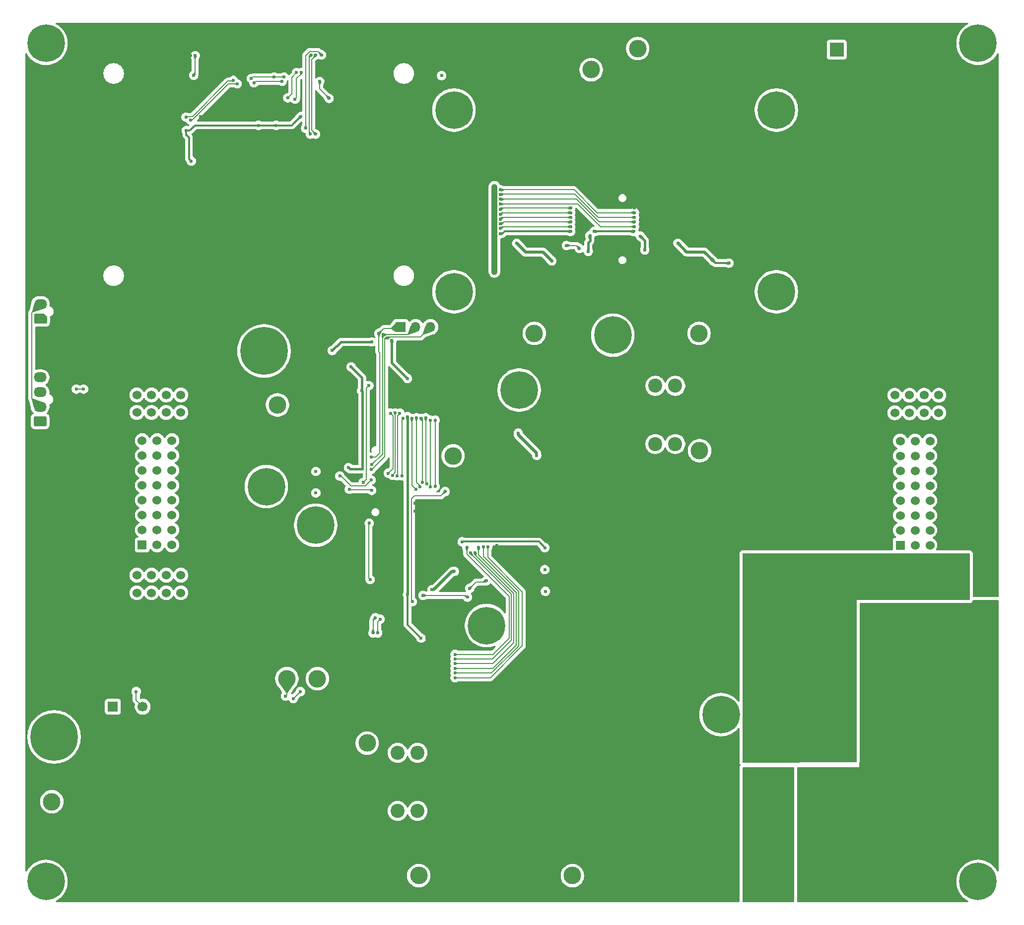
<source format=gbr>
%TF.GenerationSoftware,KiCad,Pcbnew,9.0.6*%
%TF.CreationDate,2026-01-13T22:37:07-06:00*%
%TF.ProjectId,LV Carrier Board,4c562043-6172-4726-9965-7220426f6172,rev?*%
%TF.SameCoordinates,Original*%
%TF.FileFunction,Copper,L2,Bot*%
%TF.FilePolarity,Positive*%
%FSLAX46Y46*%
G04 Gerber Fmt 4.6, Leading zero omitted, Abs format (unit mm)*
G04 Created by KiCad (PCBNEW 9.0.6) date 2026-01-13 22:37:07*
%MOMM*%
%LPD*%
G01*
G04 APERTURE LIST*
G04 Aperture macros list*
%AMRoundRect*
0 Rectangle with rounded corners*
0 $1 Rounding radius*
0 $2 $3 $4 $5 $6 $7 $8 $9 X,Y pos of 4 corners*
0 Add a 4 corners polygon primitive as box body*
4,1,4,$2,$3,$4,$5,$6,$7,$8,$9,$2,$3,0*
0 Add four circle primitives for the rounded corners*
1,1,$1+$1,$2,$3*
1,1,$1+$1,$4,$5*
1,1,$1+$1,$6,$7*
1,1,$1+$1,$8,$9*
0 Add four rect primitives between the rounded corners*
20,1,$1+$1,$2,$3,$4,$5,0*
20,1,$1+$1,$4,$5,$6,$7,0*
20,1,$1+$1,$6,$7,$8,$9,0*
20,1,$1+$1,$8,$9,$2,$3,0*%
%AMFreePoly0*
4,1,22,0.945671,0.830970,1.026777,0.776777,1.080970,0.695671,1.100000,0.600000,1.100000,-0.600000,1.080970,-0.695671,1.026777,-0.776777,0.945671,-0.830970,0.850000,-0.850000,-0.450000,-0.850000,-0.545671,-0.830970,-0.626777,-0.776777,-1.026777,-0.376777,-1.080970,-0.295671,-1.100000,-0.200000,-1.100000,0.600000,-1.080970,0.695671,-1.026777,0.776777,-0.945671,0.830970,-0.850000,0.850000,
0.850000,0.850000,0.945671,0.830970,0.945671,0.830970,$1*%
G04 Aperture macros list end*
%TA.AperFunction,ComponentPad*%
%ADD10C,2.800000*%
%TD*%
%TA.AperFunction,ComponentPad*%
%ADD11FreePoly0,180.000000*%
%TD*%
%TA.AperFunction,ComponentPad*%
%ADD12O,2.200000X1.700000*%
%TD*%
%TA.AperFunction,ComponentPad*%
%ADD13C,3.600000*%
%TD*%
%TA.AperFunction,ConnectorPad*%
%ADD14C,6.400000*%
%TD*%
%TA.AperFunction,ComponentPad*%
%ADD15C,3.000000*%
%TD*%
%TA.AperFunction,ComponentPad*%
%ADD16R,1.700000X1.700000*%
%TD*%
%TA.AperFunction,ComponentPad*%
%ADD17C,1.700000*%
%TD*%
%TA.AperFunction,ComponentPad*%
%ADD18R,1.530000X1.530000*%
%TD*%
%TA.AperFunction,ComponentPad*%
%ADD19C,1.530000*%
%TD*%
%TA.AperFunction,ComponentPad*%
%ADD20C,8.115000*%
%TD*%
%TA.AperFunction,ComponentPad*%
%ADD21O,1.700000X1.700000*%
%TD*%
%TA.AperFunction,ComponentPad*%
%ADD22R,3.000000X3.000000*%
%TD*%
%TA.AperFunction,ComponentPad*%
%ADD23R,2.400000X2.400000*%
%TD*%
%TA.AperFunction,ComponentPad*%
%ADD24C,2.400000*%
%TD*%
%TA.AperFunction,ComponentPad*%
%ADD25RoundRect,1.500000X1.500000X1.500000X-1.500000X1.500000X-1.500000X-1.500000X1.500000X-1.500000X0*%
%TD*%
%TA.AperFunction,ComponentPad*%
%ADD26C,6.000000*%
%TD*%
%TA.AperFunction,ComponentPad*%
%ADD27C,1.905000*%
%TD*%
%TA.AperFunction,ComponentPad*%
%ADD28RoundRect,0.250000X0.850000X0.600000X-0.850000X0.600000X-0.850000X-0.600000X0.850000X-0.600000X0*%
%TD*%
%TA.AperFunction,ViaPad*%
%ADD29C,0.600000*%
%TD*%
%TA.AperFunction,Conductor*%
%ADD30C,0.200000*%
%TD*%
%TA.AperFunction,Conductor*%
%ADD31C,0.500000*%
%TD*%
%TA.AperFunction,Conductor*%
%ADD32C,0.300000*%
%TD*%
%TA.AperFunction,Conductor*%
%ADD33C,0.400000*%
%TD*%
%TA.AperFunction,Conductor*%
%ADD34C,1.000000*%
%TD*%
%TA.AperFunction,Conductor*%
%ADD35C,0.350000*%
%TD*%
G04 APERTURE END LIST*
D10*
%TO.P,TP23,1,1*%
%TO.N,GND*%
X17550000Y-48100000D03*
%TD*%
%TO.P,TP20,1,1*%
%TO.N,GND*%
X17600000Y-42350000D03*
%TD*%
D11*
%TO.P,J4,1,CAN_H*%
%TO.N,/CANH*%
X17070000Y-74000000D03*
D12*
%TO.P,J4,2,CAN_L*%
%TO.N,/CANL*%
X17070000Y-71500000D03*
%TD*%
D13*
%TO.P,H5,1,1*%
%TO.N,unconnected-(H5-Pad1)*%
X114700000Y-76800000D03*
D14*
%TO.N,unconnected-(H5-Pad1)_1*%
X114700000Y-76800000D03*
%TD*%
D15*
%TO.P,TP26,1,1*%
%TO.N,/LV_EN_PS*%
X59100000Y-135400000D03*
%TD*%
%TO.P,TP19,1,1*%
%TO.N,/SupplementalBattery/SUPP_REG+*%
X57500000Y-88700000D03*
%TD*%
D16*
%TO.P,J13,1,Pin_1*%
%TO.N,/LV_EN_PS*%
X29420000Y-140185000D03*
D17*
%TO.P,J13,2,Pin_2*%
%TO.N,GND*%
X31960000Y-140185000D03*
%TO.P,J13,3,Pin_3*%
%TO.N,/LV_EN_SUPP*%
X34500000Y-140185000D03*
%TD*%
D15*
%TO.P,TP9,1,1*%
%TO.N,/SuppCharger/BAT_CHRG_IN*%
X129500000Y-96500000D03*
%TD*%
%TO.P,TP21,1,1*%
%TO.N,/SUPP_FUSED*%
X72800000Y-146400000D03*
%TD*%
D18*
%TO.P,U2,1,PC*%
%TO.N,/HV_DCDC/HV_PC*%
X163710000Y-112630000D03*
D19*
%TO.P,U2,2*%
%TO.N,N/C*%
X163710000Y-110090000D03*
%TO.P,U2,3,SNS+*%
%TO.N,/HV_DCDC/HV_SNS+*%
X163710000Y-107550000D03*
%TO.P,U2,4*%
%TO.N,N/C*%
X163710000Y-105010000D03*
%TO.P,U2,5,SC*%
%TO.N,/HV_DCDC/HV_SC*%
X163710000Y-102470000D03*
%TO.P,U2,6*%
%TO.N,N/C*%
X163710000Y-99930000D03*
%TO.P,U2,7,SNS-*%
%TO.N,/HV_DCDC/HV_SNS-*%
X163710000Y-97390000D03*
%TO.P,U2,8*%
%TO.N,N/C*%
X163710000Y-94850000D03*
%TO.P,U2,9*%
X166250000Y-112630000D03*
%TO.P,U2,10*%
X166250000Y-110090000D03*
%TO.P,U2,11*%
X166250000Y-107550000D03*
%TO.P,U2,12*%
X166250000Y-105010000D03*
%TO.P,U2,13*%
X166250000Y-102470000D03*
%TO.P,U2,14*%
X166250000Y-99930000D03*
%TO.P,U2,15*%
X166250000Y-97390000D03*
%TO.P,U2,16*%
X166250000Y-94850000D03*
%TO.P,U2,17*%
X168790000Y-112630000D03*
%TO.P,U2,18*%
X168790000Y-110090000D03*
%TO.P,U2,19*%
X168790000Y-107550000D03*
%TO.P,U2,20*%
X168790000Y-105010000D03*
%TO.P,U2,21*%
X168790000Y-102470000D03*
%TO.P,U2,22*%
X168790000Y-99930000D03*
%TO.P,U2,23*%
X168790000Y-97390000D03*
%TO.P,U2,24*%
X168790000Y-94850000D03*
%TO.P,U2,P01,IN-*%
%TO.N,GND_BATT*%
X170300000Y-123300000D03*
X167800000Y-123300000D03*
X165300000Y-123300000D03*
X162800000Y-123300000D03*
X170300000Y-126300000D03*
X167800000Y-126300000D03*
X165300000Y-126300000D03*
X162800000Y-126300000D03*
%TO.P,U2,P02,IN+*%
%TO.N,/HV_DCDC/Batt_V*%
X170300000Y-117800000D03*
X167800000Y-117800000D03*
X165300000Y-117800000D03*
X162800000Y-117800000D03*
X170300000Y-120800000D03*
X167800000Y-120800000D03*
X165300000Y-120800000D03*
X162800000Y-120800000D03*
%TO.P,U2,P03,OUT+*%
%TO.N,/DCDC_Vout*%
X170300000Y-87040000D03*
X167800000Y-87040000D03*
X165300000Y-87040000D03*
X162800000Y-87040000D03*
X170300000Y-90040000D03*
X167800000Y-90040000D03*
X165300000Y-90040000D03*
X162800000Y-90040000D03*
%TO.P,U2,P04,OUT-*%
%TO.N,GND*%
X170300000Y-81540000D03*
X167800000Y-81540000D03*
X165300000Y-81540000D03*
X162800000Y-81540000D03*
X170300000Y-84540000D03*
X167800000Y-84540000D03*
X165300000Y-84540000D03*
X162800000Y-84540000D03*
%TD*%
D15*
%TO.P,TP25,1,1*%
%TO.N,/LV_EN_SUPP*%
X64300000Y-135400000D03*
%TD*%
D20*
%TO.P,J16,1,Pin_1*%
%TO.N,/SUPP_FUSED*%
X19390000Y-145350000D03*
%TD*%
D16*
%TO.P,J7,1,Pin_1*%
%TO.N,/Status_LED*%
X78520000Y-75400000D03*
D21*
%TO.P,J7,2,Pin_2*%
%TO.N,/SR_CLK*%
X81060000Y-75400000D03*
%TO.P,J7,3,Pin_3*%
%TO.N,/SR_DATA*%
X83600000Y-75400000D03*
%TO.P,J7,4,Pin_4*%
%TO.N,GND*%
X86140000Y-75400000D03*
%TD*%
D20*
%TO.P,J15,1,Pin_1*%
%TO.N,GND_BATT*%
X154300000Y-155740000D03*
%TD*%
D22*
%TO.P,J8,1,Pin_1*%
%TO.N,GND*%
X112800000Y-169000000D03*
D15*
%TO.P,J8,2,Pin_2*%
%TO.N,/PS*%
X107800000Y-169000000D03*
%TD*%
%TO.P,TP11,1,1*%
%TO.N,/SUPP_REG*%
X87450000Y-97400000D03*
%TD*%
D23*
%TO.P,C3,1*%
%TO.N,/Out*%
X152900000Y-28087246D03*
D24*
%TO.P,C3,2*%
%TO.N,GND*%
X152900000Y-35587246D03*
%TD*%
D20*
%TO.P,J14,1,Pin_1*%
%TO.N,/HV_DCDC/Batt_V*%
X151250000Y-127840000D03*
%TD*%
D18*
%TO.P,U4,1,PC*%
%TO.N,/SupplementalBattery/SUPP_PC*%
X34420000Y-112580000D03*
D19*
%TO.P,U4,2*%
%TO.N,N/C*%
X34420000Y-110040000D03*
%TO.P,U4,3,SNS+*%
%TO.N,/SupplementalBattery/SUPP_SNS+*%
X34420000Y-107500000D03*
%TO.P,U4,4*%
%TO.N,N/C*%
X34420000Y-104960000D03*
%TO.P,U4,5,SC*%
%TO.N,/SupplementalBattery/SUPP_SC*%
X34420000Y-102420000D03*
%TO.P,U4,6*%
%TO.N,N/C*%
X34420000Y-99880000D03*
%TO.P,U4,7,SNS-*%
%TO.N,/SupplementalBattery/SUPP_SNS-*%
X34420000Y-97340000D03*
%TO.P,U4,8*%
%TO.N,N/C*%
X34420000Y-94800000D03*
%TO.P,U4,9*%
X36960000Y-112580000D03*
%TO.P,U4,10*%
X36960000Y-110040000D03*
%TO.P,U4,11*%
X36960000Y-107500000D03*
%TO.P,U4,12*%
X36960000Y-104960000D03*
%TO.P,U4,13*%
X36960000Y-102420000D03*
%TO.P,U4,14*%
X36960000Y-99880000D03*
%TO.P,U4,15*%
X36960000Y-97340000D03*
%TO.P,U4,16*%
X36960000Y-94800000D03*
%TO.P,U4,17*%
X39500000Y-112580000D03*
%TO.P,U4,18*%
X39500000Y-110040000D03*
%TO.P,U4,19*%
X39500000Y-107500000D03*
%TO.P,U4,20*%
X39500000Y-104960000D03*
%TO.P,U4,21*%
X39500000Y-102420000D03*
%TO.P,U4,22*%
X39500000Y-99880000D03*
%TO.P,U4,23*%
X39500000Y-97340000D03*
%TO.P,U4,24*%
X39500000Y-94800000D03*
%TO.P,U4,P01,IN-*%
%TO.N,GND*%
X41010000Y-123250000D03*
X38510000Y-123250000D03*
X36010000Y-123250000D03*
X33510000Y-123250000D03*
X41010000Y-126250000D03*
X38510000Y-126250000D03*
X36010000Y-126250000D03*
X33510000Y-126250000D03*
%TO.P,U4,P02,IN+*%
%TO.N,/SupplementalBattery/Supp_Reg_In*%
X41010000Y-117750000D03*
X38510000Y-117750000D03*
X36010000Y-117750000D03*
X33510000Y-117750000D03*
X41010000Y-120750000D03*
X38510000Y-120750000D03*
X36010000Y-120750000D03*
X33510000Y-120750000D03*
%TO.P,U4,P03,OUT+*%
%TO.N,/SupplementalBattery/SUPP_REG+*%
X41010000Y-86990000D03*
X38510000Y-86990000D03*
X36010000Y-86990000D03*
X33510000Y-86990000D03*
X41010000Y-89990000D03*
X38510000Y-89990000D03*
X36010000Y-89990000D03*
X33510000Y-89990000D03*
%TO.P,U4,P04,OUT-*%
%TO.N,GND*%
X41010000Y-81490000D03*
X38510000Y-81490000D03*
X36010000Y-81490000D03*
X33510000Y-81490000D03*
X41010000Y-84490000D03*
X38510000Y-84490000D03*
X36010000Y-84490000D03*
X33510000Y-84490000D03*
%TD*%
D15*
%TO.P,TP14,1,1*%
%TO.N,/Out*%
X111000000Y-31500000D03*
%TD*%
D13*
%TO.P,J6,25*%
%TO.N,N/C*%
X142600000Y-69400000D03*
D14*
X142600000Y-69400000D03*
D13*
X142600000Y-38400000D03*
D14*
X142600000Y-38400000D03*
D13*
X87600000Y-69400000D03*
D14*
X87600000Y-69400000D03*
D13*
X87600000Y-38400000D03*
D14*
X87600000Y-38400000D03*
%TD*%
D15*
%TO.P,TP15,1,1*%
%TO.N,GND_BATT*%
X169200000Y-171400000D03*
%TD*%
D22*
%TO.P,J12,1,Pin_1*%
%TO.N,GND*%
X19000000Y-161400000D03*
D15*
%TO.P,J12,2,Pin_2*%
%TO.N,/EXT_CHG*%
X19000000Y-156400000D03*
%TD*%
D13*
%TO.P,H2,1,1*%
%TO.N,unconnected-(H2-Pad1)_2*%
X177000000Y-27000000D03*
D14*
%TO.N,unconnected-(H2-Pad1)_1*%
X177000000Y-27000000D03*
%TD*%
D13*
%TO.P,H3,1,1*%
%TO.N,unconnected-(H3-Pad1)_1*%
X177000000Y-170000000D03*
D14*
%TO.N,unconnected-(H3-Pad1)_2*%
X177000000Y-170000000D03*
%TD*%
D20*
%TO.P,J11,1,Pin_1*%
%TO.N,GND*%
X174350000Y-43500000D03*
%TD*%
D15*
%TO.P,TP18,1,1*%
%TO.N,/PS*%
X101300000Y-76500000D03*
%TD*%
D13*
%TO.P,H4,1,1*%
%TO.N,unconnected-(H4-Pad1)_1*%
X18000000Y-170000000D03*
D14*
%TO.N,unconnected-(H4-Pad1)*%
X18000000Y-170000000D03*
%TD*%
D22*
%TO.P,J9,1,Pin_1*%
%TO.N,GND*%
X123950000Y-27900000D03*
D15*
%TO.P,J9,2,Pin_2*%
%TO.N,/Out*%
X118950000Y-27900000D03*
%TD*%
%TO.P,TP17,1,1*%
%TO.N,/HV_DCDC/Batt_V*%
X142000000Y-127200000D03*
%TD*%
D13*
%TO.P,H1,1,1*%
%TO.N,unconnected-(H1-Pad1)_2*%
X18000000Y-27000000D03*
D14*
%TO.N,unconnected-(H1-Pad1)_1*%
X18000000Y-27000000D03*
%TD*%
D15*
%TO.P,TP22,1,1*%
%TO.N,/DCDC_Vout*%
X129400000Y-76500000D03*
%TD*%
D22*
%TO.P,J5,1,Pin_1*%
%TO.N,GND*%
X86600000Y-169000000D03*
D15*
%TO.P,J5,2,Pin_2*%
%TO.N,/SUPP_IN*%
X81600000Y-169000000D03*
%TD*%
D24*
%TO.P,F1,1*%
%TO.N,/SUPP_IN*%
X78000000Y-157960000D03*
X81400000Y-157960000D03*
%TO.P,F1,2*%
%TO.N,/SUPP_FUSED*%
X78000000Y-148040000D03*
X81400000Y-148040000D03*
%TD*%
%TO.P,F3,1*%
%TO.N,/SuppCharger/BAT_CHRG_IN*%
X121950000Y-95360000D03*
X125350000Y-95360000D03*
%TO.P,F3,2*%
%TO.N,/DCDC_Vout*%
X121950000Y-85440000D03*
X125350000Y-85440000D03*
%TD*%
D20*
%TO.P,J10,1,Pin_1*%
%TO.N,/SupplementalBattery/SUPP_REG+*%
X55200000Y-79500000D03*
%TD*%
D25*
%TO.P,J3,1,Pin_1*%
%TO.N,GND_BATT*%
X149400000Y-169000000D03*
D26*
%TO.P,J3,2,Pin_2*%
%TO.N,/Batt_V_unfused*%
X142200000Y-169000000D03*
%TD*%
D27*
%TO.P,F2,1*%
%TO.N,/HV_DCDC/Batt_V*%
X142400000Y-134670000D03*
%TO.P,F2,2*%
%TO.N,/Batt_V_unfused*%
X142400000Y-158800000D03*
%TD*%
D13*
%TO.P,H6,1,1*%
%TO.N,unconnected-(H6-Pad1)_2*%
X55600000Y-102635110D03*
D14*
%TO.N,unconnected-(H6-Pad1)*%
X55600000Y-102635110D03*
%TD*%
D13*
%TO.P,U8,49,MP*%
%TO.N,unconnected-(U8-MP-Pad49)_2*%
X93150000Y-126350000D03*
D14*
%TO.N,unconnected-(U8-MP-Pad49)_1*%
X93150000Y-126350000D03*
D13*
%TO.P,U8,50,MP*%
%TO.N,unconnected-(U8-MP-Pad50)_1*%
X133150000Y-141550000D03*
D14*
%TO.N,unconnected-(U8-MP-Pad50)_2*%
X133150000Y-141550000D03*
%TD*%
D28*
%TO.P,J2,1,Pin_1*%
%TO.N,/CANH*%
X17000000Y-91500000D03*
D12*
%TO.P,J2,2,Pin_2*%
%TO.N,/CANL*%
X17000000Y-89000000D03*
%TO.P,J2,3,Pin_3*%
%TO.N,/LV_EN_PS*%
X17000000Y-86500000D03*
%TO.P,J2,4,Pin_4*%
%TO.N,/LV_EN_SUPP*%
X17000000Y-84000000D03*
%TD*%
D13*
%TO.P,J1,25*%
%TO.N,N/C*%
X64010000Y-109229780D03*
D14*
X64010000Y-109229780D03*
D13*
X98719971Y-86159809D03*
D14*
X98719971Y-86159809D03*
%TD*%
D29*
%TO.N,GND*%
X100000000Y-33000000D03*
X42659932Y-36300000D03*
X42400000Y-37200000D03*
X76800000Y-85675000D03*
X87000000Y-45000000D03*
X36075000Y-75200000D03*
X106000000Y-33000000D03*
X98000000Y-35000000D03*
X38550000Y-75200000D03*
X164376000Y-67380000D03*
X56771429Y-126200000D03*
X108000000Y-37000000D03*
X91000000Y-53000000D03*
X49914286Y-123000000D03*
X57200000Y-44075000D03*
X74750000Y-24300000D03*
X96000000Y-45000000D03*
X69400000Y-118200000D03*
X97800000Y-106700000D03*
X18600000Y-126000000D03*
X60842858Y-126200000D03*
X162716000Y-69030000D03*
X96000000Y-39000000D03*
X83000000Y-51000000D03*
X91850000Y-120900000D03*
X75000000Y-43000000D03*
X40025000Y-42100000D03*
X167700000Y-67380000D03*
X100000000Y-35000000D03*
X44407815Y-39507815D03*
X135000000Y-111900000D03*
X49400000Y-39300000D03*
X135000000Y-110500000D03*
X42659932Y-29100000D03*
X106000000Y-35000000D03*
X101624265Y-101324265D03*
X81000000Y-130500000D03*
X62128571Y-123000000D03*
X102000000Y-31000000D03*
X51271429Y-123000000D03*
X72775000Y-25900000D03*
X59414286Y-123000000D03*
X63485714Y-123000000D03*
X47666666Y-39262500D03*
X69225000Y-85450000D03*
X108000000Y-35000000D03*
X93400000Y-101300000D03*
X106000000Y-31000000D03*
X114800000Y-64400000D03*
X102000000Y-39000000D03*
X54100000Y-52125000D03*
X70750000Y-24300000D03*
X117900000Y-87900000D03*
X83000000Y-47000000D03*
X21000000Y-136000000D03*
X102000000Y-33000000D03*
X106000000Y-47000000D03*
X77000000Y-37000000D03*
X135000000Y-106000000D03*
X159392000Y-69030000D03*
X157730000Y-65670000D03*
X95600000Y-105000000D03*
X179425000Y-111975000D03*
X102000000Y-43000000D03*
X16200000Y-136000000D03*
X109200000Y-63400000D03*
X68025735Y-79974265D03*
X102000000Y-29000000D03*
X179425000Y-104475000D03*
X33500000Y-79050000D03*
X64914286Y-126200000D03*
X162764000Y-63970000D03*
X72750000Y-24300000D03*
X19800000Y-126000000D03*
X171074000Y-63970000D03*
X109200000Y-64400000D03*
X19800000Y-134000000D03*
X120400000Y-57400000D03*
X84000000Y-129500000D03*
X91000000Y-45000000D03*
X41100000Y-75200000D03*
X169412000Y-63970000D03*
X88600000Y-30400000D03*
X58057143Y-123000000D03*
X75000000Y-37000000D03*
X98000000Y-33000000D03*
X42400000Y-38400000D03*
X81000000Y-39000000D03*
X16200000Y-134000000D03*
X59485715Y-126200000D03*
X52700000Y-126200000D03*
X167702000Y-69030000D03*
X73000000Y-41000000D03*
X81000000Y-131500000D03*
X81000000Y-41000000D03*
X58128572Y-126200000D03*
X96000000Y-35000000D03*
X21000000Y-126000000D03*
X87350000Y-85375000D03*
X98000000Y-31000000D03*
X84000000Y-131500000D03*
X77000000Y-41000000D03*
X71000000Y-39000000D03*
X100000000Y-29000000D03*
X108000000Y-43000000D03*
X91200000Y-101300000D03*
X102000000Y-37000000D03*
X174348000Y-67380000D03*
X102000000Y-47000000D03*
X172686000Y-67380000D03*
X41000000Y-30600000D03*
X104000000Y-47000000D03*
X48628572Y-126200000D03*
X95600000Y-110100000D03*
X80950000Y-106800000D03*
X46650000Y-32525000D03*
X159420000Y-65680000D03*
X79000000Y-43000000D03*
X83000000Y-43000000D03*
X101200000Y-124100000D03*
X132500000Y-98500000D03*
X104000000Y-29000000D03*
X172736000Y-63970000D03*
X106000000Y-43000000D03*
X77000000Y-45000000D03*
X164426000Y-63970000D03*
X41025000Y-79050000D03*
X159440000Y-63970000D03*
X71000000Y-33000000D03*
X48557143Y-123000000D03*
X161054000Y-69030000D03*
X77000000Y-39000000D03*
X21000000Y-134000000D03*
X118400000Y-55100000D03*
X79000000Y-39000000D03*
X106000000Y-29000000D03*
X86000000Y-128500000D03*
X85000000Y-49000000D03*
X63557143Y-126200000D03*
X87000000Y-47000000D03*
X118400000Y-54300000D03*
X75000000Y-31000000D03*
X100000000Y-47000000D03*
X41859933Y-29100000D03*
X104000000Y-35000000D03*
X79000000Y-41000000D03*
X171024000Y-67380000D03*
X91000000Y-51000000D03*
X171054000Y-65680000D03*
X85000000Y-53000000D03*
X98000000Y-43000000D03*
X106000000Y-37000000D03*
X179425000Y-99975000D03*
X106000000Y-39000000D03*
X94925000Y-112675000D03*
X77000000Y-43000000D03*
X73000000Y-35000000D03*
X104000000Y-45000000D03*
X122400000Y-57400000D03*
X96000000Y-47000000D03*
X73000000Y-31000000D03*
X71000000Y-37000000D03*
X102200000Y-25600000D03*
X89000000Y-51000000D03*
X69415000Y-122000000D03*
X30350000Y-24125000D03*
X135000000Y-104500000D03*
X33000000Y-41550000D03*
X100000000Y-45000000D03*
X97800000Y-108400000D03*
X52628571Y-123000000D03*
X43459933Y-36300000D03*
X161102000Y-63970000D03*
X79000000Y-45000000D03*
X161052000Y-67380000D03*
X87000000Y-49000000D03*
X157730000Y-63990000D03*
X84000000Y-130500000D03*
X88000000Y-128500000D03*
X108000000Y-64400000D03*
X81000000Y-49000000D03*
X108000000Y-39000000D03*
X58862500Y-52125000D03*
X53985714Y-123000000D03*
X102000000Y-45000000D03*
X95600000Y-108400000D03*
X89000000Y-47000000D03*
X135000000Y-103000000D03*
X70775000Y-25900000D03*
X81000000Y-45000000D03*
X98000000Y-45000000D03*
X52637500Y-107550000D03*
X179425000Y-96975000D03*
X108000000Y-41000000D03*
X16200000Y-124200000D03*
X55612500Y-44075000D03*
X122400000Y-59400000D03*
X36050000Y-77050000D03*
X85000000Y-130500000D03*
X89000000Y-45000000D03*
X73000000Y-39000000D03*
X98000000Y-39000000D03*
X74775000Y-25900000D03*
X169392000Y-65680000D03*
X21000000Y-79250000D03*
X100000000Y-37000000D03*
X132500000Y-111900000D03*
X96000000Y-29000000D03*
X162714000Y-67380000D03*
X16200000Y-126000000D03*
X164378000Y-69030000D03*
X97800000Y-101300000D03*
X38525000Y-77050000D03*
X17400000Y-136000000D03*
X79000000Y-37000000D03*
X89000000Y-49000000D03*
X104000000Y-41000000D03*
X33550000Y-77050000D03*
X174398000Y-63970000D03*
X167750000Y-63970000D03*
X157730000Y-67350000D03*
X159390000Y-67380000D03*
X122400000Y-53400000D03*
X47200000Y-123000000D03*
X75000000Y-33000000D03*
X17400000Y-124200000D03*
X179425000Y-108975000D03*
X95600000Y-101300000D03*
X18600000Y-134000000D03*
X60375000Y-44075000D03*
X120400000Y-53400000D03*
X102000000Y-41000000D03*
X83000000Y-128500000D03*
X85000000Y-51000000D03*
X91000000Y-47000000D03*
X164406000Y-65680000D03*
X58787500Y-44075000D03*
X98000000Y-37000000D03*
X91200000Y-105000000D03*
X95600000Y-106700000D03*
X104000000Y-37000000D03*
X98000000Y-41000000D03*
X19800000Y-124200000D03*
X17400000Y-134000000D03*
X120400000Y-59400000D03*
X179425000Y-113475000D03*
X104000000Y-31000000D03*
X55342857Y-123000000D03*
X98000000Y-47000000D03*
X100000000Y-39000000D03*
X66271429Y-126200000D03*
X71000000Y-35000000D03*
X75000000Y-35000000D03*
X55414286Y-126200000D03*
X88000000Y-129500000D03*
X17400000Y-126000000D03*
X64842857Y-123000000D03*
X18600000Y-124200000D03*
X100000000Y-41000000D03*
X89000000Y-105000000D03*
X87000000Y-128500000D03*
X38475000Y-79050000D03*
X135000000Y-100000000D03*
X87000000Y-53000000D03*
X179425000Y-107475000D03*
X33575000Y-75200000D03*
X97800000Y-105000000D03*
X89000000Y-53000000D03*
X98000000Y-29000000D03*
X83000000Y-45000000D03*
X111600000Y-53600000D03*
X96000000Y-31000000D03*
X23450000Y-29075000D03*
X81000000Y-37000000D03*
X90675000Y-85375000D03*
X169362000Y-67380000D03*
X75000000Y-41000000D03*
X106000000Y-41000000D03*
X41075000Y-77050000D03*
X179425000Y-110475000D03*
X85000000Y-128500000D03*
X179425000Y-102975000D03*
X85000000Y-129500000D03*
X79000000Y-47000000D03*
X135000000Y-107500000D03*
X108000000Y-29000000D03*
X104000000Y-39000000D03*
X102000000Y-35000000D03*
X161082000Y-65680000D03*
X103400000Y-87600000D03*
X112200000Y-64400000D03*
X104000000Y-43000000D03*
X73000000Y-33000000D03*
X60450000Y-52125000D03*
X174350000Y-69030000D03*
X179425000Y-105975000D03*
X179425000Y-101475000D03*
X132500000Y-101500000D03*
X78550000Y-106600000D03*
X54025000Y-44075000D03*
X41859933Y-36300000D03*
X85000000Y-47000000D03*
X21000000Y-124200000D03*
X122400000Y-64000000D03*
X167730000Y-65680000D03*
X30375000Y-25725000D03*
X81000000Y-43000000D03*
X28375000Y-25725000D03*
X172716000Y-65680000D03*
X179425000Y-98475000D03*
X89000000Y-101300000D03*
X32350000Y-24125000D03*
X108000000Y-63400000D03*
X113150000Y-53550000D03*
X69200000Y-122800000D03*
X101200000Y-125600000D03*
X71000000Y-31000000D03*
X157730000Y-69030000D03*
X85000000Y-45000000D03*
X172688000Y-69030000D03*
X88980000Y-76710000D03*
X93400000Y-106700000D03*
X49985715Y-126200000D03*
X46000000Y-39262500D03*
X62200000Y-126200000D03*
X135000000Y-98500000D03*
X162744000Y-65680000D03*
X93400000Y-108400000D03*
X80950000Y-105450000D03*
X19800000Y-136000000D03*
X166040000Y-69030000D03*
X69550000Y-98100000D03*
X108000000Y-33000000D03*
X91000000Y-49000000D03*
X55687500Y-52125000D03*
X78600000Y-105450000D03*
X46659931Y-29100000D03*
X96000000Y-43000000D03*
X106000000Y-45000000D03*
X56650000Y-123025000D03*
X166068000Y-65680000D03*
X66200000Y-123000000D03*
X71000000Y-96350000D03*
X108000000Y-31000000D03*
X122400000Y-55400000D03*
X87000000Y-51000000D03*
X96000000Y-33000000D03*
X135000000Y-109000000D03*
X18600000Y-136000000D03*
X60771429Y-123000000D03*
X57275000Y-52125000D03*
X135000000Y-101500000D03*
X108000000Y-47000000D03*
X120400000Y-55400000D03*
X91200000Y-106700000D03*
X100000000Y-31000000D03*
X96000000Y-41000000D03*
X93825000Y-85375000D03*
X85000000Y-131500000D03*
X171026000Y-69030000D03*
X132500000Y-100000000D03*
X51342858Y-126200000D03*
X76587500Y-122637500D03*
X96000000Y-37000000D03*
X54057143Y-126200000D03*
X36000000Y-79050000D03*
X166088000Y-63970000D03*
X73000000Y-37000000D03*
X97800000Y-110100000D03*
X108000000Y-45000000D03*
X169364000Y-69030000D03*
X32375000Y-25725000D03*
X104000000Y-33000000D03*
X28350000Y-24125000D03*
X166038000Y-67380000D03*
X84000000Y-128500000D03*
X75000000Y-39000000D03*
X100000000Y-43000000D03*
X47271429Y-126200000D03*
X81000000Y-47000000D03*
X83000000Y-49000000D03*
X93400000Y-105000000D03*
X69500000Y-97300000D03*
X174378000Y-65680000D03*
%TO.N,/SR_DATA*%
X64000000Y-42500000D03*
X76200000Y-77300000D03*
X73500000Y-99700000D03*
X64013913Y-29000000D03*
%TO.N,/SR_CLK*%
X63213910Y-29000000D03*
X75568002Y-76699001D03*
X63100000Y-42500000D03*
X73549998Y-98901562D03*
%TO.N,/MUX HAT & FETs/GATE1*%
X134500000Y-64500000D03*
X131800000Y-64100000D03*
X125800000Y-61100000D03*
%TO.N,/MUX HAT & FETs/GATE2*%
X104300000Y-64125000D03*
X98300000Y-61125000D03*
%TO.N,/MUX HAT & FETs/SOURCE2*%
X109000000Y-62000000D03*
X106800000Y-61500000D03*
%TO.N,/Status_LED*%
X62301000Y-41500000D03*
X73476963Y-97630059D03*
X74800000Y-76475000D03*
X65000000Y-29000000D03*
%TO.N,/MCU/LSOM_24V_IN*%
X85500000Y-32500000D03*
%TO.N,/CANH*%
X43200000Y-32450000D03*
X43459935Y-29100000D03*
%TO.N,/LV_EN_SUPP*%
X89900000Y-121500000D03*
X61400000Y-137600000D03*
X73800000Y-127600000D03*
X33400000Y-137600000D03*
X82300000Y-121200000D03*
X74200000Y-125000000D03*
X60200000Y-138800000D03*
%TO.N,/LV_EN_PS*%
X24425000Y-86000000D03*
X23175000Y-86000000D03*
X75000000Y-125251000D03*
X58875000Y-138400000D03*
X80500000Y-122250000D03*
X86100000Y-103475735D03*
X74600000Y-127600000D03*
%TO.N,/VDL2*%
X107500000Y-57500003D03*
X60500000Y-36534680D03*
X61550003Y-32000000D03*
X95500000Y-57800003D03*
%TO.N,/FTL1*%
X118400000Y-56700006D03*
X95500000Y-52775493D03*
%TO.N,/DISABLE2*%
X95500000Y-56199997D03*
X107500000Y-55900000D03*
%TO.N,/CHL1*%
X118400000Y-58300000D03*
X95499999Y-54406859D03*
%TO.N,/VDL1*%
X118400000Y-57500000D03*
X95500000Y-53575496D03*
%TO.N,/SHDN*%
X107500000Y-55100000D03*
X95500000Y-55338715D03*
%TO.N,/FTL2*%
X107500000Y-56700000D03*
X95500000Y-57000000D03*
%TO.N,/DCDC_Vout*%
X120150000Y-62250000D03*
X119400000Y-59900000D03*
%TO.N,/DISABLE1*%
X66300000Y-36400000D03*
X64702003Y-33500000D03*
X118400000Y-55900003D03*
X95500000Y-51975490D03*
%TO.N,/CHL2*%
X59254656Y-36300060D03*
X107500000Y-58300006D03*
X60750000Y-32000000D03*
X95500000Y-58600006D03*
%TO.N,/SUPP_FUSED*%
X90300000Y-120000000D03*
X93100000Y-118700000D03*
%TO.N,/SupplementalBattery/I_SNS_Reg_Out*%
X64050000Y-100050000D03*
X73100000Y-85400000D03*
X72116398Y-101915226D03*
%TO.N,/SupplementalBattery/I_SNS_Reg_In*%
X73300000Y-118500000D03*
X64050000Y-103700000D03*
X73149536Y-108877325D03*
%TO.N,/SupplementalBattery/SUPP_IN+*%
X103100000Y-113050000D03*
X89000000Y-112050000D03*
%TO.N,Net-(D5-K)*%
X103200000Y-120500000D03*
%TO.N,/SupplementalBattery/Ideal Diode1/DIODE_EN*%
X103100000Y-116800000D03*
%TO.N,+3V3*%
X82000000Y-128500000D03*
X57250000Y-41000000D03*
X71849000Y-86250000D03*
X70046500Y-82196500D03*
X69600000Y-99375000D03*
X54250000Y-41000000D03*
X73600000Y-77950000D03*
X42800000Y-47100000D03*
X77000000Y-77701000D03*
X61500000Y-39500000D03*
X79671141Y-84200000D03*
X41944487Y-41875000D03*
X79671141Y-90700000D03*
X79671141Y-121080329D03*
X66840000Y-79420000D03*
%TO.N,/PS*%
X94500000Y-51500000D03*
X110500000Y-62500000D03*
X110800000Y-59800000D03*
X94500000Y-66000000D03*
%TO.N,/SuppReg_I_ADC*%
X76400000Y-100350000D03*
X76757143Y-90100573D03*
X73475000Y-101500000D03*
X68125000Y-100825000D03*
%TO.N,/MCU/LV_EN_PS_3V3*%
X50635931Y-33921531D03*
X42649087Y-40099999D03*
%TO.N,/MCU/LV_EN_SUPP_3V3*%
X49966276Y-33321531D03*
X41900000Y-39600000D03*
%TO.N,/Supp_V_ADC*%
X78709197Y-100798992D03*
X78934742Y-91012603D03*
%TO.N,/SupplementalBattery/Ideal Diode1/GATE*%
X83840000Y-120240000D03*
X87650000Y-117080000D03*
%TO.N,/Supp_I_ADC*%
X69749998Y-103100000D03*
X73572759Y-103275862D03*
X77115544Y-100707772D03*
X77557074Y-90089880D03*
%TO.N,/SuppReg_V_ADC*%
X78356978Y-90102471D03*
X77909245Y-100807983D03*
%TO.N,/Ideal Diode/GATE*%
X98560000Y-93500000D03*
X101720000Y-97310000D03*
%TO.N,/I2C_SCL*%
X87800000Y-134450012D03*
X92598053Y-112944214D03*
X83608038Y-102713137D03*
X58600062Y-32762987D03*
X53037492Y-32997399D03*
X83600009Y-91300000D03*
X56938910Y-32762987D03*
%TO.N,/I2C_SDA*%
X53500000Y-33750000D03*
X87800000Y-135250015D03*
X93396222Y-112890084D03*
X84400012Y-91300000D03*
X84400000Y-102600000D03*
X58288911Y-33500000D03*
%TO.N,/SuppCharger_Stat2*%
X81799000Y-102700000D03*
X81204006Y-90899470D03*
X90400000Y-113896425D03*
X87800000Y-132050003D03*
%TO.N,/SuppCharger_Stat1*%
X82200006Y-101944783D03*
X82000003Y-91000000D03*
X91199993Y-113900238D03*
X87800000Y-132850006D03*
%TO.N,/SuppCharger_En*%
X87800000Y-131250000D03*
X81100000Y-103100000D03*
X80410928Y-91004498D03*
X89800000Y-113000000D03*
%TO.N,/SuppCharger_~{INT}*%
X82999000Y-102194416D03*
X82800006Y-90900000D03*
X91800000Y-113000000D03*
X87800000Y-133650009D03*
%TO.N,/MUX HAT & FETs/3.3V_In*%
X95500000Y-59500000D03*
X111500000Y-59100000D03*
X118300000Y-59100000D03*
X107500000Y-59100009D03*
%TD*%
D30*
%TO.N,GND*%
X47704166Y-39300000D02*
X47666666Y-39262500D01*
%TO.N,/SR_DATA*%
X63302000Y-29761853D02*
X63814910Y-29248943D01*
X63814910Y-29199003D02*
X64013913Y-29000000D01*
X77575000Y-77101000D02*
X76399000Y-77101000D01*
X64000000Y-42500000D02*
X63302000Y-41802000D01*
X75890000Y-77300000D02*
X75802998Y-77387002D01*
X79926100Y-77101000D02*
X79927100Y-77100000D01*
X63302000Y-41802000D02*
X63302000Y-29761853D01*
X63814910Y-29248943D02*
X63814910Y-29199003D01*
X75802998Y-97498505D02*
X73601503Y-99700000D01*
X77575000Y-77101000D02*
X79926100Y-77101000D01*
X76399000Y-77101000D02*
X76200000Y-77300000D01*
X76200000Y-77300000D02*
X75890000Y-77300000D01*
X75802998Y-77387002D02*
X75802998Y-97498505D01*
X73601503Y-99700000D02*
X73500000Y-99700000D01*
X79927100Y-77100000D02*
X81900000Y-77100000D01*
X81900000Y-77100000D02*
X83600000Y-75400000D01*
%TO.N,/SR_CLK*%
X75401998Y-97049562D02*
X73549998Y-98901562D01*
X75568002Y-76880528D02*
X75414579Y-77033951D01*
X75401998Y-77046532D02*
X75401998Y-97049562D01*
X62901000Y-29312910D02*
X63213910Y-29000000D01*
X75568002Y-76699001D02*
X75569001Y-76700000D01*
X63100000Y-42500000D02*
X62901000Y-42301000D01*
X75568002Y-76880528D02*
X75401998Y-77046532D01*
X75569001Y-76700000D02*
X79760000Y-76700000D01*
X79760000Y-76700000D02*
X81060000Y-75400000D01*
X62901000Y-42301000D02*
X62901000Y-29312910D01*
X75568002Y-76699001D02*
X75568002Y-76880528D01*
D31*
%TO.N,/MUX HAT & FETs/GATE1*%
X127300000Y-62600000D02*
X130300000Y-62600000D01*
D32*
X134500000Y-64500000D02*
X132200000Y-64500000D01*
X132200000Y-64500000D02*
X131800000Y-64100000D01*
D31*
X130300000Y-62600000D02*
X131800000Y-64100000D01*
X125800000Y-61100000D02*
X127300000Y-62600000D01*
%TO.N,/MUX HAT & FETs/GATE2*%
X102800000Y-62625000D02*
X104300000Y-64125000D01*
X99800000Y-62625000D02*
X102800000Y-62625000D01*
X98300000Y-61125000D02*
X99800000Y-62625000D01*
D30*
%TO.N,/MUX HAT & FETs/SOURCE2*%
X108500000Y-61500000D02*
X106800000Y-61500000D01*
X109000000Y-62000000D02*
X108500000Y-61500000D01*
%TO.N,/Status_LED*%
X74800000Y-76475000D02*
X74800000Y-79650000D01*
X62300000Y-29063967D02*
X62964967Y-28399000D01*
X75587500Y-75687500D02*
X74800000Y-76475000D01*
X62301000Y-41500000D02*
X62301000Y-41000000D01*
X74254401Y-97630059D02*
X73476963Y-97630059D01*
X64399000Y-28399000D02*
X65000000Y-29000000D01*
X77800000Y-75400000D02*
X78520000Y-75400000D01*
X77512500Y-75687500D02*
X77800000Y-75400000D01*
X62300000Y-40999000D02*
X62300000Y-29063967D01*
X77512500Y-75687500D02*
X75587500Y-75687500D01*
X62964967Y-28399000D02*
X64399000Y-28399000D01*
X74976000Y-79826000D02*
X74976000Y-96908460D01*
X74800000Y-79650000D02*
X74976000Y-79826000D01*
X74976000Y-96908460D02*
X74254401Y-97630059D01*
X62301000Y-41000000D02*
X62300000Y-40999000D01*
%TO.N,/CANH*%
X43459935Y-29100000D02*
X43459935Y-32190065D01*
X43459935Y-32190065D02*
X43200000Y-32450000D01*
%TO.N,/LV_EN_SUPP*%
X33400000Y-137600000D02*
X33400000Y-139085000D01*
X89900000Y-121500000D02*
X89600000Y-121200000D01*
X33400000Y-139085000D02*
X34500000Y-140185000D01*
X74200000Y-125000000D02*
X73800000Y-125400000D01*
X89600000Y-121200000D02*
X82300000Y-121200000D01*
X73800000Y-125400000D02*
X73800000Y-127600000D01*
X60200000Y-138800000D02*
X61400000Y-137600000D01*
%TO.N,/CANL*%
X15599000Y-72971000D02*
X17070000Y-71500000D01*
X15599000Y-87599000D02*
X15599000Y-72971000D01*
X17000000Y-89000000D02*
X15599000Y-87599000D01*
%TO.N,/LV_EN_PS*%
X85375735Y-104200000D02*
X80850000Y-104200000D01*
X74600000Y-127600000D02*
X74600000Y-125650000D01*
X74650000Y-125600000D02*
X74999000Y-125251000D01*
X86100000Y-103475735D02*
X85375735Y-104200000D01*
X74600000Y-125650000D02*
X74650000Y-125600000D01*
X80850000Y-104200000D02*
X80349000Y-104701000D01*
X74999000Y-125251000D02*
X75000000Y-125251000D01*
X80349000Y-104701000D02*
X80349000Y-122099000D01*
X59100000Y-138175000D02*
X59100000Y-135400000D01*
X80349000Y-122099000D02*
X80500000Y-122250000D01*
X23175000Y-86000000D02*
X24425000Y-86000000D01*
X74650000Y-125600000D02*
X74750000Y-125500000D01*
X58700000Y-135800000D02*
X59100000Y-135400000D01*
X58875000Y-138400000D02*
X59100000Y-138175000D01*
%TO.N,/VDL2*%
X95500003Y-57800000D02*
X95500000Y-57800003D01*
X95800000Y-57800000D02*
X95500003Y-57800000D01*
X96100000Y-57500000D02*
X95800000Y-57800000D01*
X60750000Y-33000000D02*
X60750000Y-36284680D01*
X60750000Y-36284680D02*
X60500000Y-36534680D01*
X61550003Y-32000000D02*
X61550003Y-32199997D01*
X107499997Y-57500000D02*
X96100000Y-57500000D01*
X61550003Y-32199997D02*
X60750000Y-33000000D01*
X107500000Y-57500003D02*
X107499997Y-57500000D01*
%TO.N,/FTL1*%
X95575493Y-52700000D02*
X95500000Y-52775493D01*
X112200000Y-56700000D02*
X108200000Y-52700000D01*
X118400000Y-56700006D02*
X118399994Y-56700000D01*
X118399994Y-56700000D02*
X112200000Y-56700000D01*
X108200000Y-52700000D02*
X95575493Y-52700000D01*
%TO.N,/DISABLE2*%
X107500000Y-55900000D02*
X95799997Y-55900000D01*
X95799997Y-55900000D02*
X95500000Y-56199997D01*
%TO.N,/CHL1*%
X95506858Y-54400000D02*
X95499999Y-54406859D01*
X112582843Y-58300000D02*
X108682843Y-54400000D01*
X118400000Y-58300000D02*
X112582843Y-58300000D01*
X108682843Y-54400000D02*
X95506858Y-54400000D01*
%TO.N,/VDL1*%
X95524504Y-53600000D02*
X95500000Y-53575496D01*
X108449943Y-53600000D02*
X95524504Y-53600000D01*
X112349943Y-57500000D02*
X108449943Y-53600000D01*
X118400000Y-57500000D02*
X112349943Y-57500000D01*
%TO.N,/SHDN*%
X95561279Y-55338715D02*
X95500000Y-55338715D01*
X95799994Y-55100000D02*
X95561279Y-55338715D01*
X107500000Y-55100000D02*
X95799994Y-55100000D01*
%TO.N,/FTL2*%
X107500000Y-56700000D02*
X95849940Y-56700000D01*
X95849940Y-56700000D02*
X95549940Y-57000000D01*
X95549940Y-57000000D02*
X95500000Y-57000000D01*
D33*
%TO.N,/DCDC_Vout*%
X120150000Y-60650000D02*
X119400000Y-59900000D01*
X120150000Y-62250000D02*
X120150000Y-60650000D01*
D30*
%TO.N,/DISABLE1*%
X118399997Y-55900000D02*
X111992071Y-55900000D01*
X111992071Y-55900000D02*
X108092071Y-52000000D01*
X118400000Y-55900003D02*
X118399997Y-55900000D01*
X95524510Y-52000000D02*
X95500000Y-51975490D01*
X64702003Y-33500000D02*
X64702003Y-34802003D01*
X64702003Y-34802003D02*
X66300000Y-36400000D01*
X108092071Y-52000000D02*
X95524510Y-52000000D01*
%TO.N,/CHL2*%
X59957660Y-35597056D02*
X59957660Y-32792340D01*
X107499994Y-58300000D02*
X95849946Y-58300000D01*
X59254656Y-36300060D02*
X59957660Y-35597056D01*
X95549940Y-58600006D02*
X95500000Y-58600006D01*
X107500000Y-58300006D02*
X107499994Y-58300000D01*
X59957660Y-32792340D02*
X60750000Y-32000000D01*
X95849946Y-58300000D02*
X95549940Y-58600006D01*
%TO.N,/SUPP_FUSED*%
X93100000Y-118700000D02*
X92900000Y-118900000D01*
X92900000Y-118900000D02*
X91400000Y-118900000D01*
X91400000Y-118900000D02*
X90300000Y-120000000D01*
%TO.N,/SupplementalBattery/I_SNS_Reg_Out*%
X72670000Y-85830000D02*
X73100000Y-85400000D01*
X72670000Y-101361624D02*
X72670000Y-85830000D01*
X72116398Y-101915226D02*
X72670000Y-101361624D01*
%TO.N,/SupplementalBattery/I_SNS_Reg_In*%
X73008115Y-109018746D02*
X73149536Y-108877325D01*
X73300000Y-118500000D02*
X73051000Y-118251000D01*
X73051000Y-109061632D02*
X73008115Y-109018746D01*
X73051000Y-118251000D02*
X73051000Y-109061632D01*
D32*
%TO.N,/SupplementalBattery/SUPP_IN+*%
X89026000Y-112024000D02*
X89000000Y-112050000D01*
X102074000Y-112024000D02*
X89026000Y-112024000D01*
X103100000Y-113050000D02*
X102074000Y-112024000D01*
%TO.N,+3V3*%
X42400000Y-46700000D02*
X42800000Y-47100000D01*
X42538642Y-41861358D02*
X43400000Y-41000000D01*
D33*
X79671141Y-121080329D02*
X79671141Y-90700000D01*
X71998000Y-86448000D02*
X71998000Y-99650000D01*
D32*
X59929658Y-41000000D02*
X57250000Y-41000000D01*
X82000000Y-128500000D02*
X79671141Y-126171141D01*
X61429658Y-39500000D02*
X59929658Y-41000000D01*
D33*
X69600000Y-99388530D02*
X69600000Y-99375000D01*
X71910000Y-84060000D02*
X70046500Y-82196500D01*
D32*
X41958129Y-41861358D02*
X42538642Y-41861358D01*
D33*
X73600000Y-77950000D02*
X68310000Y-77950000D01*
D32*
X41944487Y-42644487D02*
X42400000Y-43100000D01*
D33*
X68310000Y-77950000D02*
X66840000Y-79420000D01*
X77000000Y-81528859D02*
X79671141Y-84200000D01*
X71910000Y-86189000D02*
X71910000Y-84060000D01*
X71998000Y-99650000D02*
X69861470Y-99650000D01*
X77000000Y-77701000D02*
X77000000Y-81528859D01*
X71849000Y-86250000D02*
X71910000Y-86189000D01*
D32*
X41944487Y-41875000D02*
X41958129Y-41861358D01*
X79671141Y-126171141D02*
X79671141Y-121080329D01*
X41944487Y-41875000D02*
X41944487Y-42644487D01*
X42400000Y-43100000D02*
X42400000Y-46700000D01*
D33*
X69861470Y-99650000D02*
X69600000Y-99388530D01*
D32*
X57250000Y-41000000D02*
X54250000Y-41000000D01*
X61500000Y-39500000D02*
X61429658Y-39500000D01*
X43400000Y-41000000D02*
X54250000Y-41000000D01*
D33*
%TO.N,/PS*%
X110800000Y-59800000D02*
X110800000Y-60700000D01*
X110500000Y-61000000D02*
X110500000Y-62500000D01*
X110800000Y-60700000D02*
X110500000Y-61000000D01*
D34*
X94500000Y-51500000D02*
X94500000Y-66000000D01*
D30*
%TO.N,/SuppReg_I_ADC*%
X72483774Y-102516226D02*
X73475000Y-101525000D01*
X68125000Y-100825000D02*
X68324941Y-100825000D01*
X76757143Y-90100573D02*
X76757143Y-90139892D01*
X70016167Y-102516226D02*
X72483774Y-102516226D01*
X77198000Y-90580749D02*
X77198000Y-99552000D01*
X73475000Y-101525000D02*
X73475000Y-101500000D01*
X68324941Y-100825000D02*
X70016167Y-102516226D01*
X76757143Y-90139892D02*
X77198000Y-90580749D01*
X77198000Y-99552000D02*
X76400000Y-100350000D01*
%TO.N,/MCU/LV_EN_PS_3V3*%
X50635931Y-33921531D02*
X49145569Y-33921531D01*
X42967101Y-40099999D02*
X42649087Y-40099999D01*
X49145569Y-33921531D02*
X42967101Y-40099999D01*
%TO.N,/MCU/LV_EN_SUPP_3V3*%
X43000000Y-39500000D02*
X49050000Y-33450000D01*
X49050000Y-33450000D02*
X49837807Y-33450000D01*
X42000000Y-39500000D02*
X43000000Y-39500000D01*
X41900000Y-39600000D02*
X42000000Y-39500000D01*
X49837807Y-33450000D02*
X49966276Y-33321531D01*
%TO.N,/Supp_V_ADC*%
X78709197Y-100798992D02*
X78709197Y-91238148D01*
X78709197Y-91238148D02*
X78934742Y-91012603D01*
D31*
%TO.N,/SupplementalBattery/Ideal Diode1/GATE*%
X87320000Y-117080000D02*
X87650000Y-117080000D01*
X83840000Y-120240000D02*
X84160000Y-120240000D01*
X84160000Y-120240000D02*
X87320000Y-117080000D01*
D30*
%TO.N,/Supp_I_ADC*%
X73596897Y-103300000D02*
X73650000Y-103300000D01*
X73368276Y-103170000D02*
X69819998Y-103170000D01*
X69819998Y-103170000D02*
X69749998Y-103100000D01*
X73474138Y-103275862D02*
X73368276Y-103170000D01*
X77599000Y-90131806D02*
X77599000Y-100224316D01*
X77557074Y-90089880D02*
X77599000Y-90131806D01*
X77599000Y-100224316D02*
X77115544Y-100707772D01*
X73572759Y-103275862D02*
X73596897Y-103300000D01*
X73572759Y-103275862D02*
X73474138Y-103275862D01*
%TO.N,/SuppReg_V_ADC*%
X78000000Y-100717228D02*
X77909245Y-100807983D01*
X78356978Y-90243022D02*
X78000000Y-90600000D01*
X78356978Y-90102471D02*
X78356978Y-90243022D01*
X78000000Y-90600000D02*
X78000000Y-100717228D01*
D31*
%TO.N,/Ideal Diode/GATE*%
X98560000Y-93795000D02*
X101720000Y-96955000D01*
D30*
%TO.N,/I2C_SCL*%
X53271904Y-32762987D02*
X53037492Y-32997399D01*
X94017088Y-134450012D02*
X87800000Y-134450012D01*
X92598053Y-114496753D02*
X92598053Y-112944214D01*
X83608038Y-91308029D02*
X83600009Y-91300000D01*
X98604000Y-129863100D02*
X94017088Y-134450012D01*
X98604000Y-129863100D02*
X98604000Y-120502700D01*
X98604000Y-120502700D02*
X92598053Y-114496753D01*
X83608038Y-102713137D02*
X83608038Y-91308029D01*
X58600062Y-32762987D02*
X53271904Y-32762987D01*
%TO.N,/I2C_SDA*%
X84393707Y-102593707D02*
X84400000Y-102600000D01*
X99250000Y-120581600D02*
X99005000Y-120336600D01*
X99250000Y-129784200D02*
X93784185Y-135250015D01*
X84393707Y-91306305D02*
X84393707Y-102593707D01*
X53500000Y-33750000D02*
X53750000Y-33500000D01*
X99005000Y-120336600D02*
X93396222Y-114727822D01*
X53750000Y-33500000D02*
X58288911Y-33500000D01*
X93784185Y-135250015D02*
X87800000Y-135250015D01*
X93396222Y-114727822D02*
X93396222Y-112890084D01*
X99250000Y-129784200D02*
X99250000Y-120581600D01*
X84400012Y-91300000D02*
X84393707Y-91306305D01*
%TO.N,/SuppCharger_Stat2*%
X81799000Y-102700000D02*
X81799000Y-102500000D01*
X94149997Y-132050003D02*
X87800000Y-132050003D01*
X81204006Y-101905006D02*
X81204006Y-90899470D01*
X81204006Y-90899470D02*
X81200003Y-90895467D01*
X97401000Y-128799000D02*
X97401000Y-121001000D01*
X97401000Y-128799000D02*
X94149997Y-132050003D01*
X97401000Y-121001000D02*
X90400000Y-114000000D01*
X81799000Y-102500000D02*
X81204006Y-101905006D01*
X90400000Y-114000000D02*
X90400000Y-113896425D01*
%TO.N,/SuppCharger_Stat1*%
X82200006Y-91200003D02*
X82000003Y-91000000D01*
X97802000Y-129298000D02*
X97802000Y-120834900D01*
X94249994Y-132850006D02*
X87800000Y-132850006D01*
X97802000Y-129298000D02*
X94249994Y-132850006D01*
X82200006Y-101944783D02*
X82200006Y-91200003D01*
X97802000Y-120834900D02*
X91199993Y-114232893D01*
X91199993Y-114232893D02*
X91199993Y-113900238D01*
%TO.N,/SuppCharger_En*%
X89800000Y-113646482D02*
X89800000Y-113000000D01*
X97000000Y-128500000D02*
X97000000Y-121350000D01*
X89799000Y-113647482D02*
X89800000Y-113646482D01*
X80400000Y-102400000D02*
X81100000Y-103100000D01*
X89800000Y-114150000D02*
X89800000Y-114146368D01*
X89800000Y-114146368D02*
X89799000Y-114145368D01*
X80400000Y-90993570D02*
X80410928Y-91004498D01*
X89799000Y-114145368D02*
X89799000Y-113647482D01*
X94250000Y-131250000D02*
X87800000Y-131250000D01*
X97000000Y-121350000D02*
X89800000Y-114150000D01*
X80400000Y-91015426D02*
X80400000Y-102400000D01*
X80410928Y-91004498D02*
X80400000Y-91015426D01*
X97000000Y-128500000D02*
X94250000Y-131250000D01*
%TO.N,/SuppCharger_~{INT}*%
X98203000Y-129697000D02*
X98203000Y-120668800D01*
X94249991Y-133650009D02*
X87800000Y-133650009D01*
X91800993Y-113651295D02*
X91800000Y-113650302D01*
X82999000Y-102194416D02*
X82800006Y-101995422D01*
X91800993Y-114266793D02*
X91800993Y-113651295D01*
X98203000Y-129697000D02*
X94249991Y-133650009D01*
X82800006Y-101995422D02*
X82800006Y-90900000D01*
X91800000Y-113650302D02*
X91800000Y-113000000D01*
X98203000Y-120668800D02*
X91800993Y-114266793D01*
D35*
%TO.N,/MUX HAT & FETs/3.3V_In*%
X96249991Y-59100009D02*
X95850000Y-59500000D01*
X107500000Y-59100009D02*
X96249991Y-59100009D01*
X111500000Y-59100000D02*
X118300000Y-59100000D01*
X95850000Y-59500000D02*
X95500000Y-59500000D01*
%TD*%
%TA.AperFunction,Conductor*%
%TO.N,GND_BATT*%
G36*
X180442539Y-122019685D02*
G01*
X180488294Y-122072489D01*
X180499500Y-122124000D01*
X180499500Y-168201991D01*
X180479815Y-168269030D01*
X180427011Y-168314785D01*
X180357853Y-168324729D01*
X180294297Y-168295704D01*
X180266142Y-168260444D01*
X180177859Y-168095279D01*
X180177858Y-168095277D01*
X180177853Y-168095268D01*
X179975854Y-167792956D01*
X179745197Y-167511899D01*
X179745196Y-167511898D01*
X179745192Y-167511893D01*
X179488106Y-167254807D01*
X179207049Y-167024150D01*
X179207048Y-167024149D01*
X179207044Y-167024146D01*
X178904732Y-166822147D01*
X178904727Y-166822144D01*
X178904720Y-166822140D01*
X178584083Y-166650756D01*
X178584078Y-166650754D01*
X178248165Y-166511614D01*
X177900223Y-166406067D01*
X177900212Y-166406064D01*
X177543630Y-166335137D01*
X177271111Y-166308296D01*
X177181794Y-166299500D01*
X176818206Y-166299500D01*
X176735679Y-166307628D01*
X176456369Y-166335137D01*
X176099787Y-166406064D01*
X176099776Y-166406067D01*
X175751834Y-166511614D01*
X175415921Y-166650754D01*
X175415916Y-166650756D01*
X175095279Y-166822140D01*
X175095261Y-166822151D01*
X174792964Y-167024140D01*
X174792950Y-167024150D01*
X174511893Y-167254807D01*
X174254807Y-167511893D01*
X174024150Y-167792950D01*
X174024140Y-167792964D01*
X173822151Y-168095261D01*
X173822140Y-168095279D01*
X173650756Y-168415916D01*
X173650754Y-168415921D01*
X173511614Y-168751834D01*
X173406067Y-169099776D01*
X173406064Y-169099787D01*
X173335137Y-169456369D01*
X173299500Y-169818209D01*
X173299500Y-170181790D01*
X173335137Y-170543630D01*
X173406064Y-170900212D01*
X173406067Y-170900223D01*
X173511614Y-171248165D01*
X173650754Y-171584078D01*
X173650756Y-171584083D01*
X173822140Y-171904720D01*
X173822151Y-171904738D01*
X174024140Y-172207035D01*
X174024150Y-172207049D01*
X174254807Y-172488106D01*
X174511893Y-172745192D01*
X174511898Y-172745196D01*
X174511899Y-172745197D01*
X174792956Y-172975854D01*
X175095268Y-173177853D01*
X175095277Y-173177858D01*
X175095279Y-173177859D01*
X175260445Y-173266142D01*
X175310289Y-173315104D01*
X175325750Y-173383242D01*
X175301918Y-173448921D01*
X175246361Y-173491290D01*
X175201992Y-173499500D01*
X146229500Y-173499500D01*
X146162461Y-173479815D01*
X146116706Y-173427011D01*
X146105500Y-173375500D01*
X146105500Y-150624000D01*
X146125185Y-150556961D01*
X146177989Y-150511206D01*
X146229500Y-150500000D01*
X156700000Y-150500000D01*
X156700000Y-149890129D01*
X156711206Y-149838616D01*
X156735338Y-149785776D01*
X156755023Y-149718737D01*
X156755024Y-149718733D01*
X156775500Y-149576317D01*
X156775500Y-122581129D01*
X156795185Y-122514090D01*
X156847989Y-122468335D01*
X156899818Y-122457129D01*
X175474371Y-122505176D01*
X175582499Y-122493763D01*
X175634331Y-122482557D01*
X175737504Y-122448291D01*
X175858543Y-122370503D01*
X175911347Y-122324748D01*
X176005567Y-122216014D01*
X176065338Y-122085137D01*
X176065339Y-122085135D01*
X176066884Y-122080993D01*
X176068858Y-122081729D01*
X176102080Y-122030182D01*
X176165674Y-122001239D01*
X176183162Y-122000000D01*
X180375500Y-122000000D01*
X180442539Y-122019685D01*
G37*
%TD.AperFunction*%
%TD*%
%TA.AperFunction,Conductor*%
%TO.N,/Batt_V_unfused*%
G36*
X145543039Y-150519685D02*
G01*
X145588794Y-150572489D01*
X145600000Y-150624000D01*
X145600000Y-173375500D01*
X145580315Y-173442539D01*
X145527511Y-173488294D01*
X145476000Y-173499500D01*
X136924000Y-173499500D01*
X136856961Y-173479815D01*
X136811206Y-173427011D01*
X136800000Y-173375500D01*
X136800000Y-150624000D01*
X136819685Y-150556961D01*
X136872489Y-150511206D01*
X136924000Y-150500000D01*
X145476000Y-150500000D01*
X145543039Y-150519685D01*
G37*
%TD.AperFunction*%
%TD*%
%TA.AperFunction,Conductor*%
%TO.N,/HV_DCDC/Batt_V*%
G36*
X175543039Y-114019685D02*
G01*
X175588794Y-114072489D01*
X175600000Y-114124000D01*
X175600000Y-121875678D01*
X175580315Y-121942717D01*
X175527511Y-121988472D01*
X175475679Y-121999678D01*
X156270000Y-121950000D01*
X156270000Y-149576317D01*
X156250315Y-149643356D01*
X156197511Y-149689111D01*
X156146318Y-149700317D01*
X136924318Y-149749680D01*
X136857229Y-149730167D01*
X136811338Y-149677481D01*
X136800000Y-149625680D01*
X136800000Y-142180558D01*
X136802383Y-142156366D01*
X136814862Y-142093631D01*
X136850500Y-141731794D01*
X136850500Y-141368206D01*
X136814862Y-141006369D01*
X136802383Y-140943632D01*
X136800000Y-140919441D01*
X136800000Y-114124000D01*
X136819685Y-114056961D01*
X136872489Y-114011206D01*
X136924000Y-114000000D01*
X175476000Y-114000000D01*
X175543039Y-114019685D01*
G37*
%TD.AperFunction*%
%TD*%
%TA.AperFunction,Conductor*%
%TO.N,GND*%
G36*
X175269031Y-23520185D02*
G01*
X175314786Y-23572989D01*
X175324730Y-23642147D01*
X175295705Y-23705703D01*
X175260445Y-23733858D01*
X175095279Y-23822140D01*
X175095261Y-23822151D01*
X174792964Y-24024140D01*
X174792950Y-24024150D01*
X174511893Y-24254807D01*
X174254807Y-24511893D01*
X174024150Y-24792950D01*
X174024140Y-24792964D01*
X173822151Y-25095261D01*
X173822140Y-25095279D01*
X173650756Y-25415916D01*
X173650754Y-25415921D01*
X173511614Y-25751834D01*
X173406067Y-26099776D01*
X173406064Y-26099787D01*
X173335137Y-26456369D01*
X173307628Y-26735679D01*
X173299500Y-26818206D01*
X173299500Y-27181794D01*
X173310337Y-27291829D01*
X173335137Y-27543630D01*
X173406064Y-27900212D01*
X173406067Y-27900223D01*
X173406069Y-27900232D01*
X173406070Y-27900233D01*
X173416556Y-27934803D01*
X173511614Y-28248165D01*
X173606902Y-28478210D01*
X173650492Y-28583447D01*
X173650754Y-28584078D01*
X173650756Y-28584083D01*
X173822140Y-28904720D01*
X173822151Y-28904738D01*
X174024140Y-29207035D01*
X174024150Y-29207049D01*
X174254807Y-29488106D01*
X174511893Y-29745192D01*
X174511898Y-29745196D01*
X174511899Y-29745197D01*
X174792956Y-29975854D01*
X175095268Y-30177853D01*
X175095277Y-30177858D01*
X175095279Y-30177859D01*
X175415916Y-30349243D01*
X175415918Y-30349243D01*
X175415924Y-30349247D01*
X175751836Y-30488386D01*
X176099767Y-30593930D01*
X176099773Y-30593931D01*
X176099776Y-30593932D01*
X176099787Y-30593935D01*
X176456369Y-30664862D01*
X176818206Y-30700500D01*
X176818209Y-30700500D01*
X177181791Y-30700500D01*
X177181794Y-30700500D01*
X177543631Y-30664862D01*
X177613045Y-30651054D01*
X177900212Y-30593935D01*
X177900223Y-30593932D01*
X177900223Y-30593931D01*
X177900233Y-30593930D01*
X178248164Y-30488386D01*
X178584076Y-30349247D01*
X178904732Y-30177853D01*
X179207044Y-29975854D01*
X179488101Y-29745197D01*
X179745197Y-29488101D01*
X179975854Y-29207044D01*
X180177853Y-28904732D01*
X180258777Y-28753333D01*
X180266142Y-28739555D01*
X180315104Y-28689711D01*
X180383242Y-28674250D01*
X180448921Y-28698082D01*
X180491290Y-28753639D01*
X180499500Y-28798008D01*
X180499500Y-121370500D01*
X180479815Y-121437539D01*
X180427011Y-121483294D01*
X180375500Y-121494500D01*
X176229500Y-121494500D01*
X176162461Y-121474815D01*
X176116706Y-121422011D01*
X176105500Y-121370500D01*
X176105500Y-114124010D01*
X176105500Y-114124000D01*
X176093947Y-114016544D01*
X176082741Y-113965033D01*
X176082637Y-113964722D01*
X176048616Y-113862502D01*
X176048613Y-113862496D01*
X175982354Y-113759397D01*
X175970825Y-113741457D01*
X175957901Y-113726542D01*
X175925076Y-113688659D01*
X175925072Y-113688656D01*
X175925070Y-113688653D01*
X175816336Y-113594433D01*
X175816333Y-113594431D01*
X175816331Y-113594430D01*
X175685465Y-113534664D01*
X175685460Y-113534662D01*
X175685459Y-113534662D01*
X175618420Y-113514977D01*
X175618422Y-113514977D01*
X175618417Y-113514976D01*
X175556347Y-113506052D01*
X175476000Y-113494500D01*
X175475998Y-113494500D01*
X169969512Y-113494500D01*
X169902473Y-113474815D01*
X169856718Y-113422011D01*
X169846774Y-113352853D01*
X169869194Y-113297615D01*
X169870690Y-113295554D01*
X169872353Y-113293266D01*
X169962785Y-113115783D01*
X169962786Y-113115780D01*
X170024338Y-112926343D01*
X170024338Y-112926342D01*
X170024339Y-112926339D01*
X170055500Y-112729597D01*
X170055500Y-112530403D01*
X170024339Y-112333661D01*
X170024338Y-112333657D01*
X170024338Y-112333656D01*
X169962786Y-112144219D01*
X169874607Y-111971158D01*
X169872353Y-111966734D01*
X169755269Y-111805582D01*
X169614418Y-111664731D01*
X169453266Y-111547647D01*
X169301827Y-111470485D01*
X169251031Y-111422510D01*
X169234236Y-111354689D01*
X169256773Y-111288554D01*
X169301827Y-111249515D01*
X169323339Y-111238554D01*
X169453266Y-111172353D01*
X169614418Y-111055269D01*
X169755269Y-110914418D01*
X169872353Y-110753266D01*
X169962785Y-110575783D01*
X169970827Y-110551031D01*
X170024338Y-110386343D01*
X170024338Y-110386342D01*
X170024339Y-110386339D01*
X170055500Y-110189597D01*
X170055500Y-109990403D01*
X170024339Y-109793661D01*
X170024338Y-109793657D01*
X170024338Y-109793656D01*
X169962786Y-109604219D01*
X169872352Y-109426733D01*
X169755269Y-109265582D01*
X169614418Y-109124731D01*
X169453266Y-109007647D01*
X169301827Y-108930485D01*
X169251031Y-108882510D01*
X169234236Y-108814689D01*
X169256773Y-108748554D01*
X169301827Y-108709515D01*
X169347685Y-108686149D01*
X169453266Y-108632353D01*
X169614418Y-108515269D01*
X169755269Y-108374418D01*
X169872353Y-108213266D01*
X169962785Y-108035783D01*
X169975140Y-107997758D01*
X170024338Y-107846343D01*
X170024338Y-107846342D01*
X170024339Y-107846339D01*
X170055500Y-107649597D01*
X170055500Y-107450403D01*
X170024339Y-107253661D01*
X170024338Y-107253657D01*
X170024338Y-107253656D01*
X169962786Y-107064219D01*
X169924038Y-106988172D01*
X169872353Y-106886734D01*
X169755269Y-106725582D01*
X169614418Y-106584731D01*
X169453266Y-106467647D01*
X169301827Y-106390485D01*
X169251031Y-106342510D01*
X169234236Y-106274689D01*
X169256773Y-106208554D01*
X169301827Y-106169515D01*
X169323339Y-106158554D01*
X169453266Y-106092353D01*
X169614418Y-105975269D01*
X169755269Y-105834418D01*
X169872353Y-105673266D01*
X169962785Y-105495783D01*
X169975140Y-105457758D01*
X170024338Y-105306343D01*
X170024338Y-105306342D01*
X170024339Y-105306339D01*
X170055500Y-105109597D01*
X170055500Y-104910403D01*
X170024339Y-104713661D01*
X170024338Y-104713657D01*
X170024338Y-104713656D01*
X169962786Y-104524219D01*
X169937309Y-104474217D01*
X169872353Y-104346734D01*
X169755269Y-104185582D01*
X169614418Y-104044731D01*
X169453266Y-103927647D01*
X169394397Y-103897652D01*
X169301827Y-103850485D01*
X169251031Y-103802510D01*
X169234236Y-103734689D01*
X169256773Y-103668554D01*
X169301827Y-103629515D01*
X169339562Y-103610288D01*
X169453266Y-103552353D01*
X169614418Y-103435269D01*
X169755269Y-103294418D01*
X169872353Y-103133266D01*
X169962785Y-102955783D01*
X169971373Y-102929352D01*
X170024338Y-102766343D01*
X170024338Y-102766341D01*
X170024339Y-102766339D01*
X170055500Y-102569597D01*
X170055500Y-102370403D01*
X170024339Y-102173661D01*
X170024338Y-102173657D01*
X170024338Y-102173656D01*
X169962786Y-101984219D01*
X169917857Y-101896041D01*
X169872353Y-101806734D01*
X169755269Y-101645582D01*
X169614418Y-101504731D01*
X169453266Y-101387647D01*
X169301827Y-101310485D01*
X169251031Y-101262510D01*
X169234236Y-101194689D01*
X169256773Y-101128554D01*
X169301827Y-101089515D01*
X169323339Y-101078554D01*
X169453266Y-101012353D01*
X169614418Y-100895269D01*
X169755269Y-100754418D01*
X169872353Y-100593266D01*
X169962785Y-100415783D01*
X169975140Y-100377758D01*
X170024338Y-100226343D01*
X170024338Y-100226342D01*
X170024339Y-100226339D01*
X170055500Y-100029597D01*
X170055500Y-99830403D01*
X170024339Y-99633661D01*
X170024338Y-99633657D01*
X170024338Y-99633656D01*
X169962786Y-99444219D01*
X169954631Y-99428213D01*
X169872353Y-99266734D01*
X169755269Y-99105582D01*
X169614418Y-98964731D01*
X169453266Y-98847647D01*
X169301827Y-98770485D01*
X169251031Y-98722510D01*
X169234236Y-98654689D01*
X169256773Y-98588554D01*
X169301827Y-98549515D01*
X169323339Y-98538554D01*
X169453266Y-98472353D01*
X169614418Y-98355269D01*
X169755269Y-98214418D01*
X169872353Y-98053266D01*
X169962785Y-97875783D01*
X169975140Y-97837758D01*
X170024338Y-97686343D01*
X170024338Y-97686342D01*
X170024339Y-97686339D01*
X170055500Y-97489597D01*
X170055500Y-97290403D01*
X170024339Y-97093661D01*
X170024338Y-97093657D01*
X170024338Y-97093656D01*
X169962786Y-96904219D01*
X169914715Y-96809874D01*
X169872353Y-96726734D01*
X169755269Y-96565582D01*
X169614418Y-96424731D01*
X169453266Y-96307647D01*
X169301827Y-96230485D01*
X169251031Y-96182510D01*
X169234236Y-96114689D01*
X169256773Y-96048554D01*
X169301827Y-96009515D01*
X169323339Y-95998554D01*
X169453266Y-95932353D01*
X169614418Y-95815269D01*
X169755269Y-95674418D01*
X169872353Y-95513266D01*
X169962785Y-95335783D01*
X169975140Y-95297758D01*
X170024338Y-95146343D01*
X170024338Y-95146342D01*
X170024339Y-95146339D01*
X170055500Y-94949597D01*
X170055500Y-94750403D01*
X170024339Y-94553661D01*
X170024338Y-94553657D01*
X170024338Y-94553656D01*
X169962786Y-94364219D01*
X169916522Y-94273421D01*
X169872353Y-94186734D01*
X169755269Y-94025582D01*
X169614418Y-93884731D01*
X169453266Y-93767647D01*
X169275780Y-93677213D01*
X169086342Y-93615661D01*
X168938782Y-93592290D01*
X168889597Y-93584500D01*
X168690403Y-93584500D01*
X168624822Y-93594887D01*
X168493659Y-93615661D01*
X168493656Y-93615661D01*
X168304219Y-93677213D01*
X168126733Y-93767647D01*
X168075867Y-93804604D01*
X167965582Y-93884731D01*
X167965580Y-93884733D01*
X167965579Y-93884733D01*
X167824733Y-94025579D01*
X167824733Y-94025580D01*
X167824731Y-94025582D01*
X167786100Y-94078753D01*
X167707647Y-94186733D01*
X167630485Y-94338172D01*
X167582510Y-94388968D01*
X167514689Y-94405763D01*
X167448554Y-94383225D01*
X167409515Y-94338172D01*
X167332352Y-94186733D01*
X167306025Y-94150497D01*
X167215269Y-94025582D01*
X167074418Y-93884731D01*
X166913266Y-93767647D01*
X166735780Y-93677213D01*
X166546342Y-93615661D01*
X166398782Y-93592290D01*
X166349597Y-93584500D01*
X166150403Y-93584500D01*
X166084822Y-93594887D01*
X165953659Y-93615661D01*
X165953656Y-93615661D01*
X165764219Y-93677213D01*
X165586733Y-93767647D01*
X165535867Y-93804604D01*
X165425582Y-93884731D01*
X165425580Y-93884733D01*
X165425579Y-93884733D01*
X165284733Y-94025579D01*
X165284733Y-94025580D01*
X165284731Y-94025582D01*
X165246100Y-94078753D01*
X165167647Y-94186733D01*
X165090485Y-94338172D01*
X165042510Y-94388968D01*
X164974689Y-94405763D01*
X164908554Y-94383225D01*
X164869515Y-94338172D01*
X164792352Y-94186733D01*
X164766025Y-94150497D01*
X164675269Y-94025582D01*
X164534418Y-93884731D01*
X164373266Y-93767647D01*
X164195780Y-93677213D01*
X164006342Y-93615661D01*
X163858782Y-93592290D01*
X163809597Y-93584500D01*
X163610403Y-93584500D01*
X163544822Y-93594887D01*
X163413659Y-93615661D01*
X163413656Y-93615661D01*
X163224219Y-93677213D01*
X163046733Y-93767647D01*
X162995867Y-93804604D01*
X162885582Y-93884731D01*
X162885580Y-93884733D01*
X162885579Y-93884733D01*
X162744733Y-94025579D01*
X162744733Y-94025580D01*
X162744731Y-94025582D01*
X162706100Y-94078753D01*
X162627647Y-94186733D01*
X162537213Y-94364219D01*
X162475661Y-94553656D01*
X162475661Y-94553659D01*
X162444500Y-94750403D01*
X162444500Y-94949596D01*
X162475661Y-95146340D01*
X162475661Y-95146343D01*
X162537213Y-95335780D01*
X162562902Y-95386197D01*
X162627647Y-95513266D01*
X162744731Y-95674418D01*
X162885582Y-95815269D01*
X163046734Y-95932353D01*
X163116453Y-95967877D01*
X163198172Y-96009515D01*
X163248968Y-96057490D01*
X163265763Y-96125311D01*
X163243225Y-96191446D01*
X163198172Y-96230485D01*
X163046733Y-96307647D01*
X163011197Y-96333466D01*
X162885582Y-96424731D01*
X162885580Y-96424733D01*
X162885579Y-96424733D01*
X162744733Y-96565579D01*
X162744733Y-96565580D01*
X162744731Y-96565582D01*
X162720087Y-96599502D01*
X162627647Y-96726733D01*
X162537213Y-96904219D01*
X162475661Y-97093656D01*
X162475661Y-97093659D01*
X162444500Y-97290403D01*
X162444500Y-97489596D01*
X162475661Y-97686340D01*
X162475661Y-97686343D01*
X162537213Y-97875780D01*
X162602171Y-98003266D01*
X162627647Y-98053266D01*
X162744731Y-98214418D01*
X162885582Y-98355269D01*
X163046734Y-98472353D01*
X163101974Y-98500499D01*
X163198172Y-98549515D01*
X163248968Y-98597490D01*
X163265763Y-98665311D01*
X163243225Y-98731446D01*
X163198172Y-98770485D01*
X163046733Y-98847647D01*
X162964665Y-98907274D01*
X162885582Y-98964731D01*
X162885580Y-98964733D01*
X162885579Y-98964733D01*
X162744733Y-99105579D01*
X162744733Y-99105580D01*
X162744731Y-99105582D01*
X162718633Y-99141503D01*
X162627647Y-99266733D01*
X162537213Y-99444219D01*
X162475661Y-99633656D01*
X162475661Y-99633659D01*
X162444500Y-99830403D01*
X162444500Y-100029596D01*
X162475661Y-100226340D01*
X162475661Y-100226343D01*
X162537213Y-100415780D01*
X162595674Y-100530516D01*
X162627647Y-100593266D01*
X162744731Y-100754418D01*
X162885582Y-100895269D01*
X163046734Y-101012353D01*
X163116453Y-101047877D01*
X163198172Y-101089515D01*
X163248968Y-101137490D01*
X163265763Y-101205311D01*
X163243225Y-101271446D01*
X163198172Y-101310485D01*
X163046733Y-101387647D01*
X162965336Y-101446786D01*
X162885582Y-101504731D01*
X162885580Y-101504733D01*
X162885579Y-101504733D01*
X162744733Y-101645579D01*
X162744733Y-101645580D01*
X162744731Y-101645582D01*
X162718469Y-101681729D01*
X162627647Y-101806733D01*
X162537213Y-101984219D01*
X162475661Y-102173656D01*
X162475661Y-102173659D01*
X162444500Y-102370403D01*
X162444500Y-102569596D01*
X162475661Y-102766340D01*
X162475661Y-102766343D01*
X162537213Y-102955780D01*
X162621178Y-103120569D01*
X162627647Y-103133266D01*
X162744731Y-103294418D01*
X162885582Y-103435269D01*
X163046734Y-103552353D01*
X163100631Y-103579815D01*
X163198172Y-103629515D01*
X163248968Y-103677490D01*
X163265763Y-103745311D01*
X163243225Y-103811446D01*
X163198172Y-103850485D01*
X163046733Y-103927647D01*
X162967448Y-103985252D01*
X162885582Y-104044731D01*
X162885580Y-104044733D01*
X162885579Y-104044733D01*
X162744733Y-104185579D01*
X162744733Y-104185580D01*
X162744731Y-104185582D01*
X162720315Y-104219188D01*
X162627647Y-104346733D01*
X162537213Y-104524219D01*
X162475661Y-104713656D01*
X162475661Y-104713659D01*
X162444500Y-104910403D01*
X162444500Y-105109596D01*
X162475661Y-105306340D01*
X162475661Y-105306343D01*
X162537213Y-105495780D01*
X162608581Y-105635847D01*
X162627647Y-105673266D01*
X162744731Y-105834418D01*
X162885582Y-105975269D01*
X163046734Y-106092353D01*
X163107854Y-106123495D01*
X163198172Y-106169515D01*
X163248968Y-106217490D01*
X163265763Y-106285311D01*
X163243225Y-106351446D01*
X163198172Y-106390485D01*
X163046733Y-106467647D01*
X162954790Y-106534447D01*
X162885582Y-106584731D01*
X162885580Y-106584733D01*
X162885579Y-106584733D01*
X162744733Y-106725579D01*
X162744733Y-106725580D01*
X162744731Y-106725582D01*
X162733036Y-106741679D01*
X162627647Y-106886733D01*
X162537213Y-107064219D01*
X162475661Y-107253656D01*
X162475661Y-107253659D01*
X162444500Y-107450403D01*
X162444500Y-107649596D01*
X162475661Y-107846340D01*
X162475661Y-107846343D01*
X162537213Y-108035780D01*
X162550485Y-108061827D01*
X162627647Y-108213266D01*
X162744731Y-108374418D01*
X162885582Y-108515269D01*
X163046734Y-108632353D01*
X163116453Y-108667877D01*
X163198172Y-108709515D01*
X163248968Y-108757490D01*
X163265763Y-108825311D01*
X163243225Y-108891446D01*
X163198172Y-108930485D01*
X163046733Y-109007647D01*
X162991212Y-109047986D01*
X162885582Y-109124731D01*
X162885580Y-109124733D01*
X162885579Y-109124733D01*
X162744733Y-109265579D01*
X162744733Y-109265580D01*
X162744731Y-109265582D01*
X162715238Y-109306176D01*
X162627647Y-109426733D01*
X162537213Y-109604219D01*
X162475661Y-109793656D01*
X162475661Y-109793659D01*
X162444500Y-109990403D01*
X162444500Y-110189596D01*
X162475661Y-110386340D01*
X162475661Y-110386343D01*
X162537213Y-110575780D01*
X162537215Y-110575783D01*
X162627647Y-110753266D01*
X162744731Y-110914418D01*
X162885582Y-111055269D01*
X163002455Y-111140182D01*
X163045121Y-111195512D01*
X163051100Y-111265125D01*
X163018494Y-111326920D01*
X162957656Y-111361277D01*
X162929573Y-111364500D01*
X162897131Y-111364500D01*
X162897123Y-111364501D01*
X162837516Y-111370908D01*
X162702671Y-111421202D01*
X162702664Y-111421206D01*
X162587455Y-111507452D01*
X162587452Y-111507455D01*
X162501206Y-111622664D01*
X162501202Y-111622671D01*
X162450908Y-111757517D01*
X162444567Y-111816503D01*
X162444501Y-111817123D01*
X162444500Y-111817135D01*
X162444501Y-113370500D01*
X162424816Y-113437539D01*
X162372013Y-113483294D01*
X162320501Y-113494500D01*
X136924000Y-113494500D01*
X136923991Y-113494500D01*
X136923990Y-113494501D01*
X136816549Y-113506052D01*
X136816537Y-113506054D01*
X136765027Y-113517260D01*
X136662502Y-113551383D01*
X136662496Y-113551386D01*
X136541462Y-113629171D01*
X136541451Y-113629179D01*
X136488659Y-113674923D01*
X136394433Y-113783664D01*
X136394430Y-113783668D01*
X136334664Y-113914534D01*
X136314976Y-113981582D01*
X136309949Y-114016549D01*
X136294502Y-114123990D01*
X136294500Y-114124001D01*
X136294500Y-139201894D01*
X136274815Y-139268933D01*
X136222011Y-139314688D01*
X136152853Y-139324632D01*
X136089297Y-139295607D01*
X136074647Y-139280559D01*
X135895192Y-139061893D01*
X135638106Y-138804807D01*
X135357049Y-138574150D01*
X135357048Y-138574149D01*
X135357044Y-138574146D01*
X135054732Y-138372147D01*
X135054727Y-138372144D01*
X135054720Y-138372140D01*
X134734083Y-138200756D01*
X134734078Y-138200754D01*
X134662250Y-138171002D01*
X134635690Y-138160000D01*
X134398165Y-138061614D01*
X134050223Y-137956067D01*
X134050212Y-137956064D01*
X133693630Y-137885137D01*
X133421111Y-137858296D01*
X133331794Y-137849500D01*
X132968206Y-137849500D01*
X132885679Y-137857628D01*
X132606369Y-137885137D01*
X132249787Y-137956064D01*
X132249776Y-137956067D01*
X131901834Y-138061614D01*
X131565921Y-138200754D01*
X131565916Y-138200756D01*
X131245279Y-138372140D01*
X131245261Y-138372151D01*
X130942964Y-138574140D01*
X130942950Y-138574150D01*
X130661893Y-138804807D01*
X130404807Y-139061893D01*
X130174150Y-139342950D01*
X130174140Y-139342964D01*
X129972151Y-139645261D01*
X129972140Y-139645279D01*
X129800756Y-139965916D01*
X129800754Y-139965921D01*
X129661614Y-140301834D01*
X129556067Y-140649776D01*
X129556064Y-140649787D01*
X129485137Y-141006369D01*
X129464579Y-141215104D01*
X129452274Y-141340048D01*
X129449500Y-141368209D01*
X129449500Y-141731790D01*
X129485137Y-142093630D01*
X129556064Y-142450212D01*
X129556067Y-142450223D01*
X129661614Y-142798165D01*
X129800754Y-143134078D01*
X129800756Y-143134083D01*
X129972140Y-143454720D01*
X129972151Y-143454738D01*
X130174140Y-143757035D01*
X130174150Y-143757049D01*
X130404807Y-144038106D01*
X130661893Y-144295192D01*
X130661898Y-144295196D01*
X130661899Y-144295197D01*
X130942956Y-144525854D01*
X131245268Y-144727853D01*
X131245277Y-144727858D01*
X131245279Y-144727859D01*
X131565916Y-144899243D01*
X131565918Y-144899243D01*
X131565924Y-144899247D01*
X131901836Y-145038386D01*
X132249767Y-145143930D01*
X132249773Y-145143931D01*
X132249776Y-145143932D01*
X132249787Y-145143935D01*
X132606369Y-145214862D01*
X132968206Y-145250500D01*
X132968209Y-145250500D01*
X133331791Y-145250500D01*
X133331794Y-145250500D01*
X133693631Y-145214862D01*
X133763045Y-145201054D01*
X134050212Y-145143935D01*
X134050223Y-145143932D01*
X134050223Y-145143931D01*
X134050233Y-145143930D01*
X134398164Y-145038386D01*
X134734076Y-144899247D01*
X135054732Y-144727853D01*
X135357044Y-144525854D01*
X135638101Y-144295197D01*
X135895197Y-144038101D01*
X136074647Y-143819439D01*
X136132392Y-143780106D01*
X136202237Y-143778235D01*
X136262005Y-143814422D01*
X136292721Y-143877178D01*
X136294500Y-143898105D01*
X136294500Y-149625682D01*
X136306189Y-149733759D01*
X136306191Y-149733771D01*
X136317525Y-149785554D01*
X136317531Y-149785576D01*
X136352062Y-149888658D01*
X136352063Y-149888660D01*
X136430162Y-150009498D01*
X136430166Y-150009504D01*
X136460587Y-150044429D01*
X136489776Y-150107910D01*
X136480011Y-150177094D01*
X136460797Y-150207076D01*
X136394433Y-150283664D01*
X136394430Y-150283668D01*
X136334664Y-150414534D01*
X136314976Y-150481582D01*
X136294500Y-150624001D01*
X136294500Y-173375500D01*
X136274815Y-173442539D01*
X136222011Y-173488294D01*
X136170500Y-173499500D01*
X19798008Y-173499500D01*
X19730969Y-173479815D01*
X19685214Y-173427011D01*
X19675270Y-173357853D01*
X19704295Y-173294297D01*
X19739555Y-173266142D01*
X19785286Y-173241698D01*
X19904732Y-173177853D01*
X20207044Y-172975854D01*
X20488101Y-172745197D01*
X20745197Y-172488101D01*
X20975854Y-172207044D01*
X21177853Y-171904732D01*
X21349247Y-171584076D01*
X21488386Y-171248164D01*
X21593930Y-170900233D01*
X21593932Y-170900223D01*
X21593935Y-170900212D01*
X21664862Y-170543630D01*
X21668443Y-170507274D01*
X21700500Y-170181794D01*
X21700500Y-169818206D01*
X21664862Y-169456369D01*
X21593935Y-169099787D01*
X21593932Y-169099776D01*
X21593931Y-169099773D01*
X21593930Y-169099767D01*
X21523889Y-168868872D01*
X79599500Y-168868872D01*
X79599500Y-169131127D01*
X79626123Y-169333339D01*
X79633730Y-169391116D01*
X79701602Y-169644418D01*
X79701605Y-169644428D01*
X79801953Y-169886690D01*
X79801958Y-169886700D01*
X79933075Y-170113803D01*
X80092718Y-170321851D01*
X80092726Y-170321860D01*
X80278140Y-170507274D01*
X80278148Y-170507281D01*
X80486196Y-170666924D01*
X80713299Y-170798041D01*
X80713309Y-170798046D01*
X80955571Y-170898394D01*
X80955581Y-170898398D01*
X81208884Y-170966270D01*
X81468880Y-171000500D01*
X81468887Y-171000500D01*
X81731113Y-171000500D01*
X81731120Y-171000500D01*
X81991116Y-170966270D01*
X82244419Y-170898398D01*
X82486697Y-170798043D01*
X82713803Y-170666924D01*
X82921851Y-170507282D01*
X82921855Y-170507277D01*
X82921860Y-170507274D01*
X83107274Y-170321860D01*
X83107277Y-170321855D01*
X83107282Y-170321851D01*
X83266924Y-170113803D01*
X83398043Y-169886697D01*
X83498398Y-169644419D01*
X83566270Y-169391116D01*
X83600500Y-169131120D01*
X83600500Y-168868880D01*
X83600499Y-168868872D01*
X105799500Y-168868872D01*
X105799500Y-169131127D01*
X105826123Y-169333339D01*
X105833730Y-169391116D01*
X105901602Y-169644418D01*
X105901605Y-169644428D01*
X106001953Y-169886690D01*
X106001958Y-169886700D01*
X106133075Y-170113803D01*
X106292718Y-170321851D01*
X106292726Y-170321860D01*
X106478140Y-170507274D01*
X106478148Y-170507281D01*
X106686196Y-170666924D01*
X106913299Y-170798041D01*
X106913309Y-170798046D01*
X107155571Y-170898394D01*
X107155581Y-170898398D01*
X107408884Y-170966270D01*
X107668880Y-171000500D01*
X107668887Y-171000500D01*
X107931113Y-171000500D01*
X107931120Y-171000500D01*
X108191116Y-170966270D01*
X108444419Y-170898398D01*
X108686697Y-170798043D01*
X108913803Y-170666924D01*
X109121851Y-170507282D01*
X109121855Y-170507277D01*
X109121860Y-170507274D01*
X109307274Y-170321860D01*
X109307277Y-170321855D01*
X109307282Y-170321851D01*
X109466924Y-170113803D01*
X109598043Y-169886697D01*
X109698398Y-169644419D01*
X109766270Y-169391116D01*
X109800500Y-169131120D01*
X109800500Y-168868880D01*
X109766270Y-168608884D01*
X109698398Y-168355581D01*
X109686041Y-168325749D01*
X109598046Y-168113309D01*
X109598041Y-168113299D01*
X109466924Y-167886196D01*
X109307281Y-167678148D01*
X109307274Y-167678140D01*
X109121860Y-167492726D01*
X109121851Y-167492718D01*
X108913803Y-167333075D01*
X108686700Y-167201958D01*
X108686690Y-167201953D01*
X108444428Y-167101605D01*
X108444421Y-167101603D01*
X108444419Y-167101602D01*
X108191116Y-167033730D01*
X108118351Y-167024150D01*
X107931127Y-166999500D01*
X107931120Y-166999500D01*
X107668880Y-166999500D01*
X107668872Y-166999500D01*
X107437772Y-167029926D01*
X107408884Y-167033730D01*
X107155581Y-167101602D01*
X107155571Y-167101605D01*
X106913309Y-167201953D01*
X106913299Y-167201958D01*
X106686196Y-167333075D01*
X106478148Y-167492718D01*
X106292718Y-167678148D01*
X106133075Y-167886196D01*
X106001958Y-168113299D01*
X106001953Y-168113309D01*
X105901605Y-168355571D01*
X105901602Y-168355581D01*
X105833730Y-168608885D01*
X105799500Y-168868872D01*
X83600499Y-168868872D01*
X83566270Y-168608884D01*
X83498398Y-168355581D01*
X83486041Y-168325749D01*
X83398046Y-168113309D01*
X83398041Y-168113299D01*
X83266924Y-167886196D01*
X83107281Y-167678148D01*
X83107274Y-167678140D01*
X82921860Y-167492726D01*
X82921851Y-167492718D01*
X82713803Y-167333075D01*
X82486700Y-167201958D01*
X82486690Y-167201953D01*
X82244428Y-167101605D01*
X82244421Y-167101603D01*
X82244419Y-167101602D01*
X81991116Y-167033730D01*
X81918351Y-167024150D01*
X81731127Y-166999500D01*
X81731120Y-166999500D01*
X81468880Y-166999500D01*
X81468872Y-166999500D01*
X81237772Y-167029926D01*
X81208884Y-167033730D01*
X80955581Y-167101602D01*
X80955571Y-167101605D01*
X80713309Y-167201953D01*
X80713299Y-167201958D01*
X80486196Y-167333075D01*
X80278148Y-167492718D01*
X80092718Y-167678148D01*
X79933075Y-167886196D01*
X79801958Y-168113299D01*
X79801953Y-168113309D01*
X79701605Y-168355571D01*
X79701602Y-168355581D01*
X79633730Y-168608885D01*
X79599500Y-168868872D01*
X21523889Y-168868872D01*
X21488386Y-168751836D01*
X21349247Y-168415924D01*
X21266141Y-168260444D01*
X21177859Y-168095279D01*
X21177858Y-168095277D01*
X21177853Y-168095268D01*
X20975854Y-167792956D01*
X20745197Y-167511899D01*
X20745196Y-167511898D01*
X20745192Y-167511893D01*
X20488106Y-167254807D01*
X20207049Y-167024150D01*
X20207048Y-167024149D01*
X20207044Y-167024146D01*
X19904732Y-166822147D01*
X19904727Y-166822144D01*
X19904720Y-166822140D01*
X19584083Y-166650756D01*
X19584078Y-166650754D01*
X19248165Y-166511614D01*
X18900223Y-166406067D01*
X18900212Y-166406064D01*
X18543630Y-166335137D01*
X18271111Y-166308296D01*
X18181794Y-166299500D01*
X17818206Y-166299500D01*
X17735679Y-166307628D01*
X17456369Y-166335137D01*
X17099787Y-166406064D01*
X17099776Y-166406067D01*
X16751834Y-166511614D01*
X16415921Y-166650754D01*
X16415916Y-166650756D01*
X16095279Y-166822140D01*
X16095261Y-166822151D01*
X15792964Y-167024140D01*
X15792950Y-167024150D01*
X15511893Y-167254807D01*
X15254807Y-167511893D01*
X15024150Y-167792950D01*
X15024140Y-167792964D01*
X14822151Y-168095261D01*
X14822140Y-168095279D01*
X14733858Y-168260444D01*
X14684896Y-168310289D01*
X14616758Y-168325749D01*
X14551078Y-168301917D01*
X14508710Y-168246360D01*
X14500500Y-168201991D01*
X14500500Y-156268872D01*
X16999500Y-156268872D01*
X16999500Y-156531127D01*
X17018936Y-156678751D01*
X17033730Y-156791116D01*
X17093244Y-157013226D01*
X17101602Y-157044418D01*
X17101605Y-157044428D01*
X17201953Y-157286690D01*
X17201958Y-157286700D01*
X17333075Y-157513803D01*
X17492718Y-157721851D01*
X17492726Y-157721860D01*
X17678140Y-157907274D01*
X17678148Y-157907281D01*
X17886196Y-158066924D01*
X18113299Y-158198041D01*
X18113309Y-158198046D01*
X18341257Y-158292465D01*
X18355581Y-158298398D01*
X18608884Y-158366270D01*
X18868880Y-158400500D01*
X18868887Y-158400500D01*
X19131113Y-158400500D01*
X19131120Y-158400500D01*
X19391116Y-158366270D01*
X19644419Y-158298398D01*
X19886697Y-158198043D01*
X20113803Y-158066924D01*
X20321851Y-157907282D01*
X20321855Y-157907277D01*
X20321860Y-157907274D01*
X20380585Y-157848549D01*
X76299500Y-157848549D01*
X76299500Y-158071450D01*
X76299501Y-158071466D01*
X76328594Y-158292452D01*
X76328595Y-158292457D01*
X76328596Y-158292463D01*
X76384089Y-158499566D01*
X76386290Y-158507780D01*
X76386293Y-158507790D01*
X76414561Y-158576034D01*
X76471595Y-158713726D01*
X76583052Y-158906774D01*
X76583057Y-158906780D01*
X76583058Y-158906782D01*
X76718751Y-159083622D01*
X76718757Y-159083629D01*
X76876370Y-159241242D01*
X76876376Y-159241247D01*
X77053226Y-159376948D01*
X77246274Y-159488405D01*
X77452219Y-159573710D01*
X77667537Y-159631404D01*
X77888543Y-159660500D01*
X77888550Y-159660500D01*
X78111450Y-159660500D01*
X78111457Y-159660500D01*
X78332463Y-159631404D01*
X78547781Y-159573710D01*
X78753726Y-159488405D01*
X78946774Y-159376948D01*
X79123624Y-159241247D01*
X79281247Y-159083624D01*
X79416948Y-158906774D01*
X79528405Y-158713726D01*
X79585439Y-158576034D01*
X79629280Y-158521631D01*
X79695574Y-158499566D01*
X79763273Y-158516845D01*
X79810884Y-158567982D01*
X79814561Y-158576034D01*
X79871595Y-158713726D01*
X79983052Y-158906774D01*
X79983057Y-158906780D01*
X79983058Y-158906782D01*
X80118751Y-159083622D01*
X80118757Y-159083629D01*
X80276370Y-159241242D01*
X80276376Y-159241247D01*
X80453226Y-159376948D01*
X80646274Y-159488405D01*
X80852219Y-159573710D01*
X81067537Y-159631404D01*
X81288543Y-159660500D01*
X81288550Y-159660500D01*
X81511450Y-159660500D01*
X81511457Y-159660500D01*
X81732463Y-159631404D01*
X81947781Y-159573710D01*
X82153726Y-159488405D01*
X82346774Y-159376948D01*
X82523624Y-159241247D01*
X82681247Y-159083624D01*
X82816948Y-158906774D01*
X82928405Y-158713726D01*
X83013710Y-158507781D01*
X83071404Y-158292463D01*
X83100500Y-158071457D01*
X83100500Y-157848543D01*
X83071404Y-157627537D01*
X83013710Y-157412219D01*
X82928405Y-157206274D01*
X82816948Y-157013226D01*
X82681247Y-156836376D01*
X82681242Y-156836370D01*
X82523629Y-156678757D01*
X82523622Y-156678751D01*
X82346782Y-156543058D01*
X82346780Y-156543057D01*
X82346774Y-156543052D01*
X82153726Y-156431595D01*
X82153722Y-156431593D01*
X81947790Y-156346293D01*
X81947783Y-156346291D01*
X81947781Y-156346290D01*
X81732463Y-156288596D01*
X81732457Y-156288595D01*
X81732452Y-156288594D01*
X81511466Y-156259501D01*
X81511463Y-156259500D01*
X81511457Y-156259500D01*
X81288543Y-156259500D01*
X81288537Y-156259500D01*
X81288533Y-156259501D01*
X81067547Y-156288594D01*
X81067540Y-156288595D01*
X81067537Y-156288596D01*
X80852219Y-156346290D01*
X80852209Y-156346293D01*
X80646277Y-156431593D01*
X80646273Y-156431595D01*
X80453226Y-156543052D01*
X80453217Y-156543058D01*
X80276377Y-156678751D01*
X80276370Y-156678757D01*
X80118757Y-156836370D01*
X80118751Y-156836377D01*
X79983058Y-157013217D01*
X79983052Y-157013226D01*
X79871595Y-157206273D01*
X79871593Y-157206277D01*
X79814561Y-157343965D01*
X79770720Y-157398368D01*
X79704426Y-157420433D01*
X79636726Y-157403154D01*
X79589116Y-157352016D01*
X79585439Y-157343965D01*
X79528406Y-157206277D01*
X79528405Y-157206274D01*
X79416948Y-157013226D01*
X79281247Y-156836376D01*
X79281242Y-156836370D01*
X79123629Y-156678757D01*
X79123622Y-156678751D01*
X78946782Y-156543058D01*
X78946780Y-156543057D01*
X78946774Y-156543052D01*
X78753726Y-156431595D01*
X78753722Y-156431593D01*
X78547790Y-156346293D01*
X78547783Y-156346291D01*
X78547781Y-156346290D01*
X78332463Y-156288596D01*
X78332457Y-156288595D01*
X78332452Y-156288594D01*
X78111466Y-156259501D01*
X78111463Y-156259500D01*
X78111457Y-156259500D01*
X77888543Y-156259500D01*
X77888537Y-156259500D01*
X77888533Y-156259501D01*
X77667547Y-156288594D01*
X77667540Y-156288595D01*
X77667537Y-156288596D01*
X77452219Y-156346290D01*
X77452209Y-156346293D01*
X77246277Y-156431593D01*
X77246273Y-156431595D01*
X77053226Y-156543052D01*
X77053217Y-156543058D01*
X76876377Y-156678751D01*
X76876370Y-156678757D01*
X76718757Y-156836370D01*
X76718751Y-156836377D01*
X76583058Y-157013217D01*
X76583052Y-157013226D01*
X76471595Y-157206273D01*
X76471593Y-157206277D01*
X76386293Y-157412209D01*
X76386290Y-157412219D01*
X76328597Y-157627534D01*
X76328594Y-157627547D01*
X76299501Y-157848533D01*
X76299500Y-157848549D01*
X20380585Y-157848549D01*
X20507274Y-157721860D01*
X20507277Y-157721855D01*
X20507282Y-157721851D01*
X20666924Y-157513803D01*
X20798043Y-157286697D01*
X20898398Y-157044419D01*
X20966270Y-156791116D01*
X21000500Y-156531120D01*
X21000500Y-156268880D01*
X20966270Y-156008884D01*
X20898398Y-155755581D01*
X20898394Y-155755571D01*
X20798046Y-155513309D01*
X20798041Y-155513299D01*
X20666924Y-155286196D01*
X20507281Y-155078148D01*
X20507274Y-155078140D01*
X20321860Y-154892726D01*
X20321851Y-154892718D01*
X20113803Y-154733075D01*
X19886700Y-154601958D01*
X19886690Y-154601953D01*
X19644428Y-154501605D01*
X19644421Y-154501603D01*
X19644419Y-154501602D01*
X19391116Y-154433730D01*
X19333339Y-154426123D01*
X19131127Y-154399500D01*
X19131120Y-154399500D01*
X18868880Y-154399500D01*
X18868872Y-154399500D01*
X18637772Y-154429926D01*
X18608884Y-154433730D01*
X18355581Y-154501602D01*
X18355571Y-154501605D01*
X18113309Y-154601953D01*
X18113299Y-154601958D01*
X17886196Y-154733075D01*
X17678148Y-154892718D01*
X17492718Y-155078148D01*
X17333075Y-155286196D01*
X17201958Y-155513299D01*
X17201953Y-155513309D01*
X17101605Y-155755571D01*
X17101602Y-155755581D01*
X17033730Y-156008885D01*
X16999500Y-156268872D01*
X14500500Y-156268872D01*
X14500500Y-145150989D01*
X14832000Y-145150989D01*
X14832000Y-145549010D01*
X14866689Y-145945507D01*
X14919197Y-146243288D01*
X14935804Y-146337472D01*
X14936348Y-146339501D01*
X15038813Y-146721912D01*
X15038816Y-146721922D01*
X15038817Y-146721923D01*
X15173957Y-147093217D01*
X15174951Y-147095946D01*
X15343143Y-147456637D01*
X15343156Y-147456661D01*
X15542155Y-147801336D01*
X15542164Y-147801351D01*
X15770455Y-148127384D01*
X15965594Y-148359941D01*
X16026289Y-148432274D01*
X16307726Y-148713711D01*
X16403084Y-148793726D01*
X16612615Y-148969544D01*
X16612621Y-148969548D01*
X16612622Y-148969549D01*
X16938655Y-149197840D01*
X17152402Y-149321247D01*
X17283338Y-149396843D01*
X17283362Y-149396856D01*
X17644053Y-149565048D01*
X17644058Y-149565049D01*
X17644067Y-149565054D01*
X18018077Y-149701183D01*
X18018083Y-149701184D01*
X18018087Y-149701186D01*
X18122780Y-149729238D01*
X18402528Y-149804196D01*
X18794495Y-149873311D01*
X19190991Y-149907999D01*
X19190992Y-149908000D01*
X19190993Y-149908000D01*
X19589008Y-149908000D01*
X19589008Y-149907999D01*
X19985505Y-149873311D01*
X20377472Y-149804196D01*
X20761923Y-149701183D01*
X21135933Y-149565054D01*
X21135946Y-149565048D01*
X21496637Y-149396856D01*
X21496645Y-149396851D01*
X21496655Y-149396847D01*
X21841345Y-149197840D01*
X22167378Y-148969549D01*
X22472274Y-148713711D01*
X22753711Y-148432274D01*
X23009549Y-148127378D01*
X23237840Y-147801345D01*
X23436847Y-147456655D01*
X23436851Y-147456645D01*
X23436856Y-147456637D01*
X23605048Y-147095946D01*
X23605048Y-147095945D01*
X23605054Y-147095933D01*
X23741183Y-146721923D01*
X23844196Y-146337472D01*
X23856292Y-146268872D01*
X70799500Y-146268872D01*
X70799500Y-146531127D01*
X70811603Y-146623052D01*
X70833730Y-146791116D01*
X70901602Y-147044418D01*
X70901605Y-147044428D01*
X71001953Y-147286690D01*
X71001958Y-147286700D01*
X71133075Y-147513803D01*
X71292718Y-147721851D01*
X71292726Y-147721860D01*
X71478140Y-147907274D01*
X71478148Y-147907281D01*
X71478149Y-147907282D01*
X71526554Y-147944424D01*
X71686196Y-148066924D01*
X71913299Y-148198041D01*
X71913309Y-148198046D01*
X72155571Y-148298394D01*
X72155581Y-148298398D01*
X72408884Y-148366270D01*
X72668880Y-148400500D01*
X72668887Y-148400500D01*
X72931113Y-148400500D01*
X72931120Y-148400500D01*
X73191116Y-148366270D01*
X73444419Y-148298398D01*
X73686697Y-148198043D01*
X73913803Y-148066924D01*
X74094136Y-147928549D01*
X76299500Y-147928549D01*
X76299500Y-148151450D01*
X76299501Y-148151466D01*
X76328594Y-148372452D01*
X76328595Y-148372457D01*
X76328596Y-148372463D01*
X76344623Y-148432276D01*
X76386290Y-148587780D01*
X76386293Y-148587790D01*
X76471593Y-148793722D01*
X76471595Y-148793726D01*
X76583052Y-148986774D01*
X76583057Y-148986780D01*
X76583058Y-148986782D01*
X76718751Y-149163622D01*
X76718757Y-149163629D01*
X76876370Y-149321242D01*
X76876376Y-149321247D01*
X77053226Y-149456948D01*
X77246274Y-149568405D01*
X77452219Y-149653710D01*
X77667537Y-149711404D01*
X77888543Y-149740500D01*
X77888550Y-149740500D01*
X78111450Y-149740500D01*
X78111457Y-149740500D01*
X78332463Y-149711404D01*
X78547781Y-149653710D01*
X78753726Y-149568405D01*
X78946774Y-149456948D01*
X79123624Y-149321247D01*
X79281247Y-149163624D01*
X79416948Y-148986774D01*
X79528405Y-148793726D01*
X79585439Y-148656034D01*
X79629280Y-148601631D01*
X79695574Y-148579566D01*
X79763273Y-148596845D01*
X79810884Y-148647982D01*
X79814561Y-148656034D01*
X79838451Y-148713711D01*
X79871595Y-148793726D01*
X79983052Y-148986774D01*
X79983057Y-148986780D01*
X79983058Y-148986782D01*
X80118751Y-149163622D01*
X80118757Y-149163629D01*
X80276370Y-149321242D01*
X80276376Y-149321247D01*
X80453226Y-149456948D01*
X80646274Y-149568405D01*
X80852219Y-149653710D01*
X81067537Y-149711404D01*
X81288543Y-149740500D01*
X81288550Y-149740500D01*
X81511450Y-149740500D01*
X81511457Y-149740500D01*
X81732463Y-149711404D01*
X81947781Y-149653710D01*
X82153726Y-149568405D01*
X82346774Y-149456948D01*
X82523624Y-149321247D01*
X82681247Y-149163624D01*
X82816948Y-148986774D01*
X82928405Y-148793726D01*
X83013710Y-148587781D01*
X83071404Y-148372463D01*
X83100500Y-148151457D01*
X83100500Y-147928543D01*
X83071404Y-147707537D01*
X83013710Y-147492219D01*
X82998981Y-147456661D01*
X82928406Y-147286277D01*
X82928405Y-147286274D01*
X82816948Y-147093226D01*
X82681247Y-146916376D01*
X82681242Y-146916370D01*
X82523629Y-146758757D01*
X82523622Y-146758751D01*
X82346782Y-146623058D01*
X82346780Y-146623057D01*
X82346774Y-146623052D01*
X82153726Y-146511595D01*
X82153722Y-146511593D01*
X81947790Y-146426293D01*
X81947783Y-146426291D01*
X81947781Y-146426290D01*
X81732463Y-146368596D01*
X81732457Y-146368595D01*
X81732452Y-146368594D01*
X81511466Y-146339501D01*
X81511463Y-146339500D01*
X81511457Y-146339500D01*
X81288543Y-146339500D01*
X81288537Y-146339500D01*
X81288533Y-146339501D01*
X81067547Y-146368594D01*
X81067540Y-146368595D01*
X81067537Y-146368596D01*
X80852219Y-146426290D01*
X80852209Y-146426293D01*
X80646277Y-146511593D01*
X80646273Y-146511595D01*
X80453226Y-146623052D01*
X80453217Y-146623058D01*
X80276377Y-146758751D01*
X80276370Y-146758757D01*
X80118757Y-146916370D01*
X80118751Y-146916377D01*
X79983058Y-147093217D01*
X79983052Y-147093226D01*
X79871595Y-147286273D01*
X79871593Y-147286277D01*
X79814561Y-147423965D01*
X79770720Y-147478368D01*
X79704426Y-147500433D01*
X79636726Y-147483154D01*
X79589116Y-147432016D01*
X79585439Y-147423965D01*
X79528406Y-147286277D01*
X79528405Y-147286274D01*
X79416948Y-147093226D01*
X79281247Y-146916376D01*
X79281242Y-146916370D01*
X79123629Y-146758757D01*
X79123622Y-146758751D01*
X78946782Y-146623058D01*
X78946780Y-146623057D01*
X78946774Y-146623052D01*
X78753726Y-146511595D01*
X78753722Y-146511593D01*
X78547790Y-146426293D01*
X78547783Y-146426291D01*
X78547781Y-146426290D01*
X78332463Y-146368596D01*
X78332457Y-146368595D01*
X78332452Y-146368594D01*
X78111466Y-146339501D01*
X78111463Y-146339500D01*
X78111457Y-146339500D01*
X77888543Y-146339500D01*
X77888537Y-146339500D01*
X77888533Y-146339501D01*
X77667547Y-146368594D01*
X77667540Y-146368595D01*
X77667537Y-146368596D01*
X77452219Y-146426290D01*
X77452209Y-146426293D01*
X77246277Y-146511593D01*
X77246273Y-146511595D01*
X77053226Y-146623052D01*
X77053217Y-146623058D01*
X76876377Y-146758751D01*
X76876370Y-146758757D01*
X76718757Y-146916370D01*
X76718751Y-146916377D01*
X76583058Y-147093217D01*
X76583052Y-147093226D01*
X76471595Y-147286273D01*
X76471593Y-147286277D01*
X76386293Y-147492209D01*
X76386290Y-147492219D01*
X76328597Y-147707534D01*
X76328594Y-147707547D01*
X76299501Y-147928533D01*
X76299500Y-147928549D01*
X74094136Y-147928549D01*
X74121851Y-147907282D01*
X74121855Y-147907277D01*
X74121860Y-147907274D01*
X74307274Y-147721860D01*
X74307277Y-147721855D01*
X74307282Y-147721851D01*
X74466924Y-147513803D01*
X74598043Y-147286697D01*
X74698398Y-147044419D01*
X74766270Y-146791116D01*
X74800500Y-146531120D01*
X74800500Y-146268880D01*
X74766270Y-146008884D01*
X74698398Y-145755581D01*
X74698394Y-145755571D01*
X74598046Y-145513309D01*
X74598041Y-145513299D01*
X74466924Y-145286196D01*
X74307281Y-145078148D01*
X74307274Y-145078140D01*
X74121860Y-144892726D01*
X74121851Y-144892718D01*
X73913803Y-144733075D01*
X73686700Y-144601958D01*
X73686690Y-144601953D01*
X73444428Y-144501605D01*
X73444421Y-144501603D01*
X73444419Y-144501602D01*
X73191116Y-144433730D01*
X73133339Y-144426123D01*
X72931127Y-144399500D01*
X72931120Y-144399500D01*
X72668880Y-144399500D01*
X72668872Y-144399500D01*
X72437772Y-144429926D01*
X72408884Y-144433730D01*
X72155581Y-144501602D01*
X72155571Y-144501605D01*
X71913309Y-144601953D01*
X71913299Y-144601958D01*
X71686196Y-144733075D01*
X71478148Y-144892718D01*
X71292718Y-145078148D01*
X71133075Y-145286196D01*
X71001958Y-145513299D01*
X71001953Y-145513309D01*
X70901605Y-145755571D01*
X70901602Y-145755581D01*
X70833730Y-146008885D01*
X70799500Y-146268872D01*
X23856292Y-146268872D01*
X23913311Y-145945505D01*
X23948000Y-145549007D01*
X23948000Y-145150993D01*
X23913311Y-144754495D01*
X23844196Y-144362528D01*
X23741183Y-143978077D01*
X23605054Y-143604067D01*
X23605049Y-143604058D01*
X23605048Y-143604053D01*
X23436856Y-143243362D01*
X23436843Y-143243338D01*
X23424348Y-143221697D01*
X23237840Y-142898655D01*
X23009549Y-142572622D01*
X23009548Y-142572621D01*
X23009544Y-142572615D01*
X22753708Y-142267723D01*
X22472276Y-141986291D01*
X22167384Y-141730455D01*
X21841351Y-141502164D01*
X21841348Y-141502162D01*
X21841345Y-141502160D01*
X21651485Y-141392544D01*
X21496661Y-141303156D01*
X21496637Y-141303143D01*
X21135946Y-141134951D01*
X21135935Y-141134947D01*
X21135933Y-141134946D01*
X20761923Y-140998817D01*
X20761922Y-140998816D01*
X20761912Y-140998813D01*
X20377479Y-140895806D01*
X20377482Y-140895806D01*
X20377472Y-140895804D01*
X20322130Y-140886045D01*
X19985507Y-140826689D01*
X19589010Y-140792000D01*
X19589007Y-140792000D01*
X19190993Y-140792000D01*
X19190989Y-140792000D01*
X18794492Y-140826689D01*
X18402533Y-140895803D01*
X18402530Y-140895803D01*
X18402528Y-140895804D01*
X18402523Y-140895805D01*
X18402520Y-140895806D01*
X18018087Y-140998813D01*
X17644053Y-141134951D01*
X17283362Y-141303143D01*
X17283338Y-141303156D01*
X16938663Y-141502155D01*
X16938648Y-141502164D01*
X16612615Y-141730455D01*
X16307723Y-141986291D01*
X16026291Y-142267723D01*
X15770455Y-142572615D01*
X15542164Y-142898648D01*
X15542155Y-142898663D01*
X15343156Y-143243338D01*
X15343143Y-143243362D01*
X15174951Y-143604053D01*
X15038813Y-143978087D01*
X14935806Y-144362520D01*
X14935803Y-144362533D01*
X14866689Y-144754492D01*
X14832000Y-145150989D01*
X14500500Y-145150989D01*
X14500500Y-139287135D01*
X28069500Y-139287135D01*
X28069500Y-141082870D01*
X28069501Y-141082876D01*
X28075908Y-141142483D01*
X28126202Y-141277328D01*
X28126206Y-141277335D01*
X28212452Y-141392544D01*
X28212455Y-141392547D01*
X28327664Y-141478793D01*
X28327671Y-141478797D01*
X28462517Y-141529091D01*
X28462516Y-141529091D01*
X28469444Y-141529835D01*
X28522127Y-141535500D01*
X30317872Y-141535499D01*
X30377483Y-141529091D01*
X30512331Y-141478796D01*
X30627546Y-141392546D01*
X30713796Y-141277331D01*
X30764091Y-141142483D01*
X30770500Y-141082873D01*
X30770499Y-139287128D01*
X30764091Y-139227517D01*
X30754534Y-139201894D01*
X30713797Y-139092671D01*
X30713793Y-139092664D01*
X30627547Y-138977455D01*
X30627544Y-138977452D01*
X30512335Y-138891206D01*
X30512328Y-138891202D01*
X30377482Y-138840908D01*
X30377483Y-138840908D01*
X30317883Y-138834501D01*
X30317881Y-138834500D01*
X30317873Y-138834500D01*
X30317864Y-138834500D01*
X28522129Y-138834500D01*
X28522123Y-138834501D01*
X28462516Y-138840908D01*
X28327671Y-138891202D01*
X28327664Y-138891206D01*
X28212455Y-138977452D01*
X28212452Y-138977455D01*
X28126206Y-139092664D01*
X28126202Y-139092671D01*
X28075908Y-139227517D01*
X28071456Y-139268933D01*
X28069501Y-139287123D01*
X28069500Y-139287135D01*
X14500500Y-139287135D01*
X14500500Y-137521153D01*
X32599500Y-137521153D01*
X32599500Y-137678846D01*
X32630261Y-137833489D01*
X32630264Y-137833501D01*
X32690602Y-137979172D01*
X32690609Y-137979185D01*
X32778602Y-138110874D01*
X32799480Y-138177551D01*
X32799500Y-138179765D01*
X32799500Y-138998330D01*
X32799499Y-138998348D01*
X32799499Y-139164054D01*
X32799498Y-139164054D01*
X32840423Y-139316787D01*
X32840424Y-139316788D01*
X32855531Y-139342953D01*
X32855533Y-139342956D01*
X32919477Y-139453712D01*
X32919481Y-139453717D01*
X33038349Y-139572585D01*
X33038355Y-139572590D01*
X33166241Y-139700476D01*
X33199726Y-139761799D01*
X33196492Y-139826473D01*
X33182753Y-139868757D01*
X33167364Y-139965924D01*
X33149500Y-140078713D01*
X33149500Y-140291287D01*
X33151171Y-140301836D01*
X33182753Y-140501239D01*
X33248444Y-140703414D01*
X33344951Y-140892820D01*
X33469890Y-141064786D01*
X33620213Y-141215109D01*
X33792179Y-141340048D01*
X33792181Y-141340049D01*
X33792184Y-141340051D01*
X33981588Y-141436557D01*
X34183757Y-141502246D01*
X34393713Y-141535500D01*
X34393714Y-141535500D01*
X34606286Y-141535500D01*
X34606287Y-141535500D01*
X34816243Y-141502246D01*
X35018412Y-141436557D01*
X35207816Y-141340051D01*
X35294138Y-141277335D01*
X35379786Y-141215109D01*
X35379788Y-141215106D01*
X35379792Y-141215104D01*
X35530104Y-141064792D01*
X35530106Y-141064788D01*
X35530109Y-141064786D01*
X35655048Y-140892820D01*
X35655047Y-140892820D01*
X35655051Y-140892816D01*
X35751557Y-140703412D01*
X35817246Y-140501243D01*
X35850500Y-140291287D01*
X35850500Y-140078713D01*
X35817246Y-139868757D01*
X35751557Y-139666588D01*
X35655051Y-139477184D01*
X35655049Y-139477181D01*
X35655048Y-139477179D01*
X35530109Y-139305213D01*
X35379786Y-139154890D01*
X35207820Y-139029951D01*
X35018414Y-138933444D01*
X35018413Y-138933443D01*
X35018412Y-138933443D01*
X34816243Y-138867754D01*
X34816241Y-138867753D01*
X34816240Y-138867753D01*
X34654957Y-138842208D01*
X34606287Y-138834500D01*
X34393713Y-138834500D01*
X34356014Y-138840471D01*
X34183753Y-138867754D01*
X34162817Y-138874557D01*
X34092976Y-138876552D01*
X34033144Y-138840471D01*
X34002316Y-138777770D01*
X34000500Y-138756626D01*
X34000500Y-138179765D01*
X34020185Y-138112726D01*
X34021398Y-138110874D01*
X34109390Y-137979185D01*
X34109390Y-137979184D01*
X34109394Y-137979179D01*
X34118969Y-137956064D01*
X34146451Y-137889714D01*
X34169737Y-137833497D01*
X34200500Y-137678842D01*
X34200500Y-137521158D01*
X34200500Y-137521155D01*
X34200499Y-137521153D01*
X34169738Y-137366510D01*
X34169738Y-137366508D01*
X34169737Y-137366503D01*
X34169735Y-137366498D01*
X34109397Y-137220827D01*
X34109390Y-137220814D01*
X34021789Y-137089711D01*
X34021786Y-137089707D01*
X33910292Y-136978213D01*
X33910288Y-136978210D01*
X33779185Y-136890609D01*
X33779172Y-136890602D01*
X33633501Y-136830264D01*
X33633489Y-136830261D01*
X33478845Y-136799500D01*
X33478842Y-136799500D01*
X33321158Y-136799500D01*
X33321155Y-136799500D01*
X33166510Y-136830261D01*
X33166498Y-136830264D01*
X33020827Y-136890602D01*
X33020814Y-136890609D01*
X32889711Y-136978210D01*
X32889707Y-136978213D01*
X32778213Y-137089707D01*
X32778210Y-137089711D01*
X32690609Y-137220814D01*
X32690602Y-137220827D01*
X32630264Y-137366498D01*
X32630261Y-137366510D01*
X32599500Y-137521153D01*
X14500500Y-137521153D01*
X14500500Y-135268872D01*
X57099500Y-135268872D01*
X57099500Y-135531127D01*
X57125754Y-135730533D01*
X57133730Y-135791116D01*
X57178823Y-135959405D01*
X57201602Y-136044418D01*
X57201605Y-136044428D01*
X57301953Y-136286690D01*
X57301958Y-136286700D01*
X57433075Y-136513803D01*
X57592714Y-136721846D01*
X57592718Y-136721851D01*
X57716513Y-136845646D01*
X57732780Y-136865722D01*
X58080541Y-137400499D01*
X58286577Y-137717335D01*
X58306622Y-137784268D01*
X58287299Y-137851412D01*
X58270307Y-137872614D01*
X58253213Y-137889708D01*
X58253208Y-137889714D01*
X58165609Y-138020814D01*
X58165602Y-138020827D01*
X58105264Y-138166498D01*
X58105261Y-138166510D01*
X58074500Y-138321153D01*
X58074500Y-138478846D01*
X58105261Y-138633489D01*
X58105264Y-138633501D01*
X58165602Y-138779172D01*
X58165609Y-138779185D01*
X58253210Y-138910288D01*
X58253213Y-138910292D01*
X58364707Y-139021786D01*
X58364711Y-139021789D01*
X58495814Y-139109390D01*
X58495827Y-139109397D01*
X58605673Y-139154896D01*
X58641503Y-139169737D01*
X58796153Y-139200499D01*
X58796156Y-139200500D01*
X58796158Y-139200500D01*
X58953844Y-139200500D01*
X58953845Y-139200499D01*
X59108497Y-139169737D01*
X59254179Y-139109394D01*
X59291082Y-139084735D01*
X59357759Y-139063856D01*
X59425139Y-139082339D01*
X59471831Y-139134317D01*
X59474536Y-139140383D01*
X59490604Y-139179176D01*
X59490609Y-139179185D01*
X59578210Y-139310288D01*
X59578213Y-139310292D01*
X59689707Y-139421786D01*
X59689711Y-139421789D01*
X59820814Y-139509390D01*
X59820827Y-139509397D01*
X59966498Y-139569735D01*
X59966503Y-139569737D01*
X60121153Y-139600499D01*
X60121156Y-139600500D01*
X60121158Y-139600500D01*
X60278844Y-139600500D01*
X60278845Y-139600499D01*
X60433497Y-139569737D01*
X60579179Y-139509394D01*
X60710289Y-139421789D01*
X60821789Y-139310289D01*
X60909394Y-139179179D01*
X60969737Y-139033497D01*
X60998041Y-138891204D01*
X61000638Y-138878150D01*
X61033023Y-138816239D01*
X61034518Y-138814716D01*
X61414662Y-138434572D01*
X61475983Y-138401089D01*
X61478150Y-138400638D01*
X61536085Y-138389113D01*
X61633497Y-138369737D01*
X61779179Y-138309394D01*
X61910289Y-138221789D01*
X62021789Y-138110289D01*
X62109394Y-137979179D01*
X62118969Y-137956064D01*
X62146451Y-137889714D01*
X62169737Y-137833497D01*
X62200500Y-137678842D01*
X62200500Y-137521158D01*
X62200500Y-137521155D01*
X62200499Y-137521153D01*
X62169738Y-137366510D01*
X62169738Y-137366508D01*
X62169737Y-137366503D01*
X62169735Y-137366498D01*
X62109397Y-137220827D01*
X62109390Y-137220814D01*
X62021789Y-137089711D01*
X62021786Y-137089707D01*
X61910292Y-136978213D01*
X61910288Y-136978210D01*
X61779185Y-136890609D01*
X61779172Y-136890602D01*
X61633501Y-136830264D01*
X61633489Y-136830261D01*
X61478845Y-136799500D01*
X61478842Y-136799500D01*
X61321158Y-136799500D01*
X61321155Y-136799500D01*
X61166510Y-136830261D01*
X61166498Y-136830264D01*
X61020827Y-136890602D01*
X61020814Y-136890609D01*
X60889711Y-136978210D01*
X60889707Y-136978213D01*
X60778213Y-137089707D01*
X60778210Y-137089711D01*
X60690609Y-137220814D01*
X60690602Y-137220827D01*
X60630264Y-137366498D01*
X60630261Y-137366508D01*
X60599361Y-137521850D01*
X60566976Y-137583761D01*
X60565425Y-137585339D01*
X60185339Y-137965425D01*
X60168749Y-137974483D01*
X60155149Y-137987611D01*
X60125637Y-137998024D01*
X60124016Y-137998910D01*
X60121867Y-137999358D01*
X60115305Y-138000664D01*
X59966503Y-138030263D01*
X59966400Y-138030305D01*
X59960319Y-138031516D01*
X59931131Y-138028908D01*
X59901824Y-138029068D01*
X59896731Y-138025834D01*
X59890726Y-138025298D01*
X59867586Y-138007327D01*
X59842841Y-137991615D01*
X59840305Y-137986141D01*
X59835543Y-137982443D01*
X59825791Y-137954813D01*
X59813470Y-137928218D01*
X59814295Y-137922242D01*
X59812289Y-137916557D01*
X59819022Y-137888041D01*
X59823036Y-137859006D01*
X59828046Y-137849829D01*
X59828347Y-137848558D01*
X59829180Y-137847753D01*
X59832153Y-137842308D01*
X60467216Y-136865723D01*
X60483480Y-136845651D01*
X60607282Y-136721851D01*
X60766924Y-136513803D01*
X60898043Y-136286697D01*
X60998398Y-136044419D01*
X61066270Y-135791116D01*
X61100500Y-135531120D01*
X61100500Y-135268880D01*
X61100499Y-135268872D01*
X62299500Y-135268872D01*
X62299500Y-135531127D01*
X62325754Y-135730533D01*
X62333730Y-135791116D01*
X62378823Y-135959405D01*
X62401602Y-136044418D01*
X62401605Y-136044428D01*
X62501953Y-136286690D01*
X62501958Y-136286700D01*
X62633075Y-136513803D01*
X62792718Y-136721851D01*
X62792726Y-136721860D01*
X62978140Y-136907274D01*
X62978148Y-136907281D01*
X63186196Y-137066924D01*
X63413299Y-137198041D01*
X63413309Y-137198046D01*
X63655571Y-137298394D01*
X63655581Y-137298398D01*
X63908884Y-137366270D01*
X64168880Y-137400500D01*
X64168887Y-137400500D01*
X64431113Y-137400500D01*
X64431120Y-137400500D01*
X64691116Y-137366270D01*
X64944419Y-137298398D01*
X65186697Y-137198043D01*
X65413803Y-137066924D01*
X65621851Y-136907282D01*
X65621855Y-136907277D01*
X65621860Y-136907274D01*
X65807274Y-136721860D01*
X65807277Y-136721855D01*
X65807282Y-136721851D01*
X65966924Y-136513803D01*
X66098043Y-136286697D01*
X66198398Y-136044419D01*
X66266270Y-135791116D01*
X66300500Y-135531120D01*
X66300500Y-135268880D01*
X66266270Y-135008884D01*
X66198398Y-134755581D01*
X66198394Y-134755571D01*
X66098046Y-134513309D01*
X66098041Y-134513299D01*
X65966924Y-134286196D01*
X65807281Y-134078148D01*
X65807274Y-134078140D01*
X65621860Y-133892726D01*
X65621851Y-133892718D01*
X65413803Y-133733075D01*
X65186700Y-133601958D01*
X65186690Y-133601953D01*
X64944428Y-133501605D01*
X64944421Y-133501603D01*
X64944419Y-133501602D01*
X64691116Y-133433730D01*
X64633339Y-133426123D01*
X64431127Y-133399500D01*
X64431120Y-133399500D01*
X64168880Y-133399500D01*
X64168872Y-133399500D01*
X63937772Y-133429926D01*
X63908884Y-133433730D01*
X63655581Y-133501602D01*
X63655571Y-133501605D01*
X63413309Y-133601953D01*
X63413299Y-133601958D01*
X63186196Y-133733075D01*
X62978148Y-133892718D01*
X62792718Y-134078148D01*
X62633075Y-134286196D01*
X62501958Y-134513299D01*
X62501953Y-134513309D01*
X62401605Y-134755571D01*
X62401602Y-134755581D01*
X62363585Y-134897465D01*
X62333730Y-135008885D01*
X62299500Y-135268872D01*
X61100499Y-135268872D01*
X61066270Y-135008884D01*
X60998398Y-134755581D01*
X60998394Y-134755571D01*
X60898046Y-134513309D01*
X60898041Y-134513299D01*
X60766924Y-134286196D01*
X60607281Y-134078148D01*
X60607274Y-134078140D01*
X60421860Y-133892726D01*
X60421851Y-133892718D01*
X60213803Y-133733075D01*
X59986700Y-133601958D01*
X59986690Y-133601953D01*
X59744428Y-133501605D01*
X59744421Y-133501603D01*
X59744419Y-133501602D01*
X59491116Y-133433730D01*
X59433339Y-133426123D01*
X59231127Y-133399500D01*
X59231120Y-133399500D01*
X58968880Y-133399500D01*
X58968872Y-133399500D01*
X58737772Y-133429926D01*
X58708884Y-133433730D01*
X58455581Y-133501602D01*
X58455571Y-133501605D01*
X58213309Y-133601953D01*
X58213299Y-133601958D01*
X57986196Y-133733075D01*
X57778148Y-133892718D01*
X57592718Y-134078148D01*
X57433075Y-134286196D01*
X57301958Y-134513299D01*
X57301953Y-134513309D01*
X57201605Y-134755571D01*
X57201602Y-134755581D01*
X57163585Y-134897465D01*
X57133730Y-135008885D01*
X57099500Y-135268872D01*
X14500500Y-135268872D01*
X14500500Y-127521158D01*
X72999500Y-127521158D01*
X72999500Y-127525639D01*
X72999500Y-127678846D01*
X73030261Y-127833489D01*
X73030264Y-127833501D01*
X73090602Y-127979172D01*
X73090609Y-127979185D01*
X73178210Y-128110288D01*
X73178213Y-128110292D01*
X73289707Y-128221786D01*
X73289711Y-128221789D01*
X73420814Y-128309390D01*
X73420827Y-128309397D01*
X73566498Y-128369735D01*
X73566503Y-128369737D01*
X73721153Y-128400499D01*
X73721156Y-128400500D01*
X73721158Y-128400500D01*
X73878844Y-128400500D01*
X73878845Y-128400499D01*
X74033497Y-128369737D01*
X74152548Y-128320425D01*
X74222017Y-128312956D01*
X74247453Y-128320425D01*
X74366503Y-128369737D01*
X74521153Y-128400499D01*
X74521156Y-128400500D01*
X74521158Y-128400500D01*
X74678844Y-128400500D01*
X74678845Y-128400499D01*
X74833497Y-128369737D01*
X74979179Y-128309394D01*
X75110289Y-128221789D01*
X75221789Y-128110289D01*
X75309394Y-127979179D01*
X75369737Y-127833497D01*
X75400500Y-127678842D01*
X75400500Y-127521158D01*
X75400500Y-127521155D01*
X75400499Y-127521153D01*
X75369738Y-127366510D01*
X75369737Y-127366503D01*
X75321568Y-127250212D01*
X75309397Y-127220827D01*
X75309390Y-127220814D01*
X75221398Y-127089125D01*
X75200520Y-127022447D01*
X75200500Y-127020234D01*
X75200500Y-126117259D01*
X75220185Y-126050220D01*
X75272989Y-126004465D01*
X75277048Y-126002698D01*
X75379172Y-125960397D01*
X75379172Y-125960396D01*
X75379179Y-125960394D01*
X75510289Y-125872789D01*
X75621789Y-125761289D01*
X75709394Y-125630179D01*
X75769737Y-125484497D01*
X75800500Y-125329842D01*
X75800500Y-125172158D01*
X75800500Y-125172155D01*
X75800499Y-125172153D01*
X75786512Y-125101836D01*
X75769737Y-125017503D01*
X75769735Y-125017498D01*
X75709397Y-124871827D01*
X75709390Y-124871814D01*
X75621789Y-124740711D01*
X75621786Y-124740707D01*
X75510292Y-124629213D01*
X75510288Y-124629210D01*
X75379185Y-124541609D01*
X75379172Y-124541602D01*
X75233501Y-124481264D01*
X75233489Y-124481261D01*
X75078845Y-124450500D01*
X75078842Y-124450500D01*
X74921158Y-124450500D01*
X74921155Y-124450500D01*
X74870575Y-124460561D01*
X74800984Y-124454334D01*
X74758702Y-124426624D01*
X74710292Y-124378213D01*
X74710288Y-124378210D01*
X74579185Y-124290609D01*
X74579172Y-124290602D01*
X74433501Y-124230264D01*
X74433489Y-124230261D01*
X74278845Y-124199500D01*
X74278842Y-124199500D01*
X74121158Y-124199500D01*
X74121155Y-124199500D01*
X73966510Y-124230261D01*
X73966498Y-124230264D01*
X73820827Y-124290602D01*
X73820814Y-124290609D01*
X73689712Y-124378209D01*
X73578208Y-124489714D01*
X73555528Y-124523656D01*
X73553495Y-124526698D01*
X73553299Y-124526915D01*
X73552834Y-124527687D01*
X73551194Y-124530142D01*
X73551188Y-124530153D01*
X73490605Y-124620821D01*
X73432587Y-124760888D01*
X73432313Y-124761543D01*
X73319865Y-125028675D01*
X73312966Y-125042564D01*
X73278748Y-125101834D01*
X73278747Y-125101836D01*
X73240423Y-125168215D01*
X73199499Y-125320943D01*
X73199499Y-125320945D01*
X73199499Y-125489046D01*
X73199500Y-125489059D01*
X73199500Y-126881372D01*
X73192074Y-126923640D01*
X73041634Y-127338550D01*
X73041615Y-127338604D01*
X73040196Y-127342520D01*
X73030263Y-127366503D01*
X73027565Y-127380062D01*
X73025154Y-127387572D01*
X73025140Y-127387614D01*
X73023688Y-127392138D01*
X73023222Y-127393798D01*
X73005452Y-127489807D01*
X73005415Y-127491199D01*
X73005136Y-127492818D01*
X72999500Y-127521158D01*
X14500500Y-127521158D01*
X14500500Y-120650403D01*
X32244500Y-120650403D01*
X32244500Y-120849596D01*
X32275661Y-121046340D01*
X32275661Y-121046343D01*
X32337213Y-121235780D01*
X32370189Y-121300499D01*
X32427647Y-121413266D01*
X32544731Y-121574418D01*
X32685582Y-121715269D01*
X32846734Y-121832353D01*
X32997928Y-121909390D01*
X33024219Y-121922786D01*
X33213657Y-121984338D01*
X33213658Y-121984338D01*
X33213661Y-121984339D01*
X33410403Y-122015500D01*
X33410404Y-122015500D01*
X33609596Y-122015500D01*
X33609597Y-122015500D01*
X33806339Y-121984339D01*
X33806342Y-121984338D01*
X33806343Y-121984338D01*
X33995780Y-121922786D01*
X33995780Y-121922785D01*
X33995783Y-121922785D01*
X34173266Y-121832353D01*
X34334418Y-121715269D01*
X34475269Y-121574418D01*
X34592353Y-121413266D01*
X34649515Y-121301078D01*
X34697490Y-121250283D01*
X34765311Y-121233488D01*
X34831445Y-121256025D01*
X34870484Y-121301078D01*
X34927647Y-121413266D01*
X35044731Y-121574418D01*
X35185582Y-121715269D01*
X35346734Y-121832353D01*
X35497928Y-121909390D01*
X35524219Y-121922786D01*
X35713657Y-121984338D01*
X35713658Y-121984338D01*
X35713661Y-121984339D01*
X35910403Y-122015500D01*
X35910404Y-122015500D01*
X36109596Y-122015500D01*
X36109597Y-122015500D01*
X36306339Y-121984339D01*
X36306342Y-121984338D01*
X36306343Y-121984338D01*
X36495780Y-121922786D01*
X36495780Y-121922785D01*
X36495783Y-121922785D01*
X36673266Y-121832353D01*
X36834418Y-121715269D01*
X36975269Y-121574418D01*
X37092353Y-121413266D01*
X37149515Y-121301078D01*
X37197490Y-121250283D01*
X37265311Y-121233488D01*
X37331445Y-121256025D01*
X37370484Y-121301078D01*
X37427647Y-121413266D01*
X37544731Y-121574418D01*
X37685582Y-121715269D01*
X37846734Y-121832353D01*
X37997928Y-121909390D01*
X38024219Y-121922786D01*
X38213657Y-121984338D01*
X38213658Y-121984338D01*
X38213661Y-121984339D01*
X38410403Y-122015500D01*
X38410404Y-122015500D01*
X38609596Y-122015500D01*
X38609597Y-122015500D01*
X38806339Y-121984339D01*
X38806342Y-121984338D01*
X38806343Y-121984338D01*
X38995780Y-121922786D01*
X38995780Y-121922785D01*
X38995783Y-121922785D01*
X39173266Y-121832353D01*
X39334418Y-121715269D01*
X39475269Y-121574418D01*
X39592353Y-121413266D01*
X39649515Y-121301078D01*
X39697490Y-121250283D01*
X39765311Y-121233488D01*
X39831445Y-121256025D01*
X39870484Y-121301078D01*
X39927647Y-121413266D01*
X40044731Y-121574418D01*
X40185582Y-121715269D01*
X40346734Y-121832353D01*
X40497928Y-121909390D01*
X40524219Y-121922786D01*
X40713657Y-121984338D01*
X40713658Y-121984338D01*
X40713661Y-121984339D01*
X40910403Y-122015500D01*
X40910404Y-122015500D01*
X41109596Y-122015500D01*
X41109597Y-122015500D01*
X41306339Y-121984339D01*
X41306342Y-121984338D01*
X41306343Y-121984338D01*
X41495780Y-121922786D01*
X41495780Y-121922785D01*
X41495783Y-121922785D01*
X41673266Y-121832353D01*
X41834418Y-121715269D01*
X41975269Y-121574418D01*
X42092353Y-121413266D01*
X42182785Y-121235783D01*
X42191361Y-121209390D01*
X42244338Y-121046343D01*
X42244338Y-121046342D01*
X42244339Y-121046339D01*
X42275500Y-120849597D01*
X42275500Y-120650403D01*
X42244339Y-120453661D01*
X42244338Y-120453657D01*
X42244338Y-120453656D01*
X42182786Y-120264219D01*
X42167128Y-120233489D01*
X42092353Y-120086734D01*
X41975269Y-119925582D01*
X41834418Y-119784731D01*
X41673266Y-119667647D01*
X41495780Y-119577213D01*
X41306342Y-119515661D01*
X41142504Y-119489712D01*
X41109597Y-119484500D01*
X40910403Y-119484500D01*
X40877496Y-119489712D01*
X40713659Y-119515661D01*
X40713656Y-119515661D01*
X40524219Y-119577213D01*
X40346733Y-119667647D01*
X40302892Y-119699500D01*
X40185582Y-119784731D01*
X40185580Y-119784733D01*
X40185579Y-119784733D01*
X40044733Y-119925579D01*
X40044733Y-119925580D01*
X40044731Y-119925582D01*
X39994447Y-119994790D01*
X39927647Y-120086733D01*
X39870485Y-120198920D01*
X39822510Y-120249716D01*
X39754689Y-120266511D01*
X39688554Y-120243973D01*
X39649515Y-120198920D01*
X39609721Y-120120821D01*
X39592353Y-120086734D01*
X39475269Y-119925582D01*
X39334418Y-119784731D01*
X39173266Y-119667647D01*
X38995780Y-119577213D01*
X38806342Y-119515661D01*
X38642504Y-119489712D01*
X38609597Y-119484500D01*
X38410403Y-119484500D01*
X38377496Y-119489712D01*
X38213659Y-119515661D01*
X38213656Y-119515661D01*
X38024219Y-119577213D01*
X37846733Y-119667647D01*
X37802892Y-119699500D01*
X37685582Y-119784731D01*
X37685580Y-119784733D01*
X37685579Y-119784733D01*
X37544733Y-119925579D01*
X37544733Y-119925580D01*
X37544731Y-119925582D01*
X37494447Y-119994790D01*
X37427647Y-120086733D01*
X37370485Y-120198920D01*
X37322510Y-120249716D01*
X37254689Y-120266511D01*
X37188554Y-120243973D01*
X37149515Y-120198920D01*
X37109721Y-120120821D01*
X37092353Y-120086734D01*
X36975269Y-119925582D01*
X36834418Y-119784731D01*
X36673266Y-119667647D01*
X36495780Y-119577213D01*
X36306342Y-119515661D01*
X36142504Y-119489712D01*
X36109597Y-119484500D01*
X35910403Y-119484500D01*
X35877496Y-119489712D01*
X35713659Y-119515661D01*
X35713656Y-119515661D01*
X35524219Y-119577213D01*
X35346733Y-119667647D01*
X35302892Y-119699500D01*
X35185582Y-119784731D01*
X35185580Y-119784733D01*
X35185579Y-119784733D01*
X35044733Y-119925579D01*
X35044733Y-119925580D01*
X35044731Y-119925582D01*
X34994447Y-119994790D01*
X34927647Y-120086733D01*
X34870485Y-120198920D01*
X34822510Y-120249716D01*
X34754689Y-120266511D01*
X34688554Y-120243973D01*
X34649515Y-120198920D01*
X34609721Y-120120821D01*
X34592353Y-120086734D01*
X34475269Y-119925582D01*
X34334418Y-119784731D01*
X34173266Y-119667647D01*
X33995780Y-119577213D01*
X33806342Y-119515661D01*
X33642504Y-119489712D01*
X33609597Y-119484500D01*
X33410403Y-119484500D01*
X33377496Y-119489712D01*
X33213659Y-119515661D01*
X33213656Y-119515661D01*
X33024219Y-119577213D01*
X32846733Y-119667647D01*
X32802892Y-119699500D01*
X32685582Y-119784731D01*
X32685580Y-119784733D01*
X32685579Y-119784733D01*
X32544733Y-119925579D01*
X32544733Y-119925580D01*
X32544731Y-119925582D01*
X32494447Y-119994790D01*
X32427647Y-120086733D01*
X32337213Y-120264219D01*
X32275661Y-120453656D01*
X32275661Y-120453659D01*
X32244500Y-120650403D01*
X14500500Y-120650403D01*
X14500500Y-117650403D01*
X32244500Y-117650403D01*
X32244500Y-117849597D01*
X32248223Y-117873104D01*
X32275661Y-118046340D01*
X32275661Y-118046343D01*
X32337213Y-118235780D01*
X32390532Y-118340424D01*
X32427647Y-118413266D01*
X32544731Y-118574418D01*
X32685582Y-118715269D01*
X32846734Y-118832353D01*
X33024217Y-118922785D01*
X33024219Y-118922786D01*
X33213657Y-118984338D01*
X33213658Y-118984338D01*
X33213661Y-118984339D01*
X33410403Y-119015500D01*
X33410404Y-119015500D01*
X33609596Y-119015500D01*
X33609597Y-119015500D01*
X33806339Y-118984339D01*
X33806342Y-118984338D01*
X33806343Y-118984338D01*
X33995780Y-118922786D01*
X33995780Y-118922785D01*
X33995783Y-118922785D01*
X34173266Y-118832353D01*
X34334418Y-118715269D01*
X34475269Y-118574418D01*
X34592353Y-118413266D01*
X34649515Y-118301078D01*
X34697490Y-118250283D01*
X34765311Y-118233488D01*
X34831445Y-118256025D01*
X34870484Y-118301078D01*
X34927647Y-118413266D01*
X35044731Y-118574418D01*
X35185582Y-118715269D01*
X35346734Y-118832353D01*
X35524217Y-118922785D01*
X35524219Y-118922786D01*
X35713657Y-118984338D01*
X35713658Y-118984338D01*
X35713661Y-118984339D01*
X35910403Y-119015500D01*
X35910404Y-119015500D01*
X36109596Y-119015500D01*
X36109597Y-119015500D01*
X36306339Y-118984339D01*
X36306342Y-118984338D01*
X36306343Y-118984338D01*
X36495780Y-118922786D01*
X36495780Y-118922785D01*
X36495783Y-118922785D01*
X36673266Y-118832353D01*
X36834418Y-118715269D01*
X36975269Y-118574418D01*
X37092353Y-118413266D01*
X37149515Y-118301078D01*
X37197490Y-118250283D01*
X37265311Y-118233488D01*
X37331445Y-118256025D01*
X37370484Y-118301078D01*
X37427647Y-118413266D01*
X37544731Y-118574418D01*
X37685582Y-118715269D01*
X37846734Y-118832353D01*
X38024217Y-118922785D01*
X38024219Y-118922786D01*
X38213657Y-118984338D01*
X38213658Y-118984338D01*
X38213661Y-118984339D01*
X38410403Y-119015500D01*
X38410404Y-119015500D01*
X38609596Y-119015500D01*
X38609597Y-119015500D01*
X38806339Y-118984339D01*
X38806342Y-118984338D01*
X38806343Y-118984338D01*
X38995780Y-118922786D01*
X38995780Y-118922785D01*
X38995783Y-118922785D01*
X39173266Y-118832353D01*
X39334418Y-118715269D01*
X39475269Y-118574418D01*
X39592353Y-118413266D01*
X39649515Y-118301078D01*
X39697490Y-118250283D01*
X39765311Y-118233488D01*
X39831445Y-118256025D01*
X39870484Y-118301078D01*
X39927647Y-118413266D01*
X40044731Y-118574418D01*
X40185582Y-118715269D01*
X40346734Y-118832353D01*
X40524217Y-118922785D01*
X40524219Y-118922786D01*
X40713657Y-118984338D01*
X40713658Y-118984338D01*
X40713661Y-118984339D01*
X40910403Y-119015500D01*
X40910404Y-119015500D01*
X41109596Y-119015500D01*
X41109597Y-119015500D01*
X41306339Y-118984339D01*
X41306342Y-118984338D01*
X41306343Y-118984338D01*
X41495780Y-118922786D01*
X41495780Y-118922785D01*
X41495783Y-118922785D01*
X41673266Y-118832353D01*
X41834418Y-118715269D01*
X41975269Y-118574418D01*
X42092353Y-118413266D01*
X42182785Y-118235783D01*
X42205996Y-118164348D01*
X42244338Y-118046343D01*
X42244338Y-118046342D01*
X42244339Y-118046339D01*
X42275500Y-117849597D01*
X42275500Y-117650403D01*
X42244339Y-117453661D01*
X42244338Y-117453657D01*
X42244338Y-117453656D01*
X42182786Y-117264219D01*
X42172470Y-117243973D01*
X42092353Y-117086734D01*
X41975269Y-116925582D01*
X41834418Y-116784731D01*
X41673266Y-116667647D01*
X41495780Y-116577213D01*
X41306342Y-116515661D01*
X41158782Y-116492290D01*
X41109597Y-116484500D01*
X40910403Y-116484500D01*
X40844822Y-116494887D01*
X40713659Y-116515661D01*
X40713656Y-116515661D01*
X40524219Y-116577213D01*
X40346733Y-116667647D01*
X40254790Y-116734447D01*
X40185582Y-116784731D01*
X40185580Y-116784733D01*
X40185579Y-116784733D01*
X40044733Y-116925579D01*
X40044733Y-116925580D01*
X40044731Y-116925582D01*
X39994447Y-116994790D01*
X39927647Y-117086733D01*
X39870485Y-117198920D01*
X39822510Y-117249716D01*
X39754689Y-117266511D01*
X39688554Y-117243973D01*
X39649515Y-117198920D01*
X39592352Y-117086733D01*
X39475269Y-116925582D01*
X39334418Y-116784731D01*
X39173266Y-116667647D01*
X38995780Y-116577213D01*
X38806342Y-116515661D01*
X38658782Y-116492290D01*
X38609597Y-116484500D01*
X38410403Y-116484500D01*
X38344822Y-116494887D01*
X38213659Y-116515661D01*
X38213656Y-116515661D01*
X38024219Y-116577213D01*
X37846733Y-116667647D01*
X37754790Y-116734447D01*
X37685582Y-116784731D01*
X37685580Y-116784733D01*
X37685579Y-116784733D01*
X37544733Y-116925579D01*
X37544733Y-116925580D01*
X37544731Y-116925582D01*
X37494447Y-116994790D01*
X37427647Y-117086733D01*
X37370485Y-117198920D01*
X37322510Y-117249716D01*
X37254689Y-117266511D01*
X37188554Y-117243973D01*
X37149515Y-117198920D01*
X37092352Y-117086733D01*
X36975269Y-116925582D01*
X36834418Y-116784731D01*
X36673266Y-116667647D01*
X36495780Y-116577213D01*
X36306342Y-116515661D01*
X36158782Y-116492290D01*
X36109597Y-116484500D01*
X35910403Y-116484500D01*
X35844822Y-116494887D01*
X35713659Y-116515661D01*
X35713656Y-116515661D01*
X35524219Y-116577213D01*
X35346733Y-116667647D01*
X35254790Y-116734447D01*
X35185582Y-116784731D01*
X35185580Y-116784733D01*
X35185579Y-116784733D01*
X35044733Y-116925579D01*
X35044733Y-116925580D01*
X35044731Y-116925582D01*
X34994447Y-116994790D01*
X34927647Y-117086733D01*
X34870485Y-117198920D01*
X34822510Y-117249716D01*
X34754689Y-117266511D01*
X34688554Y-117243973D01*
X34649515Y-117198920D01*
X34592352Y-117086733D01*
X34475269Y-116925582D01*
X34334418Y-116784731D01*
X34173266Y-116667647D01*
X33995780Y-116577213D01*
X33806342Y-116515661D01*
X33658782Y-116492290D01*
X33609597Y-116484500D01*
X33410403Y-116484500D01*
X33344822Y-116494887D01*
X33213659Y-116515661D01*
X33213656Y-116515661D01*
X33024219Y-116577213D01*
X32846733Y-116667647D01*
X32754790Y-116734447D01*
X32685582Y-116784731D01*
X32685580Y-116784733D01*
X32685579Y-116784733D01*
X32544733Y-116925579D01*
X32544733Y-116925580D01*
X32544731Y-116925582D01*
X32494447Y-116994790D01*
X32427647Y-117086733D01*
X32337213Y-117264219D01*
X32275661Y-117453656D01*
X32275661Y-117453659D01*
X32257276Y-117569737D01*
X32244500Y-117650403D01*
X14500500Y-117650403D01*
X14500500Y-94700403D01*
X33154500Y-94700403D01*
X33154500Y-94899596D01*
X33185661Y-95096340D01*
X33185661Y-95096343D01*
X33247213Y-95285780D01*
X33322598Y-95433730D01*
X33337647Y-95463266D01*
X33454731Y-95624418D01*
X33595582Y-95765269D01*
X33756734Y-95882353D01*
X33806657Y-95907790D01*
X33908172Y-95959515D01*
X33958968Y-96007490D01*
X33975763Y-96075311D01*
X33953225Y-96141446D01*
X33908172Y-96180485D01*
X33756733Y-96257647D01*
X33687915Y-96307647D01*
X33595582Y-96374731D01*
X33595580Y-96374733D01*
X33595579Y-96374733D01*
X33454733Y-96515579D01*
X33454733Y-96515580D01*
X33454731Y-96515582D01*
X33418406Y-96565579D01*
X33337647Y-96676733D01*
X33247213Y-96854219D01*
X33185661Y-97043656D01*
X33185661Y-97043659D01*
X33154500Y-97240403D01*
X33154500Y-97439596D01*
X33185661Y-97636340D01*
X33185661Y-97636343D01*
X33247213Y-97825780D01*
X33272691Y-97875783D01*
X33337647Y-98003266D01*
X33454731Y-98164418D01*
X33595582Y-98305269D01*
X33756734Y-98422353D01*
X33826453Y-98457877D01*
X33908172Y-98499515D01*
X33958968Y-98547490D01*
X33975763Y-98615311D01*
X33953225Y-98681446D01*
X33908172Y-98720485D01*
X33756733Y-98797647D01*
X33687915Y-98847647D01*
X33595582Y-98914731D01*
X33595580Y-98914733D01*
X33595579Y-98914733D01*
X33454733Y-99055579D01*
X33454733Y-99055580D01*
X33454731Y-99055582D01*
X33446491Y-99066924D01*
X33337647Y-99216733D01*
X33247213Y-99394219D01*
X33185661Y-99583656D01*
X33185661Y-99583659D01*
X33154500Y-99780403D01*
X33154500Y-99979597D01*
X33157223Y-99996789D01*
X33185661Y-100176340D01*
X33185661Y-100176343D01*
X33247213Y-100365780D01*
X33300182Y-100469737D01*
X33337647Y-100543266D01*
X33454731Y-100704418D01*
X33595582Y-100845269D01*
X33756734Y-100962353D01*
X33810427Y-100989711D01*
X33908172Y-101039515D01*
X33958968Y-101087490D01*
X33975763Y-101155311D01*
X33953225Y-101221446D01*
X33908172Y-101260485D01*
X33756733Y-101337647D01*
X33688880Y-101386946D01*
X33595582Y-101454731D01*
X33595580Y-101454733D01*
X33595579Y-101454733D01*
X33454733Y-101595579D01*
X33454733Y-101595580D01*
X33454731Y-101595582D01*
X33427804Y-101632644D01*
X33337647Y-101756733D01*
X33247213Y-101934219D01*
X33185661Y-102123656D01*
X33185661Y-102123659D01*
X33177742Y-102173659D01*
X33154500Y-102320403D01*
X33154500Y-102519597D01*
X33154747Y-102521155D01*
X33185661Y-102716340D01*
X33185661Y-102716343D01*
X33247213Y-102905780D01*
X33335071Y-103078210D01*
X33337647Y-103083266D01*
X33454731Y-103244418D01*
X33595582Y-103385269D01*
X33756734Y-103502353D01*
X33799464Y-103524125D01*
X33908172Y-103579515D01*
X33958968Y-103627490D01*
X33975763Y-103695311D01*
X33953225Y-103761446D01*
X33908172Y-103800485D01*
X33756733Y-103877647D01*
X33687915Y-103927647D01*
X33595582Y-103994731D01*
X33595580Y-103994733D01*
X33595579Y-103994733D01*
X33454733Y-104135579D01*
X33454733Y-104135580D01*
X33454731Y-104135582D01*
X33426701Y-104174162D01*
X33337647Y-104296733D01*
X33247213Y-104474219D01*
X33185661Y-104663656D01*
X33185661Y-104663659D01*
X33154500Y-104860403D01*
X33154500Y-105059596D01*
X33185661Y-105256340D01*
X33185661Y-105256343D01*
X33247213Y-105445780D01*
X33272691Y-105495783D01*
X33337647Y-105623266D01*
X33454731Y-105784418D01*
X33595582Y-105925269D01*
X33756734Y-106042353D01*
X33826453Y-106077877D01*
X33908172Y-106119515D01*
X33958968Y-106167490D01*
X33975763Y-106235311D01*
X33953225Y-106301446D01*
X33908172Y-106340485D01*
X33756733Y-106417647D01*
X33687915Y-106467647D01*
X33595582Y-106534731D01*
X33595580Y-106534733D01*
X33595579Y-106534733D01*
X33454733Y-106675579D01*
X33454733Y-106675580D01*
X33454731Y-106675582D01*
X33451507Y-106680020D01*
X33337647Y-106836733D01*
X33247213Y-107014219D01*
X33185661Y-107203656D01*
X33185661Y-107203659D01*
X33154500Y-107400403D01*
X33154500Y-107599596D01*
X33185661Y-107796340D01*
X33185661Y-107796343D01*
X33247213Y-107985780D01*
X33272691Y-108035783D01*
X33337647Y-108163266D01*
X33454731Y-108324418D01*
X33595582Y-108465269D01*
X33756734Y-108582353D01*
X33826453Y-108617877D01*
X33908172Y-108659515D01*
X33958968Y-108707490D01*
X33975763Y-108775311D01*
X33953225Y-108841446D01*
X33908172Y-108880485D01*
X33756733Y-108957647D01*
X33687915Y-109007647D01*
X33595582Y-109074731D01*
X33595580Y-109074733D01*
X33595579Y-109074733D01*
X33454733Y-109215579D01*
X33454733Y-109215580D01*
X33454731Y-109215582D01*
X33418406Y-109265579D01*
X33337647Y-109376733D01*
X33247213Y-109554219D01*
X33185661Y-109743656D01*
X33185661Y-109743659D01*
X33154500Y-109940403D01*
X33154500Y-110139596D01*
X33185661Y-110336340D01*
X33185661Y-110336343D01*
X33247213Y-110525780D01*
X33272691Y-110575783D01*
X33337647Y-110703266D01*
X33454731Y-110864418D01*
X33595582Y-111005269D01*
X33712455Y-111090182D01*
X33755121Y-111145512D01*
X33761100Y-111215125D01*
X33728494Y-111276920D01*
X33667656Y-111311277D01*
X33639573Y-111314500D01*
X33607131Y-111314500D01*
X33607123Y-111314501D01*
X33547516Y-111320908D01*
X33412671Y-111371202D01*
X33412664Y-111371206D01*
X33297455Y-111457452D01*
X33297452Y-111457455D01*
X33211206Y-111572664D01*
X33211202Y-111572671D01*
X33160908Y-111707517D01*
X33155741Y-111755580D01*
X33154501Y-111767123D01*
X33154500Y-111767135D01*
X33154500Y-113392870D01*
X33154501Y-113392876D01*
X33160908Y-113452483D01*
X33211202Y-113587328D01*
X33211206Y-113587335D01*
X33297452Y-113702544D01*
X33297455Y-113702547D01*
X33412664Y-113788793D01*
X33412671Y-113788797D01*
X33547517Y-113839091D01*
X33547516Y-113839091D01*
X33554444Y-113839835D01*
X33607127Y-113845500D01*
X35232872Y-113845499D01*
X35292483Y-113839091D01*
X35427331Y-113788796D01*
X35542546Y-113702546D01*
X35628796Y-113587331D01*
X35679091Y-113452483D01*
X35685500Y-113392873D01*
X35685499Y-113360430D01*
X35705182Y-113293394D01*
X35757984Y-113247638D01*
X35827143Y-113237693D01*
X35890699Y-113266716D01*
X35909817Y-113287545D01*
X35957267Y-113352853D01*
X35994731Y-113404418D01*
X36135582Y-113545269D01*
X36296734Y-113662353D01*
X36422712Y-113726542D01*
X36474219Y-113752786D01*
X36663657Y-113814338D01*
X36663658Y-113814338D01*
X36663661Y-113814339D01*
X36860403Y-113845500D01*
X36860404Y-113845500D01*
X37059596Y-113845500D01*
X37059597Y-113845500D01*
X37256339Y-113814339D01*
X37256342Y-113814338D01*
X37256343Y-113814338D01*
X37445780Y-113752786D01*
X37445780Y-113752785D01*
X37445783Y-113752785D01*
X37623266Y-113662353D01*
X37784418Y-113545269D01*
X37925269Y-113404418D01*
X38042353Y-113243266D01*
X38119515Y-113091827D01*
X38167490Y-113041031D01*
X38235311Y-113024236D01*
X38301446Y-113046773D01*
X38340485Y-113091827D01*
X38402864Y-113214253D01*
X38417647Y-113243266D01*
X38534731Y-113404418D01*
X38675582Y-113545269D01*
X38836734Y-113662353D01*
X38962712Y-113726542D01*
X39014219Y-113752786D01*
X39203657Y-113814338D01*
X39203658Y-113814338D01*
X39203661Y-113814339D01*
X39400403Y-113845500D01*
X39400404Y-113845500D01*
X39599596Y-113845500D01*
X39599597Y-113845500D01*
X39796339Y-113814339D01*
X39796342Y-113814338D01*
X39796343Y-113814338D01*
X39985780Y-113752786D01*
X39985780Y-113752785D01*
X39985783Y-113752785D01*
X40163266Y-113662353D01*
X40324418Y-113545269D01*
X40465269Y-113404418D01*
X40582353Y-113243266D01*
X40672785Y-113065783D01*
X40684358Y-113030165D01*
X40734338Y-112876343D01*
X40734338Y-112876342D01*
X40734339Y-112876339D01*
X40765500Y-112679597D01*
X40765500Y-112480403D01*
X40734339Y-112283661D01*
X40734338Y-112283657D01*
X40734338Y-112283656D01*
X40672786Y-112094219D01*
X40612029Y-111974977D01*
X40582353Y-111916734D01*
X40465269Y-111755582D01*
X40324418Y-111614731D01*
X40163266Y-111497647D01*
X40011827Y-111420485D01*
X39961031Y-111372510D01*
X39944236Y-111304689D01*
X39966773Y-111238554D01*
X40011827Y-111199515D01*
X40021116Y-111194781D01*
X40163266Y-111122353D01*
X40324418Y-111005269D01*
X40465269Y-110864418D01*
X40582353Y-110703266D01*
X40672785Y-110525783D01*
X40680827Y-110501031D01*
X40734338Y-110336343D01*
X40734338Y-110336342D01*
X40734339Y-110336339D01*
X40765500Y-110139597D01*
X40765500Y-109940403D01*
X40734339Y-109743661D01*
X40734338Y-109743657D01*
X40734338Y-109743656D01*
X40672786Y-109554219D01*
X40659514Y-109528172D01*
X40582353Y-109376734D01*
X40465269Y-109215582D01*
X40324418Y-109074731D01*
X40287611Y-109047989D01*
X60309500Y-109047989D01*
X60309500Y-109411570D01*
X60345137Y-109773410D01*
X60416064Y-110129992D01*
X60416067Y-110130003D01*
X60521614Y-110477945D01*
X60660754Y-110813858D01*
X60660756Y-110813863D01*
X60832140Y-111134500D01*
X60832144Y-111134507D01*
X60832147Y-111134512D01*
X60997143Y-111381446D01*
X61034140Y-111436815D01*
X61034150Y-111436829D01*
X61264807Y-111717886D01*
X61521893Y-111974972D01*
X61521898Y-111974976D01*
X61521899Y-111974977D01*
X61802956Y-112205634D01*
X62105268Y-112407633D01*
X62105277Y-112407638D01*
X62105279Y-112407639D01*
X62425916Y-112579023D01*
X62425918Y-112579023D01*
X62425924Y-112579027D01*
X62761836Y-112718166D01*
X63109767Y-112823710D01*
X63109773Y-112823711D01*
X63109776Y-112823712D01*
X63109787Y-112823715D01*
X63466369Y-112894642D01*
X63828206Y-112930280D01*
X63828209Y-112930280D01*
X64191791Y-112930280D01*
X64191794Y-112930280D01*
X64553631Y-112894642D01*
X64645647Y-112876339D01*
X64910212Y-112823715D01*
X64910223Y-112823712D01*
X64910223Y-112823711D01*
X64910233Y-112823710D01*
X65258164Y-112718166D01*
X65594076Y-112579027D01*
X65914732Y-112407633D01*
X66217044Y-112205634D01*
X66498101Y-111974977D01*
X66755197Y-111717881D01*
X66985854Y-111436824D01*
X67187853Y-111134512D01*
X67359247Y-110813856D01*
X67498386Y-110477944D01*
X67603930Y-110130013D01*
X67603932Y-110130003D01*
X67603935Y-110129992D01*
X67674862Y-109773410D01*
X67694091Y-109578172D01*
X67710500Y-109411574D01*
X67710500Y-109047986D01*
X67685925Y-108798478D01*
X72349036Y-108798478D01*
X72349036Y-108956171D01*
X72379797Y-109110814D01*
X72379800Y-109110826D01*
X72441061Y-109258724D01*
X72450500Y-109306176D01*
X72450500Y-118164330D01*
X72450499Y-118164348D01*
X72450499Y-118330054D01*
X72450498Y-118330054D01*
X72453277Y-118340424D01*
X72474908Y-118421153D01*
X72493527Y-118490636D01*
X72492339Y-118490954D01*
X72499500Y-118526950D01*
X72499500Y-118578846D01*
X72530261Y-118733489D01*
X72530264Y-118733501D01*
X72590602Y-118879172D01*
X72590609Y-118879185D01*
X72678210Y-119010288D01*
X72678213Y-119010292D01*
X72789707Y-119121786D01*
X72789711Y-119121789D01*
X72920814Y-119209390D01*
X72920827Y-119209397D01*
X73066498Y-119269735D01*
X73066503Y-119269737D01*
X73171418Y-119290606D01*
X73221153Y-119300499D01*
X73221156Y-119300500D01*
X73221158Y-119300500D01*
X73378844Y-119300500D01*
X73378845Y-119300499D01*
X73533497Y-119269737D01*
X73646166Y-119223067D01*
X73679172Y-119209397D01*
X73679172Y-119209396D01*
X73679179Y-119209394D01*
X73810289Y-119121789D01*
X73921789Y-119010289D01*
X74009394Y-118879179D01*
X74069737Y-118733497D01*
X74100500Y-118578842D01*
X74100500Y-118421158D01*
X74100500Y-118421155D01*
X74100499Y-118421153D01*
X74084441Y-118340424D01*
X74069737Y-118266503D01*
X74063019Y-118250283D01*
X74009397Y-118120827D01*
X74009390Y-118120814D01*
X73921789Y-117989711D01*
X73921786Y-117989707D01*
X73810292Y-117878213D01*
X73810288Y-117878210D01*
X73706609Y-117808933D01*
X73661804Y-117755320D01*
X73651500Y-117705831D01*
X73651500Y-109558802D01*
X73671185Y-109491763D01*
X73687819Y-109471121D01*
X73771322Y-109387617D01*
X73771325Y-109387614D01*
X73858930Y-109256504D01*
X73919273Y-109110822D01*
X73950036Y-108956167D01*
X73950036Y-108798483D01*
X73950036Y-108798480D01*
X73950035Y-108798478D01*
X73937277Y-108734339D01*
X73919273Y-108643828D01*
X73914520Y-108632352D01*
X73858933Y-108498152D01*
X73858926Y-108498139D01*
X73771325Y-108367036D01*
X73771322Y-108367032D01*
X73659828Y-108255538D01*
X73659824Y-108255535D01*
X73528721Y-108167934D01*
X73528708Y-108167927D01*
X73383037Y-108107589D01*
X73383025Y-108107586D01*
X73228381Y-108076825D01*
X73228378Y-108076825D01*
X73070694Y-108076825D01*
X73070691Y-108076825D01*
X72916046Y-108107586D01*
X72916034Y-108107589D01*
X72770363Y-108167927D01*
X72770350Y-108167934D01*
X72639247Y-108255535D01*
X72639243Y-108255538D01*
X72527749Y-108367032D01*
X72527746Y-108367036D01*
X72440145Y-108498139D01*
X72440138Y-108498152D01*
X72379800Y-108643823D01*
X72379797Y-108643835D01*
X72349036Y-108798478D01*
X67685925Y-108798478D01*
X67674862Y-108686149D01*
X67603935Y-108329567D01*
X67603932Y-108329556D01*
X67603931Y-108329553D01*
X67603930Y-108329547D01*
X67498386Y-107981616D01*
X67359247Y-107645704D01*
X67334602Y-107599597D01*
X67187859Y-107325059D01*
X67187858Y-107325057D01*
X67187853Y-107325048D01*
X67015118Y-107066533D01*
X73524499Y-107066533D01*
X73550458Y-107197030D01*
X73550461Y-107197040D01*
X73601376Y-107319961D01*
X73601386Y-107319979D01*
X73675301Y-107430601D01*
X73675307Y-107430609D01*
X73769390Y-107524692D01*
X73769398Y-107524698D01*
X73880020Y-107598613D01*
X73880023Y-107598614D01*
X73880031Y-107598620D01*
X73880037Y-107598622D01*
X73880038Y-107598623D01*
X73993696Y-107645701D01*
X74002964Y-107649540D01*
X74002968Y-107649540D01*
X74002969Y-107649541D01*
X74133466Y-107675500D01*
X74133469Y-107675500D01*
X74266533Y-107675500D01*
X74354325Y-107658035D01*
X74397036Y-107649540D01*
X74519969Y-107598620D01*
X74630606Y-107524695D01*
X74724695Y-107430606D01*
X74798620Y-107319969D01*
X74849540Y-107197036D01*
X74871037Y-107088968D01*
X74875500Y-107066533D01*
X74875500Y-106933466D01*
X74849541Y-106802969D01*
X74849540Y-106802968D01*
X74849540Y-106802964D01*
X74798620Y-106680031D01*
X74795647Y-106675582D01*
X74724698Y-106569398D01*
X74724692Y-106569390D01*
X74630609Y-106475307D01*
X74630601Y-106475301D01*
X74519979Y-106401386D01*
X74519972Y-106401382D01*
X74519969Y-106401380D01*
X74519965Y-106401378D01*
X74519961Y-106401376D01*
X74397040Y-106350461D01*
X74397030Y-106350458D01*
X74266533Y-106324500D01*
X74266531Y-106324500D01*
X74133469Y-106324500D01*
X74133467Y-106324500D01*
X74002969Y-106350458D01*
X74002959Y-106350461D01*
X73880038Y-106401376D01*
X73880020Y-106401386D01*
X73769398Y-106475301D01*
X73769390Y-106475307D01*
X73675307Y-106569390D01*
X73675301Y-106569398D01*
X73601386Y-106680020D01*
X73601376Y-106680038D01*
X73550461Y-106802959D01*
X73550458Y-106802969D01*
X73524500Y-106933466D01*
X73524500Y-106933469D01*
X73524500Y-107066531D01*
X73524500Y-107066533D01*
X73524499Y-107066533D01*
X67015118Y-107066533D01*
X66985854Y-107022736D01*
X66985849Y-107022730D01*
X66985843Y-107022721D01*
X66972156Y-107006044D01*
X66972154Y-107006042D01*
X66755192Y-106741673D01*
X66498106Y-106484587D01*
X66217049Y-106253930D01*
X66217048Y-106253929D01*
X66217044Y-106253926D01*
X65914732Y-106051927D01*
X65914727Y-106051924D01*
X65914720Y-106051920D01*
X65594083Y-105880536D01*
X65594078Y-105880534D01*
X65258165Y-105741394D01*
X64910223Y-105635847D01*
X64910212Y-105635844D01*
X64553630Y-105564917D01*
X64281111Y-105538076D01*
X64191794Y-105529280D01*
X63828206Y-105529280D01*
X63745679Y-105537408D01*
X63466369Y-105564917D01*
X63109787Y-105635844D01*
X63109776Y-105635847D01*
X62761834Y-105741394D01*
X62425921Y-105880534D01*
X62425916Y-105880536D01*
X62105279Y-106051920D01*
X62105261Y-106051931D01*
X61802964Y-106253920D01*
X61802950Y-106253930D01*
X61521893Y-106484587D01*
X61264807Y-106741673D01*
X61034150Y-107022730D01*
X61034140Y-107022744D01*
X60832151Y-107325041D01*
X60832140Y-107325059D01*
X60660756Y-107645696D01*
X60660754Y-107645701D01*
X60521614Y-107981614D01*
X60416067Y-108329556D01*
X60416064Y-108329567D01*
X60345137Y-108686149D01*
X60309500Y-109047989D01*
X40287611Y-109047989D01*
X40163266Y-108957647D01*
X40011827Y-108880485D01*
X39961031Y-108832510D01*
X39944236Y-108764689D01*
X39966773Y-108698554D01*
X40011827Y-108659515D01*
X40021116Y-108654781D01*
X40163266Y-108582353D01*
X40324418Y-108465269D01*
X40465269Y-108324418D01*
X40582353Y-108163266D01*
X40672785Y-107985783D01*
X40685140Y-107947758D01*
X40734338Y-107796343D01*
X40734338Y-107796342D01*
X40734339Y-107796339D01*
X40765500Y-107599597D01*
X40765500Y-107400403D01*
X40734339Y-107203661D01*
X40734338Y-107203657D01*
X40734338Y-107203656D01*
X40672786Y-107014219D01*
X40607829Y-106886734D01*
X40582353Y-106836734D01*
X40465269Y-106675582D01*
X40324418Y-106534731D01*
X40163266Y-106417647D01*
X40011827Y-106340485D01*
X39961031Y-106292510D01*
X39944236Y-106224689D01*
X39966773Y-106158554D01*
X40011827Y-106119515D01*
X40065137Y-106092352D01*
X40163266Y-106042353D01*
X40324418Y-105925269D01*
X40465269Y-105784418D01*
X40582353Y-105623266D01*
X40672785Y-105445783D01*
X40685140Y-105407758D01*
X40734338Y-105256343D01*
X40734338Y-105256342D01*
X40734339Y-105256339D01*
X40765500Y-105059597D01*
X40765500Y-104860403D01*
X40734339Y-104663661D01*
X40734338Y-104663657D01*
X40734338Y-104663656D01*
X40672786Y-104474219D01*
X40659514Y-104448172D01*
X40582353Y-104296734D01*
X40465269Y-104135582D01*
X40324418Y-103994731D01*
X40163266Y-103877647D01*
X40011827Y-103800485D01*
X39961031Y-103752510D01*
X39944236Y-103684689D01*
X39966773Y-103618554D01*
X40011827Y-103579515D01*
X40021116Y-103574781D01*
X40163266Y-103502353D01*
X40324418Y-103385269D01*
X40465269Y-103244418D01*
X40582353Y-103083266D01*
X40672785Y-102905783D01*
X40673696Y-102902980D01*
X40734338Y-102716343D01*
X40734338Y-102716342D01*
X40734339Y-102716339D01*
X40765500Y-102519597D01*
X40765500Y-102453316D01*
X51899500Y-102453316D01*
X51899500Y-102816904D01*
X51905435Y-102877163D01*
X51935137Y-103178740D01*
X52006064Y-103535322D01*
X52006067Y-103535333D01*
X52111614Y-103883275D01*
X52210000Y-104120800D01*
X52232103Y-104174162D01*
X52250754Y-104219188D01*
X52250756Y-104219193D01*
X52422140Y-104539830D01*
X52422151Y-104539848D01*
X52624140Y-104842145D01*
X52624150Y-104842159D01*
X52854807Y-105123216D01*
X53111893Y-105380302D01*
X53111898Y-105380306D01*
X53111899Y-105380307D01*
X53392956Y-105610964D01*
X53695268Y-105812963D01*
X53695277Y-105812968D01*
X53695279Y-105812969D01*
X54015916Y-105984353D01*
X54015918Y-105984353D01*
X54015924Y-105984357D01*
X54351836Y-106123496D01*
X54699767Y-106229040D01*
X54699773Y-106229041D01*
X54699776Y-106229042D01*
X54699787Y-106229045D01*
X55056369Y-106299972D01*
X55418206Y-106335610D01*
X55418209Y-106335610D01*
X55781791Y-106335610D01*
X55781794Y-106335610D01*
X56143631Y-106299972D01*
X56221415Y-106284500D01*
X56500212Y-106229045D01*
X56500223Y-106229042D01*
X56500223Y-106229041D01*
X56500233Y-106229040D01*
X56848164Y-106123496D01*
X57184076Y-105984357D01*
X57504732Y-105812963D01*
X57807044Y-105610964D01*
X58088101Y-105380307D01*
X58345197Y-105123211D01*
X58575854Y-104842154D01*
X58777853Y-104539842D01*
X58949247Y-104219186D01*
X59088386Y-103883274D01*
X59167900Y-103621153D01*
X63249500Y-103621153D01*
X63249500Y-103778846D01*
X63280261Y-103933489D01*
X63280264Y-103933501D01*
X63340602Y-104079172D01*
X63340609Y-104079185D01*
X63428210Y-104210288D01*
X63428213Y-104210292D01*
X63539707Y-104321786D01*
X63539711Y-104321789D01*
X63670814Y-104409390D01*
X63670827Y-104409397D01*
X63764440Y-104448172D01*
X63816503Y-104469737D01*
X63963456Y-104498968D01*
X63971153Y-104500499D01*
X63971156Y-104500500D01*
X63971158Y-104500500D01*
X64128844Y-104500500D01*
X64128845Y-104500499D01*
X64283497Y-104469737D01*
X64429179Y-104409394D01*
X64560289Y-104321789D01*
X64671789Y-104210289D01*
X64759394Y-104079179D01*
X64819737Y-103933497D01*
X64850500Y-103778842D01*
X64850500Y-103621158D01*
X64850500Y-103621155D01*
X64850499Y-103621153D01*
X64837257Y-103554581D01*
X64819737Y-103466503D01*
X64806798Y-103435266D01*
X64759397Y-103320827D01*
X64759390Y-103320814D01*
X64671789Y-103189711D01*
X64671786Y-103189707D01*
X64560292Y-103078213D01*
X64560288Y-103078210D01*
X64429185Y-102990609D01*
X64429172Y-102990602D01*
X64283501Y-102930264D01*
X64283489Y-102930261D01*
X64128845Y-102899500D01*
X64128842Y-102899500D01*
X63971158Y-102899500D01*
X63971155Y-102899500D01*
X63816510Y-102930261D01*
X63816498Y-102930264D01*
X63670827Y-102990602D01*
X63670814Y-102990609D01*
X63539711Y-103078210D01*
X63539707Y-103078213D01*
X63428213Y-103189707D01*
X63428210Y-103189711D01*
X63340609Y-103320814D01*
X63340602Y-103320827D01*
X63280264Y-103466498D01*
X63280261Y-103466510D01*
X63249500Y-103621153D01*
X59167900Y-103621153D01*
X59193930Y-103535343D01*
X59193932Y-103535330D01*
X59193935Y-103535322D01*
X59264862Y-103178740D01*
X59272956Y-103096562D01*
X59300500Y-102816904D01*
X59300500Y-102453316D01*
X59264862Y-102091479D01*
X59251852Y-102026074D01*
X59193935Y-101734897D01*
X59193932Y-101734886D01*
X59193931Y-101734883D01*
X59193930Y-101734877D01*
X59088386Y-101386946D01*
X58949247Y-101051034D01*
X58925500Y-101006607D01*
X58777859Y-100730389D01*
X58777858Y-100730387D01*
X58777853Y-100730378D01*
X58575854Y-100428066D01*
X58345197Y-100147009D01*
X58345196Y-100147008D01*
X58345192Y-100147003D01*
X58169342Y-99971153D01*
X63249500Y-99971153D01*
X63249500Y-100128846D01*
X63280261Y-100283489D01*
X63280264Y-100283501D01*
X63340602Y-100429172D01*
X63340609Y-100429185D01*
X63428210Y-100560288D01*
X63428213Y-100560292D01*
X63539707Y-100671786D01*
X63539711Y-100671789D01*
X63670814Y-100759390D01*
X63670827Y-100759397D01*
X63746181Y-100790609D01*
X63816503Y-100819737D01*
X63971153Y-100850499D01*
X63971156Y-100850500D01*
X63971158Y-100850500D01*
X64128844Y-100850500D01*
X64128845Y-100850499D01*
X64283497Y-100819737D01*
X64429179Y-100759394D01*
X64560289Y-100671789D01*
X64671789Y-100560289D01*
X64759394Y-100429179D01*
X64819737Y-100283497D01*
X64850500Y-100128842D01*
X64850500Y-99971158D01*
X64850500Y-99971155D01*
X64850499Y-99971153D01*
X64824997Y-99842946D01*
X64819737Y-99816503D01*
X64793919Y-99754172D01*
X64759397Y-99670827D01*
X64759390Y-99670814D01*
X64671789Y-99539711D01*
X64671786Y-99539707D01*
X64560292Y-99428213D01*
X64560288Y-99428210D01*
X64429185Y-99340609D01*
X64429172Y-99340602D01*
X64283501Y-99280264D01*
X64283489Y-99280261D01*
X64128845Y-99249500D01*
X64128842Y-99249500D01*
X63971158Y-99249500D01*
X63971155Y-99249500D01*
X63816510Y-99280261D01*
X63816498Y-99280264D01*
X63670827Y-99340602D01*
X63670814Y-99340609D01*
X63539711Y-99428210D01*
X63539707Y-99428213D01*
X63428213Y-99539707D01*
X63428210Y-99539711D01*
X63340609Y-99670814D01*
X63340602Y-99670827D01*
X63280264Y-99816498D01*
X63280261Y-99816510D01*
X63249500Y-99971153D01*
X58169342Y-99971153D01*
X58088106Y-99889917D01*
X57807049Y-99659260D01*
X57807048Y-99659259D01*
X57807044Y-99659256D01*
X57504732Y-99457257D01*
X57504727Y-99457254D01*
X57504720Y-99457250D01*
X57184083Y-99285866D01*
X57184078Y-99285864D01*
X57173163Y-99281343D01*
X57085690Y-99245110D01*
X56848165Y-99146724D01*
X56500223Y-99041177D01*
X56500212Y-99041174D01*
X56143630Y-98970247D01*
X55871111Y-98943406D01*
X55781794Y-98934610D01*
X55418206Y-98934610D01*
X55335679Y-98942738D01*
X55056369Y-98970247D01*
X54699787Y-99041174D01*
X54699776Y-99041177D01*
X54351834Y-99146724D01*
X54015921Y-99285864D01*
X54015916Y-99285866D01*
X53695279Y-99457250D01*
X53695261Y-99457261D01*
X53392964Y-99659250D01*
X53392950Y-99659260D01*
X53111893Y-99889917D01*
X52854807Y-100147003D01*
X52624150Y-100428060D01*
X52624140Y-100428074D01*
X52422151Y-100730371D01*
X52422140Y-100730389D01*
X52250756Y-101051026D01*
X52250754Y-101051031D01*
X52111614Y-101386944D01*
X52006067Y-101734886D01*
X52006064Y-101734897D01*
X51935137Y-102091479D01*
X51914551Y-102300500D01*
X51899500Y-102453316D01*
X40765500Y-102453316D01*
X40765500Y-102320403D01*
X40734339Y-102123661D01*
X40734338Y-102123657D01*
X40734338Y-102123656D01*
X40672786Y-101934219D01*
X40644053Y-101877828D01*
X40582353Y-101756734D01*
X40465269Y-101595582D01*
X40324418Y-101454731D01*
X40163266Y-101337647D01*
X40011827Y-101260485D01*
X39961031Y-101212510D01*
X39944236Y-101144689D01*
X39966773Y-101078554D01*
X40011827Y-101039515D01*
X40065137Y-101012352D01*
X40163266Y-100962353D01*
X40324418Y-100845269D01*
X40465269Y-100704418D01*
X40582353Y-100543266D01*
X40672785Y-100365783D01*
X40685873Y-100325501D01*
X40734338Y-100176343D01*
X40734338Y-100176342D01*
X40734339Y-100176339D01*
X40765500Y-99979597D01*
X40765500Y-99780403D01*
X40734339Y-99583661D01*
X40734338Y-99583657D01*
X40734338Y-99583656D01*
X40672786Y-99394219D01*
X40644948Y-99339584D01*
X40582353Y-99216734D01*
X40465269Y-99055582D01*
X40324418Y-98914731D01*
X40163266Y-98797647D01*
X40015801Y-98722510D01*
X40011827Y-98720485D01*
X39961031Y-98672510D01*
X39944236Y-98604689D01*
X39966773Y-98538554D01*
X40011827Y-98499515D01*
X40065137Y-98472352D01*
X40163266Y-98422353D01*
X40324418Y-98305269D01*
X40465269Y-98164418D01*
X40582353Y-98003266D01*
X40672785Y-97825783D01*
X40685658Y-97786163D01*
X40734338Y-97636343D01*
X40734338Y-97636342D01*
X40734339Y-97636339D01*
X40765500Y-97439597D01*
X40765500Y-97240403D01*
X40734339Y-97043661D01*
X40734338Y-97043657D01*
X40734338Y-97043656D01*
X40672786Y-96854219D01*
X40640093Y-96790055D01*
X40582353Y-96676734D01*
X40465269Y-96515582D01*
X40324418Y-96374731D01*
X40163266Y-96257647D01*
X40055954Y-96202969D01*
X40011827Y-96180485D01*
X39961031Y-96132510D01*
X39944236Y-96064689D01*
X39966773Y-95998554D01*
X40011827Y-95959515D01*
X40086178Y-95921631D01*
X40163266Y-95882353D01*
X40324418Y-95765269D01*
X40465269Y-95624418D01*
X40582353Y-95463266D01*
X40672785Y-95285783D01*
X40686119Y-95244745D01*
X40734338Y-95096343D01*
X40734338Y-95096342D01*
X40734339Y-95096339D01*
X40765500Y-94899597D01*
X40765500Y-94700403D01*
X40734339Y-94503661D01*
X40734338Y-94503657D01*
X40734338Y-94503656D01*
X40672786Y-94314219D01*
X40651996Y-94273416D01*
X40582353Y-94136734D01*
X40465269Y-93975582D01*
X40324418Y-93834731D01*
X40163266Y-93717647D01*
X40106250Y-93688596D01*
X39985780Y-93627213D01*
X39796342Y-93565661D01*
X39648782Y-93542290D01*
X39599597Y-93534500D01*
X39400403Y-93534500D01*
X39334822Y-93544887D01*
X39203659Y-93565661D01*
X39203656Y-93565661D01*
X39014219Y-93627213D01*
X38836733Y-93717647D01*
X38767915Y-93767647D01*
X38675582Y-93834731D01*
X38675580Y-93834733D01*
X38675579Y-93834733D01*
X38534733Y-93975579D01*
X38534733Y-93975580D01*
X38534731Y-93975582D01*
X38506887Y-94013906D01*
X38417647Y-94136733D01*
X38340485Y-94288172D01*
X38292510Y-94338968D01*
X38224689Y-94355763D01*
X38158554Y-94333225D01*
X38119515Y-94288172D01*
X38067829Y-94186733D01*
X38042353Y-94136734D01*
X37925269Y-93975582D01*
X37784418Y-93834731D01*
X37623266Y-93717647D01*
X37566250Y-93688596D01*
X37445780Y-93627213D01*
X37256342Y-93565661D01*
X37108782Y-93542290D01*
X37059597Y-93534500D01*
X36860403Y-93534500D01*
X36794822Y-93544887D01*
X36663659Y-93565661D01*
X36663656Y-93565661D01*
X36474219Y-93627213D01*
X36296733Y-93717647D01*
X36227915Y-93767647D01*
X36135582Y-93834731D01*
X36135580Y-93834733D01*
X36135579Y-93834733D01*
X35994733Y-93975579D01*
X35994733Y-93975580D01*
X35994731Y-93975582D01*
X35966887Y-94013906D01*
X35877647Y-94136733D01*
X35800485Y-94288172D01*
X35752510Y-94338968D01*
X35684689Y-94355763D01*
X35618554Y-94333225D01*
X35579515Y-94288172D01*
X35527829Y-94186733D01*
X35502353Y-94136734D01*
X35385269Y-93975582D01*
X35244418Y-93834731D01*
X35083266Y-93717647D01*
X35026250Y-93688596D01*
X34905780Y-93627213D01*
X34716342Y-93565661D01*
X34568782Y-93542290D01*
X34519597Y-93534500D01*
X34320403Y-93534500D01*
X34254822Y-93544887D01*
X34123659Y-93565661D01*
X34123656Y-93565661D01*
X33934219Y-93627213D01*
X33756733Y-93717647D01*
X33687915Y-93767647D01*
X33595582Y-93834731D01*
X33595580Y-93834733D01*
X33595579Y-93834733D01*
X33454733Y-93975579D01*
X33454733Y-93975580D01*
X33454731Y-93975582D01*
X33426887Y-94013906D01*
X33337647Y-94136733D01*
X33247213Y-94314219D01*
X33185661Y-94503656D01*
X33185661Y-94503659D01*
X33154500Y-94700403D01*
X14500500Y-94700403D01*
X14500500Y-87678054D01*
X14998498Y-87678054D01*
X15035038Y-87814419D01*
X15039423Y-87830785D01*
X15043988Y-87838691D01*
X15118480Y-87967716D01*
X15137241Y-87986477D01*
X15144644Y-87998223D01*
X15150476Y-88018755D01*
X15160841Y-88037681D01*
X15407525Y-89158370D01*
X15408897Y-89165628D01*
X15430493Y-89301971D01*
X15432754Y-89316243D01*
X15495402Y-89509054D01*
X15498444Y-89518414D01*
X15594951Y-89707820D01*
X15719890Y-89879786D01*
X15858705Y-90018601D01*
X15892190Y-90079924D01*
X15887206Y-90149616D01*
X15845334Y-90205549D01*
X15836121Y-90211821D01*
X15681342Y-90307289D01*
X15557289Y-90431342D01*
X15465187Y-90580663D01*
X15465185Y-90580668D01*
X15459310Y-90598398D01*
X15410001Y-90747203D01*
X15410001Y-90747204D01*
X15410000Y-90747204D01*
X15399500Y-90849983D01*
X15399500Y-92150001D01*
X15399501Y-92150018D01*
X15410000Y-92252796D01*
X15410001Y-92252799D01*
X15465185Y-92419331D01*
X15465186Y-92419334D01*
X15557288Y-92568656D01*
X15681344Y-92692712D01*
X15830666Y-92784814D01*
X15997203Y-92839999D01*
X16099991Y-92850500D01*
X17900008Y-92850499D01*
X18002797Y-92839999D01*
X18169334Y-92784814D01*
X18318656Y-92692712D01*
X18442712Y-92568656D01*
X18534814Y-92419334D01*
X18589999Y-92252797D01*
X18600500Y-92150009D01*
X18600499Y-90849992D01*
X18589999Y-90747203D01*
X18534814Y-90580666D01*
X18442712Y-90431344D01*
X18318656Y-90307288D01*
X18169334Y-90215186D01*
X18169333Y-90215185D01*
X18163878Y-90211821D01*
X18117154Y-90159873D01*
X18105931Y-90090910D01*
X18133775Y-90026828D01*
X18141272Y-90018623D01*
X18269493Y-89890403D01*
X32244500Y-89890403D01*
X32244500Y-90089597D01*
X32250857Y-90129731D01*
X32275661Y-90286340D01*
X32275661Y-90286343D01*
X32337213Y-90475780D01*
X32393905Y-90587044D01*
X32427647Y-90653266D01*
X32544731Y-90814418D01*
X32685582Y-90955269D01*
X32846734Y-91072353D01*
X32944863Y-91122352D01*
X33024219Y-91162786D01*
X33213657Y-91224338D01*
X33213658Y-91224338D01*
X33213661Y-91224339D01*
X33410403Y-91255500D01*
X33410404Y-91255500D01*
X33609596Y-91255500D01*
X33609597Y-91255500D01*
X33806339Y-91224339D01*
X33806342Y-91224338D01*
X33806343Y-91224338D01*
X33995780Y-91162786D01*
X33995780Y-91162785D01*
X33995783Y-91162785D01*
X34173266Y-91072353D01*
X34334418Y-90955269D01*
X34475269Y-90814418D01*
X34592353Y-90653266D01*
X34649515Y-90541078D01*
X34697490Y-90490283D01*
X34765311Y-90473488D01*
X34831445Y-90496025D01*
X34870484Y-90541078D01*
X34927647Y-90653266D01*
X35044731Y-90814418D01*
X35185582Y-90955269D01*
X35346734Y-91072353D01*
X35444863Y-91122352D01*
X35524219Y-91162786D01*
X35713657Y-91224338D01*
X35713658Y-91224338D01*
X35713661Y-91224339D01*
X35910403Y-91255500D01*
X35910404Y-91255500D01*
X36109596Y-91255500D01*
X36109597Y-91255500D01*
X36306339Y-91224339D01*
X36306342Y-91224338D01*
X36306343Y-91224338D01*
X36495780Y-91162786D01*
X36495780Y-91162785D01*
X36495783Y-91162785D01*
X36673266Y-91072353D01*
X36834418Y-90955269D01*
X36975269Y-90814418D01*
X37092353Y-90653266D01*
X37149515Y-90541078D01*
X37197490Y-90490283D01*
X37265311Y-90473488D01*
X37331445Y-90496025D01*
X37370484Y-90541078D01*
X37427647Y-90653266D01*
X37544731Y-90814418D01*
X37685582Y-90955269D01*
X37846734Y-91072353D01*
X37944863Y-91122352D01*
X38024219Y-91162786D01*
X38213657Y-91224338D01*
X38213658Y-91224338D01*
X38213661Y-91224339D01*
X38410403Y-91255500D01*
X38410404Y-91255500D01*
X38609596Y-91255500D01*
X38609597Y-91255500D01*
X38806339Y-91224339D01*
X38806342Y-91224338D01*
X38806343Y-91224338D01*
X38995780Y-91162786D01*
X38995780Y-91162785D01*
X38995783Y-91162785D01*
X39173266Y-91072353D01*
X39334418Y-90955269D01*
X39475269Y-90814418D01*
X39592353Y-90653266D01*
X39649515Y-90541078D01*
X39697490Y-90490283D01*
X39765311Y-90473488D01*
X39831445Y-90496025D01*
X39870484Y-90541078D01*
X39927647Y-90653266D01*
X40044731Y-90814418D01*
X40185582Y-90955269D01*
X40346734Y-91072353D01*
X40444863Y-91122352D01*
X40524219Y-91162786D01*
X40713657Y-91224338D01*
X40713658Y-91224338D01*
X40713661Y-91224339D01*
X40910403Y-91255500D01*
X40910404Y-91255500D01*
X41109596Y-91255500D01*
X41109597Y-91255500D01*
X41306339Y-91224339D01*
X41306342Y-91224338D01*
X41306343Y-91224338D01*
X41495780Y-91162786D01*
X41495780Y-91162785D01*
X41495783Y-91162785D01*
X41673266Y-91072353D01*
X41834418Y-90955269D01*
X41975269Y-90814418D01*
X42092353Y-90653266D01*
X42182785Y-90475783D01*
X42210750Y-90389715D01*
X42244338Y-90286343D01*
X42244338Y-90286342D01*
X42244339Y-90286339D01*
X42275500Y-90089597D01*
X42275500Y-89890403D01*
X42244339Y-89693661D01*
X42244338Y-89693657D01*
X42244338Y-89693656D01*
X42182786Y-89504219D01*
X42170793Y-89480681D01*
X42092353Y-89326734D01*
X41975269Y-89165582D01*
X41834418Y-89024731D01*
X41673266Y-88907647D01*
X41593910Y-88867213D01*
X41495780Y-88817213D01*
X41306342Y-88755661D01*
X41146791Y-88730391D01*
X41109597Y-88724500D01*
X40910403Y-88724500D01*
X40873209Y-88730391D01*
X40713659Y-88755661D01*
X40713656Y-88755661D01*
X40524219Y-88817213D01*
X40346733Y-88907647D01*
X40277915Y-88957647D01*
X40185582Y-89024731D01*
X40185580Y-89024733D01*
X40185579Y-89024733D01*
X40044733Y-89165579D01*
X40044733Y-89165580D01*
X40044731Y-89165582D01*
X40044698Y-89165628D01*
X39927647Y-89326733D01*
X39870485Y-89438920D01*
X39822510Y-89489716D01*
X39754689Y-89506511D01*
X39688554Y-89483973D01*
X39649515Y-89438920D01*
X39616837Y-89374787D01*
X39592353Y-89326734D01*
X39475269Y-89165582D01*
X39334418Y-89024731D01*
X39173266Y-88907647D01*
X39093910Y-88867213D01*
X38995780Y-88817213D01*
X38806342Y-88755661D01*
X38646791Y-88730391D01*
X38609597Y-88724500D01*
X38410403Y-88724500D01*
X38373209Y-88730391D01*
X38213659Y-88755661D01*
X38213656Y-88755661D01*
X38024219Y-88817213D01*
X37846733Y-88907647D01*
X37777915Y-88957647D01*
X37685582Y-89024731D01*
X37685580Y-89024733D01*
X37685579Y-89024733D01*
X37544733Y-89165579D01*
X37544733Y-89165580D01*
X37544731Y-89165582D01*
X37544698Y-89165628D01*
X37427647Y-89326733D01*
X37370485Y-89438920D01*
X37322510Y-89489716D01*
X37254689Y-89506511D01*
X37188554Y-89483973D01*
X37149515Y-89438920D01*
X37116837Y-89374787D01*
X37092353Y-89326734D01*
X36975269Y-89165582D01*
X36834418Y-89024731D01*
X36673266Y-88907647D01*
X36593910Y-88867213D01*
X36495780Y-88817213D01*
X36306342Y-88755661D01*
X36146791Y-88730391D01*
X36109597Y-88724500D01*
X35910403Y-88724500D01*
X35873209Y-88730391D01*
X35713659Y-88755661D01*
X35713656Y-88755661D01*
X35524219Y-88817213D01*
X35346733Y-88907647D01*
X35277915Y-88957647D01*
X35185582Y-89024731D01*
X35185580Y-89024733D01*
X35185579Y-89024733D01*
X35044733Y-89165579D01*
X35044733Y-89165580D01*
X35044731Y-89165582D01*
X35044698Y-89165628D01*
X34927647Y-89326733D01*
X34870485Y-89438920D01*
X34822510Y-89489716D01*
X34754689Y-89506511D01*
X34688554Y-89483973D01*
X34649515Y-89438920D01*
X34616837Y-89374787D01*
X34592353Y-89326734D01*
X34475269Y-89165582D01*
X34334418Y-89024731D01*
X34173266Y-88907647D01*
X34093910Y-88867213D01*
X33995780Y-88817213D01*
X33806342Y-88755661D01*
X33646791Y-88730391D01*
X33609597Y-88724500D01*
X33410403Y-88724500D01*
X33373209Y-88730391D01*
X33213659Y-88755661D01*
X33213656Y-88755661D01*
X33024219Y-88817213D01*
X32846733Y-88907647D01*
X32777915Y-88957647D01*
X32685582Y-89024731D01*
X32685580Y-89024733D01*
X32685579Y-89024733D01*
X32544733Y-89165579D01*
X32544733Y-89165580D01*
X32544731Y-89165582D01*
X32544698Y-89165628D01*
X32427647Y-89326733D01*
X32337213Y-89504219D01*
X32275661Y-89693656D01*
X32275661Y-89693659D01*
X32256632Y-89813803D01*
X32244500Y-89890403D01*
X18269493Y-89890403D01*
X18280104Y-89879792D01*
X18287964Y-89868974D01*
X18328889Y-89812646D01*
X18405048Y-89707820D01*
X18405047Y-89707820D01*
X18405051Y-89707816D01*
X18501557Y-89518412D01*
X18567246Y-89316243D01*
X18600500Y-89106287D01*
X18600500Y-88893713D01*
X18574632Y-88730390D01*
X18583587Y-88661098D01*
X18628583Y-88607646D01*
X18649653Y-88596432D01*
X18716189Y-88568872D01*
X55499500Y-88568872D01*
X55499500Y-88831127D01*
X55509575Y-88907647D01*
X55533730Y-89091116D01*
X55599793Y-89337668D01*
X55601602Y-89344418D01*
X55601605Y-89344428D01*
X55701953Y-89586690D01*
X55701958Y-89586700D01*
X55833075Y-89813803D01*
X55992718Y-90021851D01*
X55992726Y-90021860D01*
X56178140Y-90207274D01*
X56178148Y-90207281D01*
X56178149Y-90207282D01*
X56188450Y-90215186D01*
X56386196Y-90366924D01*
X56613299Y-90498041D01*
X56613309Y-90498046D01*
X56837911Y-90591079D01*
X56855581Y-90598398D01*
X57108884Y-90666270D01*
X57368880Y-90700500D01*
X57368887Y-90700500D01*
X57631113Y-90700500D01*
X57631120Y-90700500D01*
X57891116Y-90666270D01*
X58144419Y-90598398D01*
X58372154Y-90504067D01*
X58386690Y-90498046D01*
X58386691Y-90498045D01*
X58386697Y-90498043D01*
X58613803Y-90366924D01*
X58821851Y-90207282D01*
X58821855Y-90207277D01*
X58821860Y-90207274D01*
X59007274Y-90021860D01*
X59007277Y-90021855D01*
X59007282Y-90021851D01*
X59166924Y-89813803D01*
X59298043Y-89586697D01*
X59310547Y-89556511D01*
X59383410Y-89380602D01*
X59398398Y-89344419D01*
X59466270Y-89091116D01*
X59500500Y-88831120D01*
X59500500Y-88568880D01*
X59466270Y-88308884D01*
X59398398Y-88055581D01*
X59383144Y-88018755D01*
X59298046Y-87813309D01*
X59298041Y-87813299D01*
X59166924Y-87586196D01*
X59007281Y-87378148D01*
X59007274Y-87378140D01*
X58821860Y-87192726D01*
X58821851Y-87192718D01*
X58613803Y-87033075D01*
X58386700Y-86901958D01*
X58386690Y-86901953D01*
X58144428Y-86801605D01*
X58144421Y-86801603D01*
X58144419Y-86801602D01*
X57891116Y-86733730D01*
X57833339Y-86726123D01*
X57631127Y-86699500D01*
X57631120Y-86699500D01*
X57368880Y-86699500D01*
X57368872Y-86699500D01*
X57137772Y-86729926D01*
X57108884Y-86733730D01*
X56974500Y-86769738D01*
X56855581Y-86801602D01*
X56855571Y-86801605D01*
X56613309Y-86901953D01*
X56613299Y-86901958D01*
X56386196Y-87033075D01*
X56178148Y-87192718D01*
X55992718Y-87378148D01*
X55833075Y-87586196D01*
X55701958Y-87813299D01*
X55701953Y-87813309D01*
X55601605Y-88055571D01*
X55601602Y-88055581D01*
X55569190Y-88176547D01*
X55533730Y-88308885D01*
X55499500Y-88568872D01*
X18716189Y-88568872D01*
X18766540Y-88548016D01*
X18766540Y-88548015D01*
X18766547Y-88548013D01*
X18914035Y-88449464D01*
X19039464Y-88324035D01*
X19138013Y-88176547D01*
X19205894Y-88012666D01*
X19207366Y-88005269D01*
X19240500Y-87838692D01*
X19240500Y-87661306D01*
X19240499Y-87661304D01*
X19205896Y-87487341D01*
X19205893Y-87487332D01*
X19138016Y-87323459D01*
X19138009Y-87323446D01*
X19039464Y-87175965D01*
X19039461Y-87175961D01*
X18914038Y-87050538D01*
X18914034Y-87050535D01*
X18766553Y-86951990D01*
X18766540Y-86951983D01*
X18649653Y-86903568D01*
X18633316Y-86890403D01*
X32244500Y-86890403D01*
X32244500Y-87089596D01*
X32275661Y-87286340D01*
X32275661Y-87286343D01*
X32337213Y-87475780D01*
X32395961Y-87591079D01*
X32427647Y-87653266D01*
X32544731Y-87814418D01*
X32685582Y-87955269D01*
X32846734Y-88072353D01*
X32944863Y-88122352D01*
X33024219Y-88162786D01*
X33213657Y-88224338D01*
X33213658Y-88224338D01*
X33213661Y-88224339D01*
X33410403Y-88255500D01*
X33410404Y-88255500D01*
X33609596Y-88255500D01*
X33609597Y-88255500D01*
X33806339Y-88224339D01*
X33806342Y-88224338D01*
X33806343Y-88224338D01*
X33995780Y-88162786D01*
X33995780Y-88162785D01*
X33995783Y-88162785D01*
X34173266Y-88072353D01*
X34334418Y-87955269D01*
X34475269Y-87814418D01*
X34592353Y-87653266D01*
X34649515Y-87541078D01*
X34697490Y-87490283D01*
X34765311Y-87473488D01*
X34831445Y-87496025D01*
X34870484Y-87541078D01*
X34927647Y-87653266D01*
X35044731Y-87814418D01*
X35185582Y-87955269D01*
X35346734Y-88072353D01*
X35444863Y-88122352D01*
X35524219Y-88162786D01*
X35713657Y-88224338D01*
X35713658Y-88224338D01*
X35713661Y-88224339D01*
X35910403Y-88255500D01*
X35910404Y-88255500D01*
X36109596Y-88255500D01*
X36109597Y-88255500D01*
X36306339Y-88224339D01*
X36306342Y-88224338D01*
X36306343Y-88224338D01*
X36495780Y-88162786D01*
X36495780Y-88162785D01*
X36495783Y-88162785D01*
X36673266Y-88072353D01*
X36834418Y-87955269D01*
X36975269Y-87814418D01*
X37092353Y-87653266D01*
X37149515Y-87541078D01*
X37197490Y-87490283D01*
X37265311Y-87473488D01*
X37331445Y-87496025D01*
X37370484Y-87541078D01*
X37427647Y-87653266D01*
X37544731Y-87814418D01*
X37685582Y-87955269D01*
X37846734Y-88072353D01*
X37944863Y-88122352D01*
X38024219Y-88162786D01*
X38213657Y-88224338D01*
X38213658Y-88224338D01*
X38213661Y-88224339D01*
X38410403Y-88255500D01*
X38410404Y-88255500D01*
X38609596Y-88255500D01*
X38609597Y-88255500D01*
X38806339Y-88224339D01*
X38806342Y-88224338D01*
X38806343Y-88224338D01*
X38995780Y-88162786D01*
X38995780Y-88162785D01*
X38995783Y-88162785D01*
X39173266Y-88072353D01*
X39334418Y-87955269D01*
X39475269Y-87814418D01*
X39592353Y-87653266D01*
X39649515Y-87541078D01*
X39697490Y-87490283D01*
X39765311Y-87473488D01*
X39831445Y-87496025D01*
X39870484Y-87541078D01*
X39927647Y-87653266D01*
X40044731Y-87814418D01*
X40185582Y-87955269D01*
X40346734Y-88072353D01*
X40444863Y-88122352D01*
X40524219Y-88162786D01*
X40713657Y-88224338D01*
X40713658Y-88224338D01*
X40713661Y-88224339D01*
X40910403Y-88255500D01*
X40910404Y-88255500D01*
X41109596Y-88255500D01*
X41109597Y-88255500D01*
X41306339Y-88224339D01*
X41306342Y-88224338D01*
X41306343Y-88224338D01*
X41495780Y-88162786D01*
X41495780Y-88162785D01*
X41495783Y-88162785D01*
X41673266Y-88072353D01*
X41834418Y-87955269D01*
X41975269Y-87814418D01*
X42092353Y-87653266D01*
X42182785Y-87475783D01*
X42183531Y-87473488D01*
X42244338Y-87286343D01*
X42244338Y-87286342D01*
X42244339Y-87286339D01*
X42275500Y-87089597D01*
X42275500Y-86890403D01*
X42244339Y-86693661D01*
X42244338Y-86693657D01*
X42244338Y-86693656D01*
X42182786Y-86504219D01*
X42172228Y-86483497D01*
X42092353Y-86326734D01*
X41975269Y-86165582D01*
X41834418Y-86024731D01*
X41673266Y-85907647D01*
X41593910Y-85867213D01*
X41495780Y-85817213D01*
X41306342Y-85755661D01*
X41158782Y-85732290D01*
X41109597Y-85724500D01*
X40910403Y-85724500D01*
X40844822Y-85734887D01*
X40713659Y-85755661D01*
X40713656Y-85755661D01*
X40524219Y-85817213D01*
X40346733Y-85907647D01*
X40277915Y-85957647D01*
X40185582Y-86024731D01*
X40185580Y-86024733D01*
X40185579Y-86024733D01*
X40044733Y-86165579D01*
X40044733Y-86165580D01*
X40044731Y-86165582D01*
X40008406Y-86215579D01*
X39927647Y-86326733D01*
X39870485Y-86438920D01*
X39822510Y-86489716D01*
X39754689Y-86506511D01*
X39688554Y-86483973D01*
X39649515Y-86438920D01*
X39592352Y-86326733D01*
X39557443Y-86278685D01*
X39475269Y-86165582D01*
X39334418Y-86024731D01*
X39173266Y-85907647D01*
X39093910Y-85867213D01*
X38995780Y-85817213D01*
X38806342Y-85755661D01*
X38658782Y-85732290D01*
X38609597Y-85724500D01*
X38410403Y-85724500D01*
X38344822Y-85734887D01*
X38213659Y-85755661D01*
X38213656Y-85755661D01*
X38024219Y-85817213D01*
X37846733Y-85907647D01*
X37777915Y-85957647D01*
X37685582Y-86024731D01*
X37685580Y-86024733D01*
X37685579Y-86024733D01*
X37544733Y-86165579D01*
X37544733Y-86165580D01*
X37544731Y-86165582D01*
X37508406Y-86215579D01*
X37427647Y-86326733D01*
X37370485Y-86438920D01*
X37322510Y-86489716D01*
X37254689Y-86506511D01*
X37188554Y-86483973D01*
X37149515Y-86438920D01*
X37092352Y-86326733D01*
X37057443Y-86278685D01*
X36975269Y-86165582D01*
X36834418Y-86024731D01*
X36673266Y-85907647D01*
X36593910Y-85867213D01*
X36495780Y-85817213D01*
X36306342Y-85755661D01*
X36158782Y-85732290D01*
X36109597Y-85724500D01*
X35910403Y-85724500D01*
X35844822Y-85734887D01*
X35713659Y-85755661D01*
X35713656Y-85755661D01*
X35524219Y-85817213D01*
X35346733Y-85907647D01*
X35277915Y-85957647D01*
X35185582Y-86024731D01*
X35185580Y-86024733D01*
X35185579Y-86024733D01*
X35044733Y-86165579D01*
X35044733Y-86165580D01*
X35044731Y-86165582D01*
X35008406Y-86215579D01*
X34927647Y-86326733D01*
X34870485Y-86438920D01*
X34822510Y-86489716D01*
X34754689Y-86506511D01*
X34688554Y-86483973D01*
X34649515Y-86438920D01*
X34592352Y-86326733D01*
X34557443Y-86278685D01*
X34475269Y-86165582D01*
X34334418Y-86024731D01*
X34173266Y-85907647D01*
X34093910Y-85867213D01*
X33995780Y-85817213D01*
X33806342Y-85755661D01*
X33658782Y-85732290D01*
X33609597Y-85724500D01*
X33410403Y-85724500D01*
X33344822Y-85734887D01*
X33213659Y-85755661D01*
X33213656Y-85755661D01*
X33024219Y-85817213D01*
X32846733Y-85907647D01*
X32777915Y-85957647D01*
X32685582Y-86024731D01*
X32685580Y-86024733D01*
X32685579Y-86024733D01*
X32544733Y-86165579D01*
X32544733Y-86165580D01*
X32544731Y-86165582D01*
X32508406Y-86215579D01*
X32427647Y-86326733D01*
X32337213Y-86504219D01*
X32275661Y-86693656D01*
X32275661Y-86693659D01*
X32244500Y-86890403D01*
X18633316Y-86890403D01*
X18595249Y-86859727D01*
X18573184Y-86793433D01*
X18574632Y-86769609D01*
X18585112Y-86703440D01*
X18600500Y-86606287D01*
X18600500Y-86393713D01*
X18567246Y-86183757D01*
X18501557Y-85981588D01*
X18501555Y-85981585D01*
X18501555Y-85981583D01*
X18496347Y-85971362D01*
X18496346Y-85971361D01*
X18470764Y-85921153D01*
X22374500Y-85921153D01*
X22374500Y-86078846D01*
X22405261Y-86233489D01*
X22405264Y-86233501D01*
X22465602Y-86379172D01*
X22465609Y-86379185D01*
X22553210Y-86510288D01*
X22553213Y-86510292D01*
X22664707Y-86621786D01*
X22664711Y-86621789D01*
X22795814Y-86709390D01*
X22795827Y-86709397D01*
X22941194Y-86769609D01*
X22941503Y-86769737D01*
X23064778Y-86794258D01*
X23096153Y-86800499D01*
X23096156Y-86800500D01*
X23096158Y-86800500D01*
X23253844Y-86800500D01*
X23253845Y-86800499D01*
X23408497Y-86769737D01*
X23554179Y-86709394D01*
X23563091Y-86703439D01*
X23685875Y-86621398D01*
X23703921Y-86615747D01*
X23719831Y-86605523D01*
X23750792Y-86601071D01*
X23752553Y-86600520D01*
X23754766Y-86600500D01*
X23845234Y-86600500D01*
X23912273Y-86620185D01*
X23914125Y-86621398D01*
X24045814Y-86709390D01*
X24045827Y-86709397D01*
X24191194Y-86769609D01*
X24191503Y-86769737D01*
X24314778Y-86794258D01*
X24346153Y-86800499D01*
X24346156Y-86800500D01*
X24346158Y-86800500D01*
X24503844Y-86800500D01*
X24503845Y-86800499D01*
X24658497Y-86769737D01*
X24658806Y-86769609D01*
X24804172Y-86709397D01*
X24804172Y-86709396D01*
X24804179Y-86709394D01*
X24935289Y-86621789D01*
X25046789Y-86510289D01*
X25134394Y-86379179D01*
X25194737Y-86233497D01*
X25225500Y-86078842D01*
X25225500Y-85921158D01*
X25225500Y-85921155D01*
X25225499Y-85921153D01*
X25214770Y-85867215D01*
X25194737Y-85766503D01*
X25177339Y-85724500D01*
X25134397Y-85620827D01*
X25134390Y-85620814D01*
X25046789Y-85489711D01*
X25046786Y-85489707D01*
X24935292Y-85378213D01*
X24935288Y-85378210D01*
X24804185Y-85290609D01*
X24804172Y-85290602D01*
X24658501Y-85230264D01*
X24658489Y-85230261D01*
X24503845Y-85199500D01*
X24503842Y-85199500D01*
X24346158Y-85199500D01*
X24346155Y-85199500D01*
X24191510Y-85230261D01*
X24191498Y-85230264D01*
X24045827Y-85290602D01*
X24045814Y-85290609D01*
X23914125Y-85378602D01*
X23896078Y-85384252D01*
X23880169Y-85394477D01*
X23849207Y-85398928D01*
X23847447Y-85399480D01*
X23845234Y-85399500D01*
X23754766Y-85399500D01*
X23687727Y-85379815D01*
X23685875Y-85378602D01*
X23554185Y-85290609D01*
X23554172Y-85290602D01*
X23408501Y-85230264D01*
X23408489Y-85230261D01*
X23253845Y-85199500D01*
X23253842Y-85199500D01*
X23096158Y-85199500D01*
X23096155Y-85199500D01*
X22941510Y-85230261D01*
X22941498Y-85230264D01*
X22795827Y-85290602D01*
X22795814Y-85290609D01*
X22664711Y-85378210D01*
X22664707Y-85378213D01*
X22553213Y-85489707D01*
X22553210Y-85489711D01*
X22465609Y-85620814D01*
X22465602Y-85620827D01*
X22405264Y-85766498D01*
X22405261Y-85766510D01*
X22374500Y-85921153D01*
X18470764Y-85921153D01*
X18463882Y-85907647D01*
X18405051Y-85792184D01*
X18405049Y-85792181D01*
X18405048Y-85792179D01*
X18280109Y-85620213D01*
X18129792Y-85469896D01*
X17965204Y-85350316D01*
X17922540Y-85294989D01*
X17916561Y-85225376D01*
X17949166Y-85163580D01*
X17965199Y-85149686D01*
X18129792Y-85030104D01*
X18280104Y-84879792D01*
X18280106Y-84879788D01*
X18280109Y-84879786D01*
X18405048Y-84707820D01*
X18405047Y-84707820D01*
X18405051Y-84707816D01*
X18501557Y-84518412D01*
X18567246Y-84316243D01*
X18600500Y-84106287D01*
X18600500Y-83893713D01*
X18567246Y-83683757D01*
X18501557Y-83481588D01*
X18405051Y-83292184D01*
X18405049Y-83292181D01*
X18405048Y-83292179D01*
X18280109Y-83120213D01*
X18129786Y-82969890D01*
X17957820Y-82844951D01*
X17768414Y-82748444D01*
X17768413Y-82748443D01*
X17768412Y-82748443D01*
X17566243Y-82682754D01*
X17566241Y-82682753D01*
X17566240Y-82682753D01*
X17404957Y-82657208D01*
X17356287Y-82649500D01*
X16643713Y-82649500D01*
X16604202Y-82655757D01*
X16433759Y-82682753D01*
X16433755Y-82682754D01*
X16361817Y-82706128D01*
X16291976Y-82708123D01*
X16232143Y-82672042D01*
X16201316Y-82609341D01*
X16199500Y-82588197D01*
X16199500Y-79300989D01*
X50642000Y-79300989D01*
X50642000Y-79699010D01*
X50676689Y-80095507D01*
X50745803Y-80487466D01*
X50745806Y-80487479D01*
X50848813Y-80871912D01*
X50848816Y-80871922D01*
X50848817Y-80871923D01*
X50973213Y-81213698D01*
X50984951Y-81245946D01*
X51153143Y-81606637D01*
X51153156Y-81606661D01*
X51352155Y-81951336D01*
X51352164Y-81951351D01*
X51580455Y-82277384D01*
X51733109Y-82459309D01*
X51836289Y-82582274D01*
X52117726Y-82863711D01*
X52226225Y-82954752D01*
X52422615Y-83119544D01*
X52422621Y-83119548D01*
X52422622Y-83119549D01*
X52748655Y-83347840D01*
X52886007Y-83427140D01*
X53093338Y-83546843D01*
X53093362Y-83546856D01*
X53454053Y-83715048D01*
X53454058Y-83715049D01*
X53454067Y-83715054D01*
X53828077Y-83851183D01*
X53828083Y-83851184D01*
X53828087Y-83851186D01*
X53932780Y-83879238D01*
X54212528Y-83954196D01*
X54604495Y-84023311D01*
X55000991Y-84057999D01*
X55000992Y-84058000D01*
X55000993Y-84058000D01*
X55399008Y-84058000D01*
X55399008Y-84057999D01*
X55795505Y-84023311D01*
X56187472Y-83954196D01*
X56571923Y-83851183D01*
X56945933Y-83715054D01*
X56945946Y-83715048D01*
X57306637Y-83546856D01*
X57306645Y-83546851D01*
X57306655Y-83546847D01*
X57651345Y-83347840D01*
X57977378Y-83119549D01*
X58282274Y-82863711D01*
X58563711Y-82582274D01*
X58819549Y-82277378D01*
X59047840Y-81951345D01*
X59246847Y-81606655D01*
X59246851Y-81606645D01*
X59246856Y-81606637D01*
X59415048Y-81245946D01*
X59415048Y-81245945D01*
X59415054Y-81245933D01*
X59551183Y-80871923D01*
X59654196Y-80487472D01*
X59723311Y-80095505D01*
X59758000Y-79699007D01*
X59758000Y-79341153D01*
X66039500Y-79341153D01*
X66039500Y-79498846D01*
X66070261Y-79653489D01*
X66070264Y-79653501D01*
X66130602Y-79799172D01*
X66130609Y-79799185D01*
X66218210Y-79930288D01*
X66218213Y-79930292D01*
X66329707Y-80041786D01*
X66329711Y-80041789D01*
X66460814Y-80129390D01*
X66460827Y-80129397D01*
X66606498Y-80189735D01*
X66606503Y-80189737D01*
X66761153Y-80220499D01*
X66761156Y-80220500D01*
X66761158Y-80220500D01*
X66918844Y-80220500D01*
X66918845Y-80220499D01*
X67073497Y-80189737D01*
X67219179Y-80129394D01*
X67350289Y-80041789D01*
X67461789Y-79930289D01*
X67549394Y-79799179D01*
X67549395Y-79799176D01*
X67549397Y-79799173D01*
X67609192Y-79654812D01*
X67636069Y-79614586D01*
X68563838Y-78686819D01*
X68625161Y-78653334D01*
X68651519Y-78650500D01*
X73174684Y-78650500D01*
X73222136Y-78659939D01*
X73344466Y-78710609D01*
X73366503Y-78719737D01*
X73521153Y-78750499D01*
X73521156Y-78750500D01*
X73521158Y-78750500D01*
X73678844Y-78750500D01*
X73678845Y-78750499D01*
X73833497Y-78719737D01*
X73979179Y-78659394D01*
X73979184Y-78659390D01*
X73979187Y-78659389D01*
X74006608Y-78641067D01*
X74073285Y-78620188D01*
X74140666Y-78638672D01*
X74187356Y-78690650D01*
X74199500Y-78744168D01*
X74199500Y-79563330D01*
X74199499Y-79563348D01*
X74199499Y-79729054D01*
X74199498Y-79729054D01*
X74199499Y-79729057D01*
X74240423Y-79881785D01*
X74253860Y-79905058D01*
X74319480Y-80018716D01*
X74348059Y-80047295D01*
X74354974Y-80057766D01*
X74361696Y-80079650D01*
X74372666Y-80099740D01*
X74375250Y-80123775D01*
X74375490Y-80124556D01*
X74375377Y-80124957D01*
X74375500Y-80126098D01*
X74375500Y-95600500D01*
X74355815Y-95667539D01*
X74303011Y-95713294D01*
X74251500Y-95724500D01*
X74133467Y-95724500D01*
X74002969Y-95750458D01*
X74002959Y-95750461D01*
X73880038Y-95801376D01*
X73880020Y-95801386D01*
X73769398Y-95875301D01*
X73769390Y-95875307D01*
X73675307Y-95969390D01*
X73675301Y-95969398D01*
X73601386Y-96080020D01*
X73601376Y-96080038D01*
X73550461Y-96202959D01*
X73550458Y-96202969D01*
X73524500Y-96333466D01*
X73524500Y-96333469D01*
X73524500Y-96466531D01*
X73524500Y-96466533D01*
X73524499Y-96466533D01*
X73550458Y-96597030D01*
X73550461Y-96597040D01*
X73575756Y-96658107D01*
X73583225Y-96727576D01*
X73551950Y-96790055D01*
X73491861Y-96825707D01*
X73461195Y-96829559D01*
X73394500Y-96829559D01*
X73327461Y-96809874D01*
X73281706Y-96757070D01*
X73270500Y-96705559D01*
X73270500Y-86278685D01*
X73290185Y-86211646D01*
X73342989Y-86165891D01*
X73347048Y-86164124D01*
X73479172Y-86109397D01*
X73479172Y-86109396D01*
X73479179Y-86109394D01*
X73610289Y-86021789D01*
X73721789Y-85910289D01*
X73809394Y-85779179D01*
X73869737Y-85633497D01*
X73900500Y-85478842D01*
X73900500Y-85321158D01*
X73900500Y-85321155D01*
X73900499Y-85321153D01*
X73882419Y-85230261D01*
X73869737Y-85166503D01*
X73868526Y-85163580D01*
X73809397Y-85020827D01*
X73809390Y-85020814D01*
X73721789Y-84889711D01*
X73721786Y-84889707D01*
X73610292Y-84778213D01*
X73610288Y-84778210D01*
X73479185Y-84690609D01*
X73479172Y-84690602D01*
X73333501Y-84630264D01*
X73333489Y-84630261D01*
X73178845Y-84599500D01*
X73178842Y-84599500D01*
X73021158Y-84599500D01*
X73021155Y-84599500D01*
X72866510Y-84630261D01*
X72866498Y-84630264D01*
X72781952Y-84665284D01*
X72712482Y-84672753D01*
X72650003Y-84641477D01*
X72614351Y-84581388D01*
X72610500Y-84550723D01*
X72610500Y-83991004D01*
X72583581Y-83855677D01*
X72583580Y-83855676D01*
X72583580Y-83855672D01*
X72569147Y-83820827D01*
X72530777Y-83728192D01*
X72454112Y-83613454D01*
X72454111Y-83613453D01*
X70842571Y-82001914D01*
X70815691Y-81961685D01*
X70755897Y-81817327D01*
X70755890Y-81817314D01*
X70668289Y-81686211D01*
X70668286Y-81686207D01*
X70556792Y-81574713D01*
X70556788Y-81574710D01*
X70425685Y-81487109D01*
X70425672Y-81487102D01*
X70280001Y-81426764D01*
X70279989Y-81426761D01*
X70125345Y-81396000D01*
X70125342Y-81396000D01*
X69967658Y-81396000D01*
X69967655Y-81396000D01*
X69813010Y-81426761D01*
X69812998Y-81426764D01*
X69667327Y-81487102D01*
X69667314Y-81487109D01*
X69536211Y-81574710D01*
X69536207Y-81574713D01*
X69424713Y-81686207D01*
X69424710Y-81686211D01*
X69337109Y-81817314D01*
X69337102Y-81817327D01*
X69276764Y-81962998D01*
X69276761Y-81963010D01*
X69246000Y-82117653D01*
X69246000Y-82275346D01*
X69276761Y-82429989D01*
X69276764Y-82430001D01*
X69337102Y-82575672D01*
X69337109Y-82575685D01*
X69424710Y-82706788D01*
X69424713Y-82706792D01*
X69536207Y-82818286D01*
X69536211Y-82818289D01*
X69667314Y-82905890D01*
X69667327Y-82905897D01*
X69811685Y-82965691D01*
X69851914Y-82992571D01*
X71173181Y-84313838D01*
X71206666Y-84375161D01*
X71209500Y-84401519D01*
X71209500Y-85728602D01*
X71189815Y-85795641D01*
X71188602Y-85797493D01*
X71139604Y-85870823D01*
X71079264Y-86016498D01*
X71079261Y-86016510D01*
X71048500Y-86171153D01*
X71048500Y-86328846D01*
X71079261Y-86483489D01*
X71079264Y-86483501D01*
X71139602Y-86629172D01*
X71139609Y-86629185D01*
X71227210Y-86760288D01*
X71227213Y-86760292D01*
X71261180Y-86794258D01*
X71294666Y-86855580D01*
X71297500Y-86881940D01*
X71297500Y-98825500D01*
X71277815Y-98892539D01*
X71225011Y-98938294D01*
X71173500Y-98949500D01*
X70344723Y-98949500D01*
X70277684Y-98929815D01*
X70241621Y-98894391D01*
X70221789Y-98864711D01*
X70221786Y-98864707D01*
X70110292Y-98753213D01*
X70110288Y-98753210D01*
X69979185Y-98665609D01*
X69979172Y-98665602D01*
X69833501Y-98605264D01*
X69833489Y-98605261D01*
X69678845Y-98574500D01*
X69678842Y-98574500D01*
X69521158Y-98574500D01*
X69521155Y-98574500D01*
X69366510Y-98605261D01*
X69366498Y-98605264D01*
X69220827Y-98665602D01*
X69220814Y-98665609D01*
X69089711Y-98753210D01*
X69089707Y-98753213D01*
X68978213Y-98864707D01*
X68978210Y-98864711D01*
X68890609Y-98995814D01*
X68890602Y-98995827D01*
X68830264Y-99141498D01*
X68830261Y-99141510D01*
X68799500Y-99296153D01*
X68799500Y-99453846D01*
X68830261Y-99608489D01*
X68830264Y-99608501D01*
X68890602Y-99754172D01*
X68890609Y-99754185D01*
X68978210Y-99885288D01*
X68978213Y-99885292D01*
X69089707Y-99996786D01*
X69089711Y-99996789D01*
X69220816Y-100084391D01*
X69220817Y-100084391D01*
X69220821Y-100084394D01*
X69342091Y-100134625D01*
X69382318Y-100161504D01*
X69414924Y-100194111D01*
X69414928Y-100194114D01*
X69529652Y-100270771D01*
X69529659Y-100270775D01*
X69601422Y-100300500D01*
X69657141Y-100323580D01*
X69666799Y-100325501D01*
X69724105Y-100336899D01*
X69792474Y-100350500D01*
X71945500Y-100350500D01*
X72012539Y-100370185D01*
X72058294Y-100422989D01*
X72069500Y-100474500D01*
X72069500Y-101006607D01*
X72049815Y-101073646D01*
X71997011Y-101119401D01*
X71969692Y-101128224D01*
X71882906Y-101145487D01*
X71882896Y-101145490D01*
X71737225Y-101205828D01*
X71737212Y-101205835D01*
X71606109Y-101293436D01*
X71606105Y-101293439D01*
X71494611Y-101404933D01*
X71494608Y-101404937D01*
X71407007Y-101536040D01*
X71407000Y-101536053D01*
X71346662Y-101681724D01*
X71346659Y-101681736D01*
X71319969Y-101815917D01*
X71287584Y-101877828D01*
X71226869Y-101912402D01*
X71198352Y-101915726D01*
X70316265Y-101915726D01*
X70249226Y-101896041D01*
X70228584Y-101879407D01*
X68879692Y-100530516D01*
X68852813Y-100490291D01*
X68834394Y-100445821D01*
X68823274Y-100429179D01*
X68746789Y-100314710D01*
X68635292Y-100203213D01*
X68635288Y-100203210D01*
X68504185Y-100115609D01*
X68504172Y-100115602D01*
X68358501Y-100055264D01*
X68358489Y-100055261D01*
X68203845Y-100024500D01*
X68203842Y-100024500D01*
X68046158Y-100024500D01*
X68046155Y-100024500D01*
X67891510Y-100055261D01*
X67891498Y-100055264D01*
X67745827Y-100115602D01*
X67745814Y-100115609D01*
X67614711Y-100203210D01*
X67614707Y-100203213D01*
X67503213Y-100314707D01*
X67503210Y-100314711D01*
X67415609Y-100445814D01*
X67415602Y-100445827D01*
X67355264Y-100591498D01*
X67355261Y-100591510D01*
X67324500Y-100746153D01*
X67324500Y-100903846D01*
X67355261Y-101058489D01*
X67355264Y-101058501D01*
X67415602Y-101204172D01*
X67415609Y-101204185D01*
X67503210Y-101335288D01*
X67503213Y-101335292D01*
X67614707Y-101446786D01*
X67614711Y-101446789D01*
X67745814Y-101534390D01*
X67745827Y-101534397D01*
X67853138Y-101578846D01*
X67891503Y-101594737D01*
X68043157Y-101624903D01*
X68046153Y-101625499D01*
X68046156Y-101625500D01*
X68046158Y-101625500D01*
X68203844Y-101625500D01*
X68209907Y-101624903D01*
X68210153Y-101627409D01*
X68268765Y-101632644D01*
X68311066Y-101660361D01*
X69101194Y-102450489D01*
X69134679Y-102511812D01*
X69129695Y-102581504D01*
X69116615Y-102607061D01*
X69040607Y-102720814D01*
X69040600Y-102720827D01*
X68980262Y-102866498D01*
X68980259Y-102866510D01*
X68949498Y-103021153D01*
X68949498Y-103178846D01*
X68980259Y-103333489D01*
X68980262Y-103333501D01*
X69040600Y-103479172D01*
X69040607Y-103479185D01*
X69128208Y-103610288D01*
X69128211Y-103610292D01*
X69239705Y-103721786D01*
X69239709Y-103721789D01*
X69370812Y-103809390D01*
X69370825Y-103809397D01*
X69480729Y-103854920D01*
X69516501Y-103869737D01*
X69656818Y-103897648D01*
X69671151Y-103900499D01*
X69671154Y-103900500D01*
X69671156Y-103900500D01*
X69828842Y-103900500D01*
X69828843Y-103900499D01*
X69983495Y-103869737D01*
X70129177Y-103809394D01*
X70129182Y-103809390D01*
X70129185Y-103809389D01*
X70156109Y-103791399D01*
X70222786Y-103770520D01*
X70225001Y-103770500D01*
X72883957Y-103770500D01*
X72950996Y-103790185D01*
X72971633Y-103806814D01*
X73019726Y-103854907D01*
X73062471Y-103897652D01*
X73193573Y-103985252D01*
X73193586Y-103985259D01*
X73337166Y-104044731D01*
X73339262Y-104045599D01*
X73493912Y-104076361D01*
X73493915Y-104076362D01*
X73493917Y-104076362D01*
X73651603Y-104076362D01*
X73651604Y-104076361D01*
X73806256Y-104045599D01*
X73951938Y-103985256D01*
X74083048Y-103897651D01*
X74194548Y-103786151D01*
X74282153Y-103655041D01*
X74342496Y-103509359D01*
X74373259Y-103354704D01*
X74373259Y-103197020D01*
X74373259Y-103197017D01*
X74373258Y-103197015D01*
X74357539Y-103117992D01*
X74342496Y-103042365D01*
X74325346Y-103000960D01*
X74282156Y-102896689D01*
X74282149Y-102896676D01*
X74194548Y-102765573D01*
X74194545Y-102765569D01*
X74083051Y-102654075D01*
X74083047Y-102654072D01*
X73951944Y-102566471D01*
X73951931Y-102566464D01*
X73806260Y-102506126D01*
X73806250Y-102506123D01*
X73755585Y-102496045D01*
X73693674Y-102463659D01*
X73659100Y-102402943D01*
X73662841Y-102333174D01*
X73703708Y-102276502D01*
X73732325Y-102259867D01*
X73854173Y-102209397D01*
X73854176Y-102209395D01*
X73854179Y-102209394D01*
X73985289Y-102121789D01*
X74096789Y-102010289D01*
X74184394Y-101879179D01*
X74244737Y-101733497D01*
X74275500Y-101578842D01*
X74275500Y-101421158D01*
X74275500Y-101421155D01*
X74275499Y-101421153D01*
X74268694Y-101386944D01*
X74244737Y-101266503D01*
X74226074Y-101221446D01*
X74184397Y-101120827D01*
X74184390Y-101120814D01*
X74096789Y-100989711D01*
X74096786Y-100989707D01*
X73985292Y-100878213D01*
X73985288Y-100878210D01*
X73854185Y-100790609D01*
X73854172Y-100790602D01*
X73708501Y-100730264D01*
X73708491Y-100730261D01*
X73677532Y-100724103D01*
X73615621Y-100691717D01*
X73581047Y-100631001D01*
X73584788Y-100561232D01*
X73625655Y-100504560D01*
X73677530Y-100480869D01*
X73733497Y-100469737D01*
X73851143Y-100421007D01*
X73879172Y-100409397D01*
X73879172Y-100409396D01*
X73879179Y-100409394D01*
X74010289Y-100321789D01*
X74121789Y-100210289D01*
X74209394Y-100079179D01*
X74269737Y-99933497D01*
X74275433Y-99904856D01*
X74307817Y-99842946D01*
X74309312Y-99841424D01*
X76171711Y-97979026D01*
X76171714Y-97979025D01*
X76283518Y-97867221D01*
X76333637Y-97780409D01*
X76362575Y-97730290D01*
X76362575Y-97730288D01*
X76366116Y-97724157D01*
X76416686Y-97675944D01*
X76485294Y-97662725D01*
X76550157Y-97688697D01*
X76590682Y-97745613D01*
X76597500Y-97786163D01*
X76597500Y-99251903D01*
X76588855Y-99281343D01*
X76582332Y-99311330D01*
X76578577Y-99316345D01*
X76577815Y-99318942D01*
X76561181Y-99339584D01*
X76385339Y-99515425D01*
X76324016Y-99548910D01*
X76321850Y-99549361D01*
X76166508Y-99580261D01*
X76166498Y-99580264D01*
X76020827Y-99640602D01*
X76020814Y-99640609D01*
X75889711Y-99728210D01*
X75889707Y-99728213D01*
X75778213Y-99839707D01*
X75778210Y-99839711D01*
X75690609Y-99970814D01*
X75690602Y-99970827D01*
X75630264Y-100116498D01*
X75630261Y-100116510D01*
X75599500Y-100271153D01*
X75599500Y-100428846D01*
X75630261Y-100583489D01*
X75630264Y-100583501D01*
X75690602Y-100729172D01*
X75690609Y-100729185D01*
X75778210Y-100860288D01*
X75778213Y-100860292D01*
X75889707Y-100971786D01*
X75889711Y-100971789D01*
X76020814Y-101059390D01*
X76020827Y-101059397D01*
X76149970Y-101112889D01*
X76166503Y-101119737D01*
X76321153Y-101150499D01*
X76321156Y-101150500D01*
X76321158Y-101150500D01*
X76382333Y-101150500D01*
X76449372Y-101170185D01*
X76485434Y-101205608D01*
X76490046Y-101212510D01*
X76493758Y-101218065D01*
X76605251Y-101329558D01*
X76605255Y-101329561D01*
X76736358Y-101417162D01*
X76736371Y-101417169D01*
X76868368Y-101471843D01*
X76882047Y-101477509D01*
X77036697Y-101508271D01*
X77036700Y-101508272D01*
X77036702Y-101508272D01*
X77194388Y-101508272D01*
X77194389Y-101508271D01*
X77349041Y-101477509D01*
X77362720Y-101471842D01*
X77432187Y-101464371D01*
X77479068Y-101483301D01*
X77530058Y-101517372D01*
X77530061Y-101517374D01*
X77530066Y-101517377D01*
X77530068Y-101517378D01*
X77530072Y-101517380D01*
X77654044Y-101568730D01*
X77675748Y-101577720D01*
X77830398Y-101608482D01*
X77830401Y-101608483D01*
X77830403Y-101608483D01*
X77988089Y-101608483D01*
X77988090Y-101608482D01*
X78142742Y-101577720D01*
X78272623Y-101523921D01*
X78342090Y-101516453D01*
X78367521Y-101523920D01*
X78475700Y-101568729D01*
X78627243Y-101598873D01*
X78630350Y-101599491D01*
X78630353Y-101599492D01*
X78630355Y-101599492D01*
X78788039Y-101599492D01*
X78822449Y-101592647D01*
X78892039Y-101598873D01*
X78947217Y-101641735D01*
X78970463Y-101707624D01*
X78970641Y-101714264D01*
X78970641Y-120655013D01*
X78961202Y-120702465D01*
X78901405Y-120846827D01*
X78901402Y-120846839D01*
X78870641Y-121001482D01*
X78870641Y-121159175D01*
X78901402Y-121313818D01*
X78901405Y-121313830D01*
X78961743Y-121459501D01*
X78961747Y-121459508D01*
X78999743Y-121516373D01*
X79020621Y-121583050D01*
X79020641Y-121585264D01*
X79020641Y-126235212D01*
X79036175Y-126313303D01*
X79036175Y-126313304D01*
X79045637Y-126360878D01*
X79045639Y-126360883D01*
X79045640Y-126360885D01*
X79094676Y-126479268D01*
X79165864Y-126585810D01*
X79165867Y-126585814D01*
X79165868Y-126585815D01*
X81182984Y-128602930D01*
X81216469Y-128664253D01*
X81216920Y-128666420D01*
X81230261Y-128733489D01*
X81230264Y-128733501D01*
X81290602Y-128879172D01*
X81290609Y-128879185D01*
X81378210Y-129010288D01*
X81378213Y-129010292D01*
X81489707Y-129121786D01*
X81489711Y-129121789D01*
X81620814Y-129209390D01*
X81620827Y-129209397D01*
X81766498Y-129269735D01*
X81766503Y-129269737D01*
X81921153Y-129300499D01*
X81921156Y-129300500D01*
X81921158Y-129300500D01*
X82078844Y-129300500D01*
X82078845Y-129300499D01*
X82233497Y-129269737D01*
X82379179Y-129209394D01*
X82510289Y-129121789D01*
X82621789Y-129010289D01*
X82709394Y-128879179D01*
X82769737Y-128733497D01*
X82800500Y-128578842D01*
X82800500Y-128421158D01*
X82800500Y-128421155D01*
X82800499Y-128421153D01*
X82778269Y-128309397D01*
X82769737Y-128266503D01*
X82751215Y-128221786D01*
X82709397Y-128120827D01*
X82709390Y-128120814D01*
X82621789Y-127989711D01*
X82621786Y-127989707D01*
X82510292Y-127878213D01*
X82510288Y-127878210D01*
X82379185Y-127790609D01*
X82379172Y-127790602D01*
X82233501Y-127730264D01*
X82233489Y-127730261D01*
X82166420Y-127716920D01*
X82104509Y-127684535D01*
X82102930Y-127682984D01*
X80357960Y-125938014D01*
X80324475Y-125876691D01*
X80321641Y-125850333D01*
X80321641Y-123174500D01*
X80341326Y-123107461D01*
X80394130Y-123061706D01*
X80445641Y-123050500D01*
X80578844Y-123050500D01*
X80578845Y-123050499D01*
X80733497Y-123019737D01*
X80879179Y-122959394D01*
X81010289Y-122871789D01*
X81121789Y-122760289D01*
X81209394Y-122629179D01*
X81269737Y-122483497D01*
X81300500Y-122328842D01*
X81300500Y-122171158D01*
X81300500Y-122171155D01*
X81300499Y-122171153D01*
X81269738Y-122016510D01*
X81269737Y-122016503D01*
X81267162Y-122010286D01*
X81209397Y-121870827D01*
X81209390Y-121870814D01*
X81121789Y-121739711D01*
X81121786Y-121739707D01*
X81010292Y-121628213D01*
X81010283Y-121628206D01*
X81004607Y-121624413D01*
X80959803Y-121570800D01*
X80949500Y-121521313D01*
X80949500Y-121121153D01*
X81499500Y-121121153D01*
X81499500Y-121278846D01*
X81530261Y-121433489D01*
X81530264Y-121433501D01*
X81590602Y-121579172D01*
X81590609Y-121579185D01*
X81678210Y-121710288D01*
X81678213Y-121710292D01*
X81789707Y-121821786D01*
X81789711Y-121821789D01*
X81920814Y-121909390D01*
X81920827Y-121909397D01*
X82040185Y-121958836D01*
X82066503Y-121969737D01*
X82198294Y-121995952D01*
X82221153Y-122000499D01*
X82221156Y-122000500D01*
X82221158Y-122000500D01*
X82378844Y-122000500D01*
X82378845Y-122000499D01*
X82533497Y-121969737D01*
X82554964Y-121960843D01*
X82560120Y-121958842D01*
X82942546Y-121820185D01*
X82976357Y-121807926D01*
X83018624Y-121800500D01*
X89071044Y-121800500D01*
X89078452Y-121802675D01*
X89086068Y-121801414D01*
X89111503Y-121812380D01*
X89138083Y-121820185D01*
X89144755Y-121826716D01*
X89150228Y-121829076D01*
X89166430Y-121847932D01*
X89173905Y-121855250D01*
X89175675Y-121857880D01*
X89211059Y-121916711D01*
X89217076Y-121926464D01*
X89217362Y-121926916D01*
X89256039Y-121980051D01*
X89260842Y-121984382D01*
X89268391Y-121995595D01*
X89268416Y-121995676D01*
X89268630Y-121995951D01*
X89278211Y-122010289D01*
X89389708Y-122121786D01*
X89389712Y-122121790D01*
X89520814Y-122209390D01*
X89520827Y-122209397D01*
X89666498Y-122269735D01*
X89666503Y-122269737D01*
X89821153Y-122300499D01*
X89821156Y-122300500D01*
X89821158Y-122300500D01*
X89978844Y-122300500D01*
X89978845Y-122300499D01*
X90133497Y-122269737D01*
X90279179Y-122209394D01*
X90410289Y-122121789D01*
X90521789Y-122010289D01*
X90609394Y-121879179D01*
X90612854Y-121870827D01*
X90631125Y-121826716D01*
X90669737Y-121733497D01*
X90700500Y-121578842D01*
X90700500Y-121421158D01*
X90700500Y-121421155D01*
X90700499Y-121421153D01*
X90679150Y-121313826D01*
X90669737Y-121266503D01*
X90663019Y-121250283D01*
X90609397Y-121120827D01*
X90609390Y-121120814D01*
X90521789Y-120989711D01*
X90521786Y-120989707D01*
X90500897Y-120968818D01*
X90467412Y-120907495D01*
X90472396Y-120837803D01*
X90514268Y-120781870D01*
X90541116Y-120766580D01*
X90679179Y-120709394D01*
X90810289Y-120621789D01*
X90921789Y-120510289D01*
X91009394Y-120379179D01*
X91018299Y-120357678D01*
X91020510Y-120352659D01*
X91208125Y-119951608D01*
X91232757Y-119916476D01*
X91612416Y-119536819D01*
X91673739Y-119503334D01*
X91700097Y-119500500D01*
X92556170Y-119500500D01*
X92572584Y-119501590D01*
X92600775Y-119505356D01*
X93084925Y-119500500D01*
X93178842Y-119500500D01*
X93194752Y-119497335D01*
X93195510Y-119497293D01*
X93197638Y-119497077D01*
X93267341Y-119482897D01*
X93267811Y-119482801D01*
X93333497Y-119469737D01*
X93479179Y-119409394D01*
X93610289Y-119321789D01*
X93721789Y-119210289D01*
X93753709Y-119162516D01*
X93807320Y-119117713D01*
X93876645Y-119109005D01*
X93939673Y-119139159D01*
X93944492Y-119143727D01*
X96363181Y-121562416D01*
X96396666Y-121623739D01*
X96399500Y-121650097D01*
X96399500Y-124143722D01*
X96379815Y-124210761D01*
X96327011Y-124256516D01*
X96257853Y-124266460D01*
X96194297Y-124237435D01*
X96172398Y-124212613D01*
X96125860Y-124142964D01*
X96125849Y-124142950D01*
X95895192Y-123861893D01*
X95638106Y-123604807D01*
X95357049Y-123374150D01*
X95357048Y-123374149D01*
X95357044Y-123374146D01*
X95054732Y-123172147D01*
X95054727Y-123172144D01*
X95054720Y-123172140D01*
X94734083Y-123000756D01*
X94734078Y-123000754D01*
X94398165Y-122861614D01*
X94050223Y-122756067D01*
X94050212Y-122756064D01*
X93693630Y-122685137D01*
X93421111Y-122658296D01*
X93331794Y-122649500D01*
X92968206Y-122649500D01*
X92885679Y-122657628D01*
X92606369Y-122685137D01*
X92249787Y-122756064D01*
X92249776Y-122756067D01*
X91901834Y-122861614D01*
X91565921Y-123000754D01*
X91565916Y-123000756D01*
X91245279Y-123172140D01*
X91245261Y-123172151D01*
X90942964Y-123374140D01*
X90942950Y-123374150D01*
X90661893Y-123604807D01*
X90404807Y-123861893D01*
X90174150Y-124142950D01*
X90174140Y-124142964D01*
X89972151Y-124445261D01*
X89972140Y-124445279D01*
X89800756Y-124765916D01*
X89800754Y-124765921D01*
X89661614Y-125101834D01*
X89556067Y-125449776D01*
X89556064Y-125449787D01*
X89485137Y-125806369D01*
X89449500Y-126168209D01*
X89449500Y-126531790D01*
X89485137Y-126893630D01*
X89556064Y-127250212D01*
X89556067Y-127250223D01*
X89661614Y-127598165D01*
X89800754Y-127934078D01*
X89800756Y-127934083D01*
X89972140Y-128254720D01*
X89972151Y-128254738D01*
X90174140Y-128557035D01*
X90174150Y-128557049D01*
X90404807Y-128838106D01*
X90661893Y-129095192D01*
X90661898Y-129095196D01*
X90661899Y-129095197D01*
X90942956Y-129325854D01*
X91245268Y-129527853D01*
X91245277Y-129527858D01*
X91245279Y-129527859D01*
X91565916Y-129699243D01*
X91565918Y-129699243D01*
X91565924Y-129699247D01*
X91901836Y-129838386D01*
X92249767Y-129943930D01*
X92249773Y-129943931D01*
X92249776Y-129943932D01*
X92249787Y-129943935D01*
X92606369Y-130014862D01*
X92968206Y-130050500D01*
X92968209Y-130050500D01*
X93331791Y-130050500D01*
X93331794Y-130050500D01*
X93693631Y-130014862D01*
X93763045Y-130001054D01*
X94050212Y-129943935D01*
X94050223Y-129943932D01*
X94050223Y-129943931D01*
X94050233Y-129943930D01*
X94398164Y-129838386D01*
X94529339Y-129784051D01*
X94598804Y-129776583D01*
X94661283Y-129807858D01*
X94696936Y-129867946D01*
X94694443Y-129937771D01*
X94664469Y-129986294D01*
X94037584Y-130613181D01*
X93976261Y-130646666D01*
X93949903Y-130649500D01*
X88379766Y-130649500D01*
X88312727Y-130629815D01*
X88310875Y-130628602D01*
X88179185Y-130540609D01*
X88179172Y-130540602D01*
X88033501Y-130480264D01*
X88033489Y-130480261D01*
X87878845Y-130449500D01*
X87878842Y-130449500D01*
X87721158Y-130449500D01*
X87721155Y-130449500D01*
X87566510Y-130480261D01*
X87566498Y-130480264D01*
X87420827Y-130540602D01*
X87420814Y-130540609D01*
X87289711Y-130628210D01*
X87289707Y-130628213D01*
X87178213Y-130739707D01*
X87178210Y-130739711D01*
X87090609Y-130870814D01*
X87090602Y-130870827D01*
X87030264Y-131016498D01*
X87030261Y-131016510D01*
X86999500Y-131171153D01*
X86999500Y-131328846D01*
X87030261Y-131483489D01*
X87030264Y-131483501D01*
X87079575Y-131602549D01*
X87087044Y-131672018D01*
X87079575Y-131697453D01*
X87030264Y-131816501D01*
X87030261Y-131816513D01*
X86999500Y-131971156D01*
X86999500Y-132128849D01*
X87030261Y-132283492D01*
X87030264Y-132283504D01*
X87079575Y-132402552D01*
X87087044Y-132472021D01*
X87079575Y-132497456D01*
X87030264Y-132616504D01*
X87030261Y-132616516D01*
X86999500Y-132771159D01*
X86999500Y-132928852D01*
X87030261Y-133083495D01*
X87030264Y-133083507D01*
X87079575Y-133202555D01*
X87087044Y-133272024D01*
X87079575Y-133297459D01*
X87030264Y-133416507D01*
X87030261Y-133416519D01*
X86999500Y-133571162D01*
X86999500Y-133728855D01*
X87030261Y-133883498D01*
X87030264Y-133883510D01*
X87079575Y-134002558D01*
X87087044Y-134072027D01*
X87079575Y-134097462D01*
X87030264Y-134216510D01*
X87030261Y-134216522D01*
X86999500Y-134371165D01*
X86999500Y-134528858D01*
X87030261Y-134683501D01*
X87030264Y-134683513D01*
X87079575Y-134802561D01*
X87087044Y-134872030D01*
X87079575Y-134897465D01*
X87030264Y-135016513D01*
X87030261Y-135016525D01*
X86999500Y-135171168D01*
X86999500Y-135328861D01*
X87030261Y-135483504D01*
X87030264Y-135483516D01*
X87090602Y-135629187D01*
X87090609Y-135629200D01*
X87178210Y-135760303D01*
X87178213Y-135760307D01*
X87289707Y-135871801D01*
X87289711Y-135871804D01*
X87420814Y-135959405D01*
X87420827Y-135959412D01*
X87566498Y-136019750D01*
X87566503Y-136019752D01*
X87690507Y-136044418D01*
X87721153Y-136050514D01*
X87721156Y-136050515D01*
X87721158Y-136050515D01*
X87878844Y-136050515D01*
X87878845Y-136050514D01*
X88033497Y-136019752D01*
X88179179Y-135959409D01*
X88179185Y-135959405D01*
X88310875Y-135871413D01*
X88377553Y-135850535D01*
X88379766Y-135850515D01*
X93697516Y-135850515D01*
X93697532Y-135850516D01*
X93705128Y-135850516D01*
X93863239Y-135850516D01*
X93863242Y-135850516D01*
X94015970Y-135809592D01*
X94086769Y-135768716D01*
X94152901Y-135730535D01*
X94264705Y-135618731D01*
X94264705Y-135618729D01*
X94274909Y-135608526D01*
X94274912Y-135608521D01*
X99730520Y-130152916D01*
X99809577Y-130015984D01*
X99850501Y-129863257D01*
X99850501Y-129705142D01*
X99850501Y-129697547D01*
X99850500Y-129697529D01*
X99850500Y-120502542D01*
X99847303Y-120490609D01*
X99847302Y-120490606D01*
X99828692Y-120421153D01*
X102399500Y-120421153D01*
X102399500Y-120578846D01*
X102430261Y-120733489D01*
X102430264Y-120733501D01*
X102490602Y-120879172D01*
X102490609Y-120879185D01*
X102578210Y-121010288D01*
X102578213Y-121010292D01*
X102689707Y-121121786D01*
X102689711Y-121121789D01*
X102820814Y-121209390D01*
X102820827Y-121209397D01*
X102933399Y-121256025D01*
X102966503Y-121269737D01*
X103121153Y-121300499D01*
X103121156Y-121300500D01*
X103121158Y-121300500D01*
X103278844Y-121300500D01*
X103278845Y-121300499D01*
X103433497Y-121269737D01*
X103579179Y-121209394D01*
X103710289Y-121121789D01*
X103821789Y-121010289D01*
X103909394Y-120879179D01*
X103969737Y-120733497D01*
X104000500Y-120578842D01*
X104000500Y-120421158D01*
X104000500Y-120421155D01*
X104000499Y-120421153D01*
X103997361Y-120405377D01*
X103969737Y-120266503D01*
X103956062Y-120233489D01*
X103909397Y-120120827D01*
X103909390Y-120120814D01*
X103821789Y-119989711D01*
X103821786Y-119989707D01*
X103710292Y-119878213D01*
X103710288Y-119878210D01*
X103579185Y-119790609D01*
X103579172Y-119790602D01*
X103433501Y-119730264D01*
X103433489Y-119730261D01*
X103278845Y-119699500D01*
X103278842Y-119699500D01*
X103121158Y-119699500D01*
X103121155Y-119699500D01*
X102966510Y-119730261D01*
X102966498Y-119730264D01*
X102820827Y-119790602D01*
X102820814Y-119790609D01*
X102689711Y-119878210D01*
X102689707Y-119878213D01*
X102578213Y-119989707D01*
X102578210Y-119989711D01*
X102490609Y-120120814D01*
X102490602Y-120120827D01*
X102430264Y-120266498D01*
X102430261Y-120266510D01*
X102399500Y-120421153D01*
X99828692Y-120421153D01*
X99809577Y-120349815D01*
X99764024Y-120270916D01*
X99730520Y-120212884D01*
X99618716Y-120101080D01*
X99618715Y-120101079D01*
X99614385Y-120096749D01*
X99614374Y-120096739D01*
X96238788Y-116721153D01*
X102299500Y-116721153D01*
X102299500Y-116878846D01*
X102330261Y-117033489D01*
X102330264Y-117033501D01*
X102390602Y-117179172D01*
X102390609Y-117179185D01*
X102478210Y-117310288D01*
X102478213Y-117310292D01*
X102589707Y-117421786D01*
X102589711Y-117421789D01*
X102720814Y-117509390D01*
X102720827Y-117509397D01*
X102824985Y-117552540D01*
X102866503Y-117569737D01*
X103021153Y-117600499D01*
X103021156Y-117600500D01*
X103021158Y-117600500D01*
X103178844Y-117600500D01*
X103178845Y-117600499D01*
X103333497Y-117569737D01*
X103479179Y-117509394D01*
X103610289Y-117421789D01*
X103721789Y-117310289D01*
X103809394Y-117179179D01*
X103869737Y-117033497D01*
X103900500Y-116878842D01*
X103900500Y-116721158D01*
X103900500Y-116721155D01*
X103900499Y-116721153D01*
X103889856Y-116667647D01*
X103869737Y-116566503D01*
X103835771Y-116484500D01*
X103809397Y-116420827D01*
X103809390Y-116420814D01*
X103721789Y-116289711D01*
X103721786Y-116289707D01*
X103610292Y-116178213D01*
X103610288Y-116178210D01*
X103479185Y-116090609D01*
X103479172Y-116090602D01*
X103333501Y-116030264D01*
X103333489Y-116030261D01*
X103178845Y-115999500D01*
X103178842Y-115999500D01*
X103021158Y-115999500D01*
X103021155Y-115999500D01*
X102866510Y-116030261D01*
X102866498Y-116030264D01*
X102720827Y-116090602D01*
X102720814Y-116090609D01*
X102589711Y-116178210D01*
X102589707Y-116178213D01*
X102478213Y-116289707D01*
X102478210Y-116289711D01*
X102390609Y-116420814D01*
X102390602Y-116420827D01*
X102330264Y-116566498D01*
X102330261Y-116566510D01*
X102299500Y-116721153D01*
X96238788Y-116721153D01*
X94033041Y-114515406D01*
X93999556Y-114454083D01*
X93996722Y-114427725D01*
X93996722Y-113469849D01*
X94016407Y-113402810D01*
X94017620Y-113400958D01*
X94037972Y-113370500D01*
X94105616Y-113269263D01*
X94165959Y-113123581D01*
X94196722Y-112968926D01*
X94196722Y-112811242D01*
X94196721Y-112811241D01*
X94196664Y-112810655D01*
X94196722Y-112810349D01*
X94196722Y-112805150D01*
X94197708Y-112805150D01*
X94209683Y-112742009D01*
X94257747Y-112691298D01*
X94320067Y-112674500D01*
X101753192Y-112674500D01*
X101820231Y-112694185D01*
X101840873Y-112710819D01*
X102282984Y-113152930D01*
X102316469Y-113214253D01*
X102316920Y-113216420D01*
X102330261Y-113283489D01*
X102330264Y-113283501D01*
X102390602Y-113429172D01*
X102390609Y-113429185D01*
X102478210Y-113560288D01*
X102478213Y-113560292D01*
X102589707Y-113671786D01*
X102589711Y-113671789D01*
X102720814Y-113759390D01*
X102720827Y-113759397D01*
X102853471Y-113814339D01*
X102866503Y-113819737D01*
X103021153Y-113850499D01*
X103021156Y-113850500D01*
X103021158Y-113850500D01*
X103178844Y-113850500D01*
X103178845Y-113850499D01*
X103333497Y-113819737D01*
X103479179Y-113759394D01*
X103610289Y-113671789D01*
X103721789Y-113560289D01*
X103809394Y-113429179D01*
X103869737Y-113283497D01*
X103900500Y-113128842D01*
X103900500Y-112971158D01*
X103900500Y-112971155D01*
X103900499Y-112971153D01*
X103875650Y-112846230D01*
X103869737Y-112816503D01*
X103867188Y-112810349D01*
X103809397Y-112670827D01*
X103809390Y-112670814D01*
X103721789Y-112539711D01*
X103721786Y-112539707D01*
X103610292Y-112428213D01*
X103610288Y-112428210D01*
X103479185Y-112340609D01*
X103479172Y-112340602D01*
X103333501Y-112280264D01*
X103333489Y-112280261D01*
X103266420Y-112266920D01*
X103204509Y-112234535D01*
X103202930Y-112232984D01*
X102488674Y-111518727D01*
X102488673Y-111518726D01*
X102488669Y-111518723D01*
X102382127Y-111447535D01*
X102356268Y-111436824D01*
X102263744Y-111398499D01*
X102263738Y-111398497D01*
X102138071Y-111373500D01*
X102138069Y-111373500D01*
X89466024Y-111373500D01*
X89398985Y-111353815D01*
X89397133Y-111352602D01*
X89379184Y-111340609D01*
X89379172Y-111340602D01*
X89233501Y-111280264D01*
X89233489Y-111280261D01*
X89078845Y-111249500D01*
X89078842Y-111249500D01*
X88921158Y-111249500D01*
X88921155Y-111249500D01*
X88766510Y-111280261D01*
X88766498Y-111280264D01*
X88620827Y-111340602D01*
X88620814Y-111340609D01*
X88489711Y-111428210D01*
X88489707Y-111428213D01*
X88378213Y-111539707D01*
X88378210Y-111539711D01*
X88290609Y-111670814D01*
X88290602Y-111670827D01*
X88230264Y-111816498D01*
X88230261Y-111816510D01*
X88199500Y-111971153D01*
X88199500Y-112128846D01*
X88230261Y-112283489D01*
X88230264Y-112283501D01*
X88290602Y-112429172D01*
X88290609Y-112429185D01*
X88378210Y-112560288D01*
X88378213Y-112560292D01*
X88489707Y-112671786D01*
X88489711Y-112671789D01*
X88620814Y-112759390D01*
X88620827Y-112759397D01*
X88757836Y-112816147D01*
X88766503Y-112819737D01*
X88876987Y-112841713D01*
X88899691Y-112846230D01*
X88961602Y-112878615D01*
X88996176Y-112939330D01*
X88999500Y-112967847D01*
X88999500Y-113078846D01*
X89030261Y-113233489D01*
X89030263Y-113233497D01*
X89039144Y-113254938D01*
X89041156Y-113260122D01*
X89107418Y-113442873D01*
X89186996Y-113662352D01*
X89191073Y-113673595D01*
X89191941Y-113678536D01*
X89193474Y-113680921D01*
X89198494Y-113715828D01*
X89198499Y-113715856D01*
X89198499Y-113726539D01*
X89198499Y-113726540D01*
X89198500Y-113736535D01*
X89198500Y-114058698D01*
X89198499Y-114058716D01*
X89198499Y-114224427D01*
X89198730Y-114226187D01*
X89240423Y-114381785D01*
X89269358Y-114431900D01*
X89269359Y-114431904D01*
X89269360Y-114431904D01*
X89319479Y-114518714D01*
X89319481Y-114518717D01*
X89438349Y-114637585D01*
X89438355Y-114637590D01*
X92656272Y-117855507D01*
X92689757Y-117916830D01*
X92684773Y-117986522D01*
X92642901Y-118042455D01*
X92637483Y-118046289D01*
X92589713Y-118078208D01*
X92589707Y-118078213D01*
X92478210Y-118189710D01*
X92477114Y-118191046D01*
X92468960Y-118200041D01*
X92405821Y-118263180D01*
X92344500Y-118296666D01*
X92318140Y-118299500D01*
X91486669Y-118299500D01*
X91486653Y-118299499D01*
X91479057Y-118299499D01*
X91320943Y-118299499D01*
X91213587Y-118328265D01*
X91168210Y-118340424D01*
X91168209Y-118340425D01*
X91118096Y-118369359D01*
X91118095Y-118369360D01*
X91074689Y-118394420D01*
X91031285Y-118419479D01*
X91031282Y-118419481D01*
X90919478Y-118531286D01*
X90383528Y-119067235D01*
X90348390Y-119091872D01*
X89948668Y-119278864D01*
X89948621Y-119278887D01*
X89944836Y-119280658D01*
X89920821Y-119290606D01*
X89909243Y-119298341D01*
X89902279Y-119301923D01*
X89902204Y-119301961D01*
X89897707Y-119304275D01*
X89896191Y-119305128D01*
X89815799Y-119360446D01*
X89812423Y-119363034D01*
X89789714Y-119378208D01*
X89678209Y-119489712D01*
X89590609Y-119620814D01*
X89590602Y-119620827D01*
X89530264Y-119766498D01*
X89530261Y-119766510D01*
X89499500Y-119921153D01*
X89499500Y-120078846D01*
X89530261Y-120233489D01*
X89530264Y-120233501D01*
X89590602Y-120379172D01*
X89590610Y-120379187D01*
X89608933Y-120406608D01*
X89629812Y-120473285D01*
X89611328Y-120540666D01*
X89559350Y-120587356D01*
X89505832Y-120599500D01*
X85161230Y-120599500D01*
X85094191Y-120579815D01*
X85048436Y-120527011D01*
X85038492Y-120457853D01*
X85067517Y-120394297D01*
X85073549Y-120387819D01*
X85676637Y-119784731D01*
X87517935Y-117943431D01*
X87579256Y-117909948D01*
X87584321Y-117908956D01*
X87783441Y-117874296D01*
X87790032Y-117873104D01*
X87790277Y-117873058D01*
X87790282Y-117873056D01*
X87790286Y-117873056D01*
X87803708Y-117869726D01*
X87846705Y-117859062D01*
X87846714Y-117859057D01*
X87850757Y-117857613D01*
X87868319Y-117852755D01*
X87883497Y-117849737D01*
X88029179Y-117789394D01*
X88160289Y-117701789D01*
X88271789Y-117590289D01*
X88359394Y-117459179D01*
X88361681Y-117453659D01*
X88419735Y-117313501D01*
X88419737Y-117313497D01*
X88450500Y-117158842D01*
X88450500Y-117001158D01*
X88450500Y-117001155D01*
X88450499Y-117001153D01*
X88426170Y-116878844D01*
X88419737Y-116846503D01*
X88394151Y-116784733D01*
X88359397Y-116700827D01*
X88359390Y-116700814D01*
X88271789Y-116569711D01*
X88271786Y-116569707D01*
X88160292Y-116458213D01*
X88160288Y-116458210D01*
X88029185Y-116370609D01*
X88029172Y-116370602D01*
X87883501Y-116310264D01*
X87883489Y-116310261D01*
X87728845Y-116279500D01*
X87728842Y-116279500D01*
X87571158Y-116279500D01*
X87571155Y-116279500D01*
X87416511Y-116310260D01*
X87416506Y-116310262D01*
X87416504Y-116310262D01*
X87416503Y-116310263D01*
X87392844Y-116320062D01*
X87345396Y-116329500D01*
X87246080Y-116329500D01*
X87101092Y-116358340D01*
X87101082Y-116358343D01*
X86964511Y-116414912D01*
X86964499Y-116414919D01*
X86937395Y-116433030D01*
X86937394Y-116433030D01*
X86841585Y-116497046D01*
X86841578Y-116497052D01*
X83964816Y-119373814D01*
X83903493Y-119407299D01*
X83900661Y-119407881D01*
X83697073Y-119447221D01*
X83664327Y-119454684D01*
X83643250Y-119460722D01*
X83640352Y-119461817D01*
X83620737Y-119467431D01*
X83606503Y-119470262D01*
X83606498Y-119470264D01*
X83460827Y-119530602D01*
X83460814Y-119530609D01*
X83329711Y-119618210D01*
X83329707Y-119618213D01*
X83218213Y-119729707D01*
X83218210Y-119729711D01*
X83130609Y-119860814D01*
X83130602Y-119860827D01*
X83070264Y-120006498D01*
X83070261Y-120006510D01*
X83039500Y-120161153D01*
X83039500Y-120318846D01*
X83060066Y-120422239D01*
X83053839Y-120491831D01*
X83010976Y-120547008D01*
X82945086Y-120570252D01*
X82896182Y-120563004D01*
X82561490Y-120441652D01*
X82561456Y-120441640D01*
X82557516Y-120440212D01*
X82533497Y-120430263D01*
X82519991Y-120427576D01*
X82508178Y-120423779D01*
X82506520Y-120423312D01*
X82409793Y-120405377D01*
X82405598Y-120404822D01*
X82401292Y-120403965D01*
X82378842Y-120399500D01*
X82221158Y-120399500D01*
X82221155Y-120399500D01*
X82066510Y-120430261D01*
X82066498Y-120430264D01*
X81920827Y-120490602D01*
X81920814Y-120490609D01*
X81789711Y-120578210D01*
X81789707Y-120578213D01*
X81678213Y-120689707D01*
X81678210Y-120689711D01*
X81590609Y-120820814D01*
X81590602Y-120820827D01*
X81530264Y-120966498D01*
X81530261Y-120966510D01*
X81499500Y-121121153D01*
X80949500Y-121121153D01*
X80949500Y-105001097D01*
X80958144Y-104971656D01*
X80964668Y-104941670D01*
X80968422Y-104936654D01*
X80969185Y-104934058D01*
X80985819Y-104913416D01*
X81062416Y-104836819D01*
X81123739Y-104803334D01*
X81150097Y-104800500D01*
X85289066Y-104800500D01*
X85289082Y-104800501D01*
X85296678Y-104800501D01*
X85454789Y-104800501D01*
X85454792Y-104800501D01*
X85607520Y-104759577D01*
X85657639Y-104730639D01*
X85744451Y-104680520D01*
X85856255Y-104568716D01*
X85856255Y-104568714D01*
X85866463Y-104558507D01*
X85866465Y-104558504D01*
X86016476Y-104408492D01*
X86051608Y-104383860D01*
X86452639Y-104196254D01*
X86457699Y-104194025D01*
X86479179Y-104185129D01*
X86484842Y-104181344D01*
X86497032Y-104174169D01*
X86502117Y-104171556D01*
X86503627Y-104170707D01*
X86578741Y-104119043D01*
X86578741Y-104119041D01*
X86584210Y-104115281D01*
X86587577Y-104112698D01*
X86610289Y-104097524D01*
X86721789Y-103986024D01*
X86809394Y-103854914D01*
X86869737Y-103709232D01*
X86900500Y-103554577D01*
X86900500Y-103396893D01*
X86900500Y-103396890D01*
X86900499Y-103396888D01*
X86883094Y-103309390D01*
X86869737Y-103242238D01*
X86861945Y-103223426D01*
X86809397Y-103096562D01*
X86809390Y-103096549D01*
X86721789Y-102965446D01*
X86721786Y-102965442D01*
X86610292Y-102853948D01*
X86610288Y-102853945D01*
X86479185Y-102766344D01*
X86479172Y-102766337D01*
X86333501Y-102705999D01*
X86333489Y-102705996D01*
X86178845Y-102675235D01*
X86178842Y-102675235D01*
X86021158Y-102675235D01*
X86021155Y-102675235D01*
X85866510Y-102705996D01*
X85866498Y-102705999D01*
X85720827Y-102766337D01*
X85720814Y-102766344D01*
X85589711Y-102853945D01*
X85589707Y-102853948D01*
X85478213Y-102965442D01*
X85478207Y-102965450D01*
X85390607Y-103096553D01*
X85390606Y-103096554D01*
X85381726Y-103117992D01*
X85379485Y-103123077D01*
X85191872Y-103524125D01*
X85188995Y-103528228D01*
X85188394Y-103530995D01*
X85167246Y-103559252D01*
X85163329Y-103563170D01*
X85102011Y-103596663D01*
X85075637Y-103599500D01*
X84702190Y-103599500D01*
X84635151Y-103579815D01*
X84589396Y-103527011D01*
X84579452Y-103457853D01*
X84608477Y-103394297D01*
X84654738Y-103360939D01*
X84779172Y-103309397D01*
X84779172Y-103309396D01*
X84779179Y-103309394D01*
X84910289Y-103221789D01*
X85021789Y-103110289D01*
X85109394Y-102979179D01*
X85169737Y-102833497D01*
X85200500Y-102678842D01*
X85200500Y-102521158D01*
X85200500Y-102521155D01*
X85200499Y
... [173324 chars truncated]
</source>
